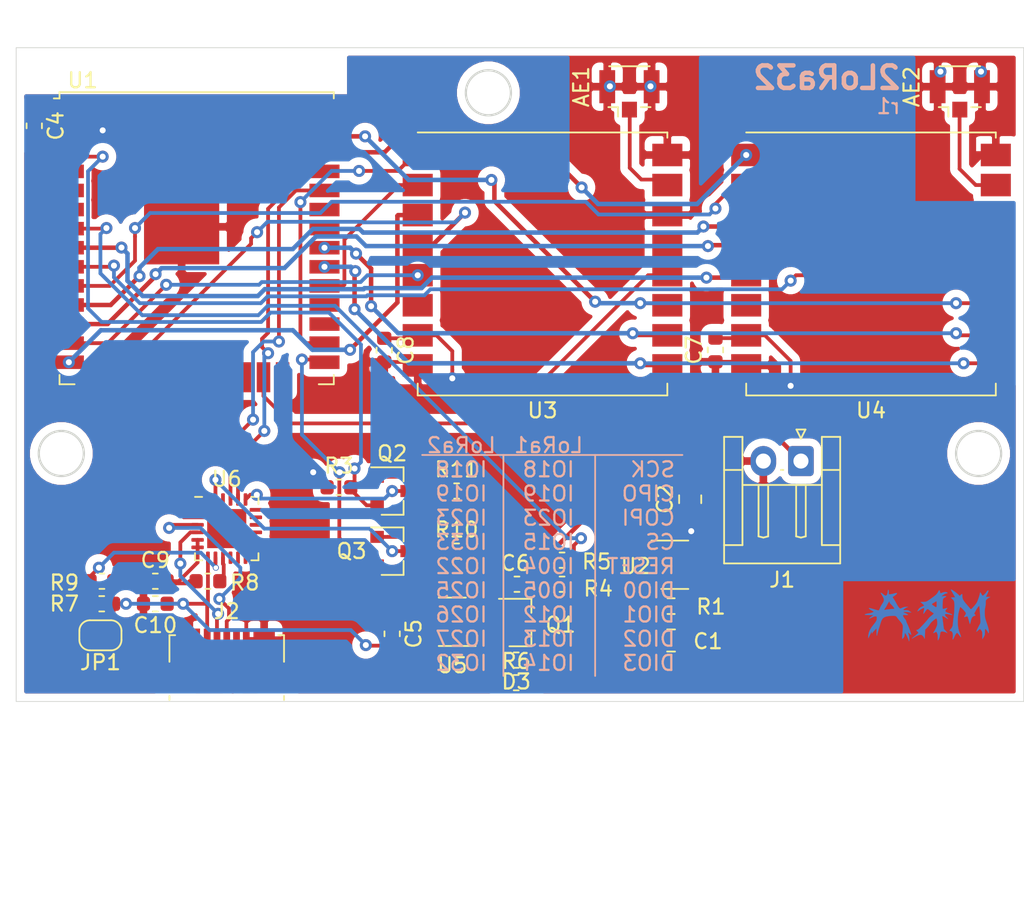
<source format=kicad_pcb>
(kicad_pcb (version 20171130) (host pcbnew 5.1.10)

  (general
    (thickness 1.6)
    (drawings 16)
    (tracks 467)
    (zones 0)
    (modules 35)
    (nets 70)
  )

  (page A4)
  (layers
    (0 F.Cu signal)
    (31 B.Cu signal)
    (32 B.Adhes user)
    (33 F.Adhes user)
    (34 B.Paste user)
    (35 F.Paste user)
    (36 B.SilkS user)
    (37 F.SilkS user)
    (38 B.Mask user)
    (39 F.Mask user)
    (40 Dwgs.User user)
    (41 Cmts.User user)
    (42 Eco1.User user)
    (43 Eco2.User user)
    (44 Edge.Cuts user)
    (45 Margin user)
    (46 B.CrtYd user)
    (47 F.CrtYd user)
    (48 B.Fab user)
    (49 F.Fab user)
  )

  (setup
    (last_trace_width 0.25)
    (user_trace_width 0.3)
    (user_trace_width 0.5)
    (trace_clearance 0.2)
    (zone_clearance 1)
    (zone_45_only no)
    (trace_min 0.2)
    (via_size 0.8)
    (via_drill 0.4)
    (via_min_size 0.4)
    (via_min_drill 0.3)
    (user_via 0.4 0.3)
    (uvia_size 0.3)
    (uvia_drill 0.1)
    (uvias_allowed no)
    (uvia_min_size 0.2)
    (uvia_min_drill 0.1)
    (edge_width 0.05)
    (segment_width 0.2)
    (pcb_text_width 0.3)
    (pcb_text_size 1.5 1.5)
    (mod_edge_width 0.12)
    (mod_text_size 1 1)
    (mod_text_width 0.15)
    (pad_size 1.524 1.524)
    (pad_drill 0.762)
    (pad_to_mask_clearance 0.051)
    (solder_mask_min_width 0.25)
    (aux_axis_origin 0 0)
    (visible_elements FFFFFF7F)
    (pcbplotparams
      (layerselection 0x010fc_ffffffff)
      (usegerberextensions false)
      (usegerberattributes false)
      (usegerberadvancedattributes false)
      (creategerberjobfile false)
      (excludeedgelayer true)
      (linewidth 0.100000)
      (plotframeref false)
      (viasonmask false)
      (mode 1)
      (useauxorigin false)
      (hpglpennumber 1)
      (hpglpenspeed 20)
      (hpglpendiameter 15.000000)
      (psnegative false)
      (psa4output false)
      (plotreference true)
      (plotvalue true)
      (plotinvisibletext false)
      (padsonsilk false)
      (subtractmaskfromsilk false)
      (outputformat 1)
      (mirror false)
      (drillshape 1)
      (scaleselection 1)
      (outputdirectory ""))
  )

  (net 0 "")
  (net 1 GND)
  (net 2 "Net-(AE1-Pad1)")
  (net 3 "Net-(AE2-Pad1)")
  (net 4 VBUS)
  (net 5 +3V3)
  (net 6 VIN)
  (net 7 VBAT)
  (net 8 "Net-(C9-Pad1)")
  (net 9 "Net-(J2-Pad3)")
  (net 10 "Net-(J2-Pad2)")
  (net 11 "Net-(JP1-Pad2)")
  (net 12 RTS)
  (net 13 EN)
  (net 14 "Net-(Q2-Pad1)")
  (net 15 IO0)
  (net 16 DTR)
  (net 17 "Net-(Q3-Pad1)")
  (net 18 "Net-(R4-Pad2)")
  (net 19 "Net-(R8-Pad1)")
  (net 20 LORSCK)
  (net 21 TX)
  (net 22 RX)
  (net 23 "Net-(U1-Pad29)")
  (net 24 "Net-(U1-Pad26)")
  (net 25 "Net-(U1-Pad23)")
  (net 26 "Net-(U1-Pad16)")
  (net 27 "Net-(U1-Pad13)")
  (net 28 "Net-(U1-Pad12)")
  (net 29 "Net-(U1-Pad10)")
  (net 30 "Net-(U1-Pad9)")
  (net 31 "Net-(U1-Pad8)")
  (net 32 "Net-(J2-Pad4)")
  (net 33 "Net-(R1-Pad1)")
  (net 34 "Net-(U1-Pad32)")
  (net 35 "Net-(U1-Pad28)")
  (net 36 "Net-(U1-Pad27)")
  (net 37 "Net-(U1-Pad24)")
  (net 38 "Net-(U1-Pad22)")
  (net 39 "Net-(U1-Pad21)")
  (net 40 "Net-(U1-Pad20)")
  (net 41 "Net-(U1-Pad19)")
  (net 42 "Net-(U1-Pad18)")
  (net 43 "Net-(U1-Pad17)")
  (net 44 "Net-(U1-Pad14)")
  (net 45 "Net-(U1-Pad11)")
  (net 46 "Net-(U1-Pad6)")
  (net 47 "Net-(U1-Pad5)")
  (net 48 "Net-(U1-Pad4)")
  (net 49 "Net-(U2-Pad4)")
  (net 50 "Net-(U3-Pad13)")
  (net 51 "Net-(U3-Pad6)")
  (net 52 "Net-(U4-Pad13)")
  (net 53 "Net-(U4-Pad6)")
  (net 54 "Net-(U6-Pad24)")
  (net 55 "Net-(U6-Pad22)")
  (net 56 "Net-(U6-Pad18)")
  (net 57 "Net-(U6-Pad17)")
  (net 58 "Net-(U6-Pad16)")
  (net 59 "Net-(U6-Pad15)")
  (net 60 "Net-(U6-Pad14)")
  (net 61 "Net-(U6-Pad13)")
  (net 62 "Net-(U6-Pad12)")
  (net 63 "Net-(U6-Pad11)")
  (net 64 "Net-(U6-Pad10)")
  (net 65 "Net-(U6-Pad1)")
  (net 66 "Net-(U1-Pad36)")
  (net 67 "Net-(U1-Pad33)")
  (net 68 LORCOPI)
  (net 69 LORCIPO)

  (net_class Default "This is the default net class."
    (clearance 0.2)
    (trace_width 0.25)
    (via_dia 0.8)
    (via_drill 0.4)
    (uvia_dia 0.3)
    (uvia_drill 0.1)
    (add_net +3V3)
    (add_net DTR)
    (add_net EN)
    (add_net GND)
    (add_net IO0)
    (add_net LORCIPO)
    (add_net LORCOPI)
    (add_net LORSCK)
    (add_net "Net-(AE1-Pad1)")
    (add_net "Net-(AE2-Pad1)")
    (add_net "Net-(C9-Pad1)")
    (add_net "Net-(J2-Pad2)")
    (add_net "Net-(J2-Pad3)")
    (add_net "Net-(J2-Pad4)")
    (add_net "Net-(JP1-Pad2)")
    (add_net "Net-(Q2-Pad1)")
    (add_net "Net-(Q3-Pad1)")
    (add_net "Net-(R1-Pad1)")
    (add_net "Net-(R4-Pad2)")
    (add_net "Net-(R8-Pad1)")
    (add_net "Net-(U1-Pad10)")
    (add_net "Net-(U1-Pad11)")
    (add_net "Net-(U1-Pad12)")
    (add_net "Net-(U1-Pad13)")
    (add_net "Net-(U1-Pad14)")
    (add_net "Net-(U1-Pad16)")
    (add_net "Net-(U1-Pad17)")
    (add_net "Net-(U1-Pad18)")
    (add_net "Net-(U1-Pad19)")
    (add_net "Net-(U1-Pad20)")
    (add_net "Net-(U1-Pad21)")
    (add_net "Net-(U1-Pad22)")
    (add_net "Net-(U1-Pad23)")
    (add_net "Net-(U1-Pad24)")
    (add_net "Net-(U1-Pad26)")
    (add_net "Net-(U1-Pad27)")
    (add_net "Net-(U1-Pad28)")
    (add_net "Net-(U1-Pad29)")
    (add_net "Net-(U1-Pad32)")
    (add_net "Net-(U1-Pad33)")
    (add_net "Net-(U1-Pad36)")
    (add_net "Net-(U1-Pad4)")
    (add_net "Net-(U1-Pad5)")
    (add_net "Net-(U1-Pad6)")
    (add_net "Net-(U1-Pad8)")
    (add_net "Net-(U1-Pad9)")
    (add_net "Net-(U2-Pad4)")
    (add_net "Net-(U3-Pad13)")
    (add_net "Net-(U3-Pad6)")
    (add_net "Net-(U4-Pad13)")
    (add_net "Net-(U4-Pad6)")
    (add_net "Net-(U6-Pad1)")
    (add_net "Net-(U6-Pad10)")
    (add_net "Net-(U6-Pad11)")
    (add_net "Net-(U6-Pad12)")
    (add_net "Net-(U6-Pad13)")
    (add_net "Net-(U6-Pad14)")
    (add_net "Net-(U6-Pad15)")
    (add_net "Net-(U6-Pad16)")
    (add_net "Net-(U6-Pad17)")
    (add_net "Net-(U6-Pad18)")
    (add_net "Net-(U6-Pad22)")
    (add_net "Net-(U6-Pad24)")
    (add_net RTS)
    (add_net RX)
    (add_net TX)
    (add_net VBAT)
    (add_net VBUS)
    (add_net VIN)
  )

  (module loranet2:MRA-2021_10x6mm (layer B.Cu) (tedit 0) (tstamp 60D4245F)
    (at 226.6 123.1 180)
    (path /60D48C38)
    (fp_text reference H1 (at 0 0) (layer B.SilkS) hide
      (effects (font (size 1.27 1.27) (thickness 0.15)) (justify mirror))
    )
    (fp_text value MountingHole (at 0 0) (layer B.SilkS) hide
      (effects (font (size 1.27 1.27) (thickness 0.15)) (justify mirror))
    )
    (fp_poly (pts (xy -1.926167 -2.264833) (xy -3.273454 -2.264833) (xy -3.323167 -2.31775) (xy -3.372879 -2.370666)
      (xy -1.926167 -2.370666) (xy -1.926167 -3.048) (xy -5.005689 -3.048) (xy -4.265083 -2.307166)
      (xy -3.524477 -1.566333) (xy -2.6035 -1.566333) (xy -2.6035 -1.4605) (xy -4.868333 -1.4605)
      (xy -4.868333 -0.783166) (xy -1.926167 -0.783166) (xy -1.926167 -2.264833)) (layer B.Mask) (width 0.01))
    (fp_poly (pts (xy 1.143 -3.016019) (xy 1.868072 -2.291176) (xy 2.593143 -1.566333) (xy 3.513667 -1.566333)
      (xy 3.513667 -1.4605) (xy 1.248833 -1.4605) (xy 1.248833 -0.783166) (xy 4.212167 -0.783166)
      (xy 4.212167 -2.264833) (xy 2.864879 -2.264833) (xy 2.815166 -2.31775) (xy 2.765454 -2.370666)
      (xy 4.212167 -2.370666) (xy 4.212167 -3.048) (xy -1.799167 -3.048) (xy -1.799167 -1.4605)
      (xy -1.121833 -1.4605) (xy -1.121833 -2.370666) (xy 0.465667 -2.370666) (xy 0.465667 -1.4605)
      (xy -1.121833 -1.4605) (xy -1.799167 -1.4605) (xy -1.799167 -0.783166) (xy 1.143 -0.783166)
      (xy 1.143 -3.016019)) (layer B.Mask) (width 0.01))
    (fp_poly (pts (xy 4.995333 -3.048) (xy 4.318 -3.048) (xy 4.318 -1.44942) (xy 4.656667 -1.11125)
      (xy 4.995333 -0.773079) (xy 4.995333 -3.048)) (layer B.Mask) (width 0.01))
    (fp_poly (pts (xy 2.617647 3.023614) (xy 2.631609 2.974592) (xy 2.635504 2.950012) (xy 2.658609 2.813046)
      (xy 2.686259 2.716405) (xy 2.72114 2.658121) (xy 2.765939 2.636228) (xy 2.823344 2.648757)
      (xy 2.89604 2.693741) (xy 2.938965 2.727791) (xy 3.022266 2.794403) (xy 3.07655 2.830305)
      (xy 3.102496 2.834958) (xy 3.100781 2.807823) (xy 3.072083 2.748363) (xy 3.021121 2.662532)
      (xy 2.950978 2.540619) (xy 2.90925 2.440602) (xy 2.895749 2.353171) (xy 2.910284 2.269014)
      (xy 2.952665 2.178822) (xy 3.009487 2.091811) (xy 3.065145 2.003871) (xy 3.117459 1.906062)
      (xy 3.152408 1.826278) (xy 3.181697 1.754696) (xy 3.210285 1.697935) (xy 3.230163 1.670302)
      (xy 3.25302 1.662369) (xy 3.294815 1.664938) (xy 3.361716 1.67912) (xy 3.459889 1.706022)
      (xy 3.508285 1.720291) (xy 3.64563 1.760748) (xy 3.747453 1.789175) (xy 3.818512 1.806574)
      (xy 3.863561 1.813952) (xy 3.887355 1.812312) (xy 3.894649 1.80266) (xy 3.894667 1.801926)
      (xy 3.877193 1.773628) (xy 3.830655 1.73304) (xy 3.763873 1.686757) (xy 3.68567 1.641374)
      (xy 3.667125 1.631821) (xy 3.614278 1.601629) (xy 3.581928 1.57611) (xy 3.577167 1.567629)
      (xy 3.596248 1.550205) (xy 3.646785 1.527644) (xy 3.718712 1.503078) (xy 3.801967 1.479639)
      (xy 3.886486 1.460456) (xy 3.958167 1.449095) (xy 4.050039 1.433957) (xy 4.120805 1.41265)
      (xy 4.162332 1.388103) (xy 4.169833 1.372854) (xy 4.149942 1.366289) (xy 4.095365 1.360018)
      (xy 4.01375 1.354643) (xy 3.912745 1.350766) (xy 3.879186 1.349973) (xy 3.588539 1.344084)
      (xy 3.696208 1.27505) (xy 3.771702 1.22261) (xy 3.830342 1.174132) (xy 3.865739 1.135553)
      (xy 3.871506 1.112809) (xy 3.87117 1.112448) (xy 3.849541 1.117227) (xy 3.799393 1.137729)
      (xy 3.729749 1.170117) (xy 3.694179 1.187685) (xy 3.591153 1.235267) (xy 3.513963 1.260472)
      (xy 3.454313 1.265964) (xy 3.451199 1.265733) (xy 3.407249 1.260128) (xy 3.384252 1.245361)
      (xy 3.374266 1.210107) (xy 3.369728 1.149533) (xy 3.370818 1.076893) (xy 3.385591 1.008653)
      (xy 3.417865 0.937009) (xy 3.471461 0.854156) (xy 3.550196 0.752291) (xy 3.584584 0.71048)
      (xy 3.728586 0.520118) (xy 3.833796 0.341363) (xy 3.901344 0.171747) (xy 3.932364 0.008802)
      (xy 3.934806 -0.052916) (xy 3.934374 -0.201083) (xy 3.893315 -0.116416) (xy 3.863492 -0.053673)
      (xy 3.824644 0.029704) (xy 3.785138 0.115751) (xy 3.784835 0.116417) (xy 3.717412 0.264584)
      (xy 3.704842 0.179917) (xy 3.696165 0.128825) (xy 3.688664 0.115505) (xy 3.678339 0.135717)
      (xy 3.674185 0.147417) (xy 3.65116 0.185638) (xy 3.605418 0.242418) (xy 3.565508 0.28575)
      (xy 3.683 0.28575) (xy 3.693583 0.275167) (xy 3.704167 0.28575) (xy 3.693583 0.296334)
      (xy 3.683 0.28575) (xy 3.565508 0.28575) (xy 3.545361 0.307623) (xy 3.521382 0.331672)
      (xy 3.386667 0.463761) (xy 3.386667 0.221297) (xy 3.384896 0.113278) (xy 3.379882 0.033824)
      (xy 3.372074 -0.011926) (xy 3.3655 -0.021166) (xy 3.349657 -0.003033) (xy 3.344333 0.032382)
      (xy 3.338156 0.071115) (xy 3.321171 0.141378) (xy 3.295695 0.234453) (xy 3.264048 0.341624)
      (xy 3.250043 0.386924) (xy 3.211853 0.509313) (xy 3.173666 0.632518) (xy 3.139434 0.743742)
      (xy 3.113106 0.830188) (xy 3.108786 0.844547) (xy 3.061153 0.978116) (xy 3.004176 1.082078)
      (xy 2.932073 1.160414) (xy 2.83906 1.217103) (xy 2.719353 1.256128) (xy 2.567168 1.281468)
      (xy 2.459175 1.29166) (xy 2.325013 1.30023) (xy 2.225255 1.301158) (xy 2.152344 1.292408)
      (xy 2.098724 1.271941) (xy 2.056838 1.237719) (xy 2.01913 1.187706) (xy 2.007906 1.169972)
      (xy 1.970447 1.117133) (xy 1.913995 1.04651) (xy 1.848877 0.970855) (xy 1.827853 0.94762)
      (xy 1.760794 0.867787) (xy 1.703182 0.786939) (xy 1.664581 0.718754) (xy 1.659745 0.707217)
      (xy 1.647029 0.671449) (xy 1.63836 0.636748) (xy 1.633728 0.596216) (xy 1.633124 0.542951)
      (xy 1.636538 0.470054) (xy 1.643962 0.370623) (xy 1.655384 0.237759) (xy 1.659044 0.196485)
      (xy 1.669774 0.068843) (xy 1.678077 -0.043958) (xy 1.683564 -0.135302) (xy 1.685845 -0.198574)
      (xy 1.684529 -0.227158) (xy 1.684086 -0.227969) (xy 1.661328 -0.224692) (xy 1.625216 -0.195944)
      (xy 1.585848 -0.1515) (xy 1.553583 -0.101642) (xy 1.531229 -0.038282) (xy 1.523711 0.014824)
      (xy 1.5186 0.079123) (xy 1.510303 0.123068) (xy 1.500947 0.148939) (xy 1.488036 0.149959)
      (xy 1.46461 0.122134) (xy 1.436483 0.080735) (xy 1.399728 0.018308) (xy 1.358698 -0.06232)
      (xy 1.318243 -0.150104) (xy 1.283215 -0.234001) (xy 1.258463 -0.302965) (xy 1.248838 -0.345954)
      (xy 1.248833 -0.346529) (xy 1.235525 -0.383834) (xy 1.226107 -0.392546) (xy 1.214819 -0.383698)
      (xy 1.209385 -0.338011) (xy 1.209609 -0.253253) (xy 1.210777 -0.219171) (xy 1.22218 -0.082286)
      (xy 1.245685 0.026286) (xy 1.264944 0.079375) (xy 1.289938 0.148106) (xy 1.292102 0.182463)
      (xy 1.270754 0.182584) (xy 1.225209 0.148606) (xy 1.171965 0.098036) (xy 1.124543 0.054793)
      (xy 1.09119 0.032359) (xy 1.0795 0.034898) (xy 1.087162 0.07741) (xy 1.108031 0.150217)
      (xy 1.138931 0.24458) (xy 1.176687 0.351762) (xy 1.218123 0.463022) (xy 1.260062 0.569623)
      (xy 1.29933 0.662823) (xy 1.33275 0.733886) (xy 1.335276 0.738734) (xy 1.373876 0.817631)
      (xy 1.402895 0.887673) (xy 1.417386 0.936568) (xy 1.418167 0.944713) (xy 1.431548 0.990971)
      (xy 1.464923 1.046805) (xy 1.477724 1.062889) (xy 1.561855 1.168881) (xy 1.612314 1.251342)
      (xy 1.629809 1.311439) (xy 1.629833 1.313334) (xy 1.627789 1.336674) (xy 1.615929 1.349934)
      (xy 1.585659 1.354931) (xy 1.528388 1.353479) (xy 1.4605 1.34911) (xy 1.382003 1.345762)
      (xy 1.32283 1.347109) (xy 1.292937 1.352791) (xy 1.291167 1.355227) (xy 1.308966 1.381805)
      (xy 1.354915 1.416792) (xy 1.417844 1.452919) (xy 1.48658 1.482914) (xy 1.488297 1.48353)
      (xy 1.546448 1.509311) (xy 1.588517 1.536807) (xy 1.593932 1.542335) (xy 1.59523 1.555057)
      (xy 1.570991 1.56197) (xy 1.517859 1.562996) (xy 1.432478 1.558056) (xy 1.311494 1.547072)
      (xy 1.17475 1.532548) (xy 1.068917 1.520829) (xy 1.179206 1.596498) (xy 1.237107 1.634298)
      (xy 1.284368 1.656836) (xy 1.335706 1.668036) (xy 1.405832 1.671822) (xy 1.462945 1.672167)
      (xy 1.547801 1.672533) (xy 1.596939 1.67504) (xy 1.616976 1.681804) (xy 1.614529 1.694941)
      (xy 1.597465 1.715184) (xy 1.531444 1.771896) (xy 1.530146 1.772709) (xy 2.201412 1.772709)
      (xy 2.22036 1.763109) (xy 2.268649 1.756518) (xy 2.301875 1.755022) (xy 2.368976 1.751278)
      (xy 2.46176 1.742837) (xy 2.564041 1.731249) (xy 2.6035 1.726146) (xy 2.715417 1.711262)
      (xy 2.79205 1.701815) (xy 2.840045 1.697409) (xy 2.866048 1.697645) (xy 2.876704 1.702127)
      (xy 2.878667 1.709678) (xy 2.866335 1.734631) (xy 2.83524 1.778452) (xy 2.818441 1.799636)
      (xy 2.777586 1.857862) (xy 2.730691 1.936794) (xy 2.692148 2.010834) (xy 2.65064 2.090607)
      (xy 2.607048 2.163979) (xy 2.573217 2.211917) (xy 2.520356 2.275417) (xy 2.519594 2.212728)
      (xy 2.510473 2.169024) (xy 2.480141 2.121142) (xy 2.42252 2.06011) (xy 2.404903 2.043395)
      (xy 2.336093 1.973295) (xy 2.275055 1.9009) (xy 2.228664 1.835353) (xy 2.203794 1.785799)
      (xy 2.201412 1.772709) (xy 1.530146 1.772709) (xy 1.440713 1.828711) (xy 1.341629 1.875463)
      (xy 1.335992 1.877644) (xy 1.300073 1.892101) (xy 1.290074 1.899927) (xy 1.310471 1.902074)
      (xy 1.365738 1.899489) (xy 1.421523 1.895788) (xy 1.542632 1.880919) (xy 1.638536 1.852705)
      (xy 1.683967 1.831351) (xy 1.745268 1.801226) (xy 1.79355 1.781881) (xy 1.81071 1.778)
      (xy 1.84631 1.795833) (xy 1.894505 1.84442) (xy 1.949482 1.916396) (xy 2.005425 2.004395)
      (xy 2.04127 2.070059) (xy 2.087962 2.157244) (xy 2.146574 2.260473) (xy 2.205992 2.360272)
      (xy 2.218114 2.379907) (xy 2.32268 2.547897) (xy 2.20129 2.626354) (xy 2.133205 2.674325)
      (xy 2.075945 2.721672) (xy 2.044741 2.754698) (xy 2.022408 2.790439) (xy 2.029276 2.805233)
      (xy 2.061754 2.811149) (xy 2.108232 2.80836) (xy 2.179009 2.79467) (xy 2.255109 2.774108)
      (xy 2.342083 2.751281) (xy 2.427206 2.735496) (xy 2.484021 2.730503) (xy 2.57175 2.730506)
      (xy 2.573296 2.868574) (xy 2.578051 2.95397) (xy 2.588564 3.010287) (xy 2.602531 3.034507)
      (xy 2.617647 3.023614)) (layer B.Mask) (width 0.01))
    (fp_poly (pts (xy -0.766927 2.988489) (xy -0.737465 2.943923) (xy -0.709493 2.894542) (xy -0.670534 2.826151)
      (xy -0.629762 2.76762) (xy -0.580673 2.712555) (xy -0.516765 2.654561) (xy -0.431533 2.587244)
      (xy -0.318474 2.50421) (xy -0.296333 2.488296) (xy -0.178287 2.403613) (xy -0.088159 2.34004)
      (xy -0.019196 2.294395) (xy 0.035354 2.263496) (xy 0.082245 2.244161) (xy 0.128229 2.23321)
      (xy 0.180058 2.22746) (xy 0.244486 2.223729) (xy 0.267793 2.2225) (xy 0.463395 2.211917)
      (xy 0.337927 2.106084) (xy 0.27864 2.054775) (xy 0.234556 2.014147) (xy 0.213537 1.991512)
      (xy 0.212789 1.989667) (xy 0.230796 1.976636) (xy 0.278398 1.951287) (xy 0.34646 1.918395)
      (xy 0.369959 1.907561) (xy 0.455243 1.865778) (xy 0.514071 1.827168) (xy 0.559943 1.780915)
      (xy 0.603604 1.720363) (xy 0.641148 1.660068) (xy 0.664885 1.614506) (xy 0.669705 1.593983)
      (xy 0.648839 1.600457) (xy 0.602018 1.626805) (xy 0.537612 1.668126) (xy 0.504126 1.690991)
      (xy 0.403789 1.755225) (xy 0.320306 1.797638) (xy 0.257845 1.816816) (xy 0.220577 1.811347)
      (xy 0.211667 1.790116) (xy 0.216188 1.752467) (xy 0.228057 1.687549) (xy 0.244727 1.609253)
      (xy 0.24514 1.607434) (xy 0.260632 1.531011) (xy 0.269657 1.469477) (xy 0.270365 1.435604)
      (xy 0.270148 1.434862) (xy 0.25595 1.439577) (xy 0.225226 1.473826) (xy 0.183538 1.531028)
      (xy 0.163981 1.560493) (xy 0.11394 1.632975) (xy 0.067001 1.692578) (xy 0.031344 1.729151)
      (xy 0.02409 1.734103) (xy -0.022048 1.746063) (xy -0.06402 1.738795) (xy -0.084473 1.715711)
      (xy -0.084667 1.712712) (xy -0.100943 1.693475) (xy -0.144755 1.656597) (xy -0.208579 1.608164)
      (xy -0.255227 1.574772) (xy -0.425787 1.455257) (xy -0.376935 1.403038) (xy -0.332194 1.361059)
      (xy -0.269378 1.30894) (xy -0.225247 1.275173) (xy -0.15711 1.216291) (xy -0.084206 1.139908)
      (xy -0.032494 1.075954) (xy 0.012109 1.019382) (xy 0.079231 0.940229) (xy 0.161969 0.846356)
      (xy 0.253421 0.745621) (xy 0.326291 0.667417) (xy 0.427529 0.56142) (xy 0.505537 0.483227)
      (xy 0.564957 0.428779) (xy 0.610433 0.394019) (xy 0.646608 0.374888) (xy 0.667996 0.368787)
      (xy 0.716293 0.356531) (xy 0.740259 0.344186) (xy 0.740833 0.342496) (xy 0.72727 0.321405)
      (xy 0.692588 0.281316) (xy 0.665381 0.252598) (xy 0.589928 0.175328) (xy 0.659344 0.105912)
      (xy 0.708954 0.060643) (xy 0.779844 0.001296) (xy 0.859027 -0.061356) (xy 0.882963 -0.079566)
      (xy 0.96073 -0.140553) (xy 1.011082 -0.184976) (xy 1.032921 -0.210743) (xy 1.025146 -0.215766)
      (xy 0.986657 -0.197952) (xy 0.926042 -0.16143) (xy 0.791386 -0.080612) (xy 0.677518 -0.024323)
      (xy 0.574524 0.012055) (xy 0.530558 0.022846) (xy 0.460289 0.034558) (xy 0.411996 0.031325)
      (xy 0.367551 0.011762) (xy 0.364849 0.01018) (xy 0.30763 -0.035965) (xy 0.256216 -0.09786)
      (xy 0.221066 -0.161061) (xy 0.211667 -0.201334) (xy 0.204651 -0.226445) (xy 0.19259 -0.221191)
      (xy 0.185063 -0.193651) (xy 0.177714 -0.132155) (xy 0.171273 -0.045079) (xy 0.166468 0.059204)
      (xy 0.165548 0.089169) (xy 0.157582 0.379422) (xy 0.041749 0.492029) (xy -0.030401 0.570266)
      (xy -0.102365 0.661302) (xy -0.151612 0.734403) (xy -0.213844 0.823298) (xy -0.294891 0.909125)
      (xy -0.404542 1.002243) (xy -0.4053 1.002839) (xy -0.478991 1.058037) (xy -0.541081 1.099312)
      (xy -0.584008 1.121954) (xy -0.599292 1.123675) (xy -0.620346 1.08239) (xy -0.63808 1.010174)
      (xy -0.650428 0.918411) (xy -0.655323 0.818485) (xy -0.655334 0.814917) (xy -0.651293 0.739231)
      (xy -0.636407 0.666401) (xy -0.606876 0.581928) (xy -0.574187 0.505249) (xy -0.530924 0.414082)
      (xy -0.485641 0.328403) (xy -0.44597 0.262356) (xy -0.43398 0.245381) (xy -0.401316 0.197353)
      (xy -0.385912 0.163971) (xy -0.386581 0.156698) (xy -0.410488 0.158551) (xy -0.457756 0.176462)
      (xy -0.483939 0.189024) (xy -0.539063 0.215397) (xy -0.578226 0.230964) (xy -0.586532 0.232754)
      (xy -0.603508 0.214905) (xy -0.628779 0.169284) (xy -0.645583 0.132213) (xy -0.670307 0.056546)
      (xy -0.683725 -0.032331) (xy -0.687912 -0.148423) (xy -0.687917 -0.153432) (xy -0.689035 -0.235999)
      (xy -0.692024 -0.299542) (xy -0.696337 -0.3345) (xy -0.6985 -0.338362) (xy -0.712179 -0.320618)
      (xy -0.737411 -0.274573) (xy -0.765656 -0.21668) (xy -0.806996 -0.101815) (xy -0.833462 0.024763)
      (xy -0.836334 0.049512) (xy -0.850571 0.150126) (xy -0.873859 0.214522) (xy -0.912361 0.248717)
      (xy -0.972237 0.258729) (xy -1.044425 0.252735) (xy -1.126264 0.235296) (xy -1.202895 0.208739)
      (xy -1.235251 0.192354) (xy -1.284436 0.164178) (xy -1.317917 0.14901) (xy -1.322303 0.148167)
      (xy -1.316349 0.162722) (xy -1.28741 0.201735) (xy -1.240851 0.258224) (xy -1.212465 0.291042)
      (xy -1.087069 0.433917) (xy -1.039732 0.814917) (xy -1.023905 0.940538) (xy -1.009159 1.054349)
      (xy -0.996533 1.148555) (xy -0.987071 1.215362) (xy -0.982203 1.245231) (xy -0.979941 1.280412)
      (xy -1.002007 1.28509) (xy -1.020465 1.280332) (xy -1.060748 1.262248) (xy -1.123808 1.227144)
      (xy -1.197472 1.181884) (xy -1.213809 1.1713) (xy -1.281994 1.129044) (xy -1.3363 1.099798)
      (xy -1.367654 1.088297) (xy -1.371333 1.089111) (xy -1.36346 1.108646) (xy -1.330968 1.148421)
      (xy -1.280622 1.200264) (xy -1.274065 1.206562) (xy -1.204546 1.280504) (xy -1.169589 1.337557)
      (xy -1.164167 1.364775) (xy -1.167755 1.397051) (xy -1.18591 1.412723) (xy -1.229722 1.41765)
      (xy -1.264708 1.417916) (xy -1.346004 1.411783) (xy -1.438814 1.39649) (xy -1.481667 1.386417)
      (xy -1.56906 1.364371) (xy -1.620909 1.35553) (xy -1.641895 1.359897) (xy -1.636695 1.377477)
      (xy -1.629711 1.386565) (xy -1.598096 1.407122) (xy -1.536994 1.434042) (xy -1.457752 1.462519)
      (xy -1.428966 1.471618) (xy -1.30902 1.514451) (xy -1.230033 1.557586) (xy -1.190633 1.601893)
      (xy -1.185333 1.626148) (xy -1.198593 1.654507) (xy -1.232745 1.701393) (xy -1.264708 1.738975)
      (xy -1.302786 1.782056) (xy -1.320316 1.807998) (xy -1.312978 1.818049) (xy -1.276452 1.813455)
      (xy -1.206417 1.795464) (xy -1.136568 1.775967) (xy -1.073832 1.760416) (xy -1.038543 1.759171)
      (xy -1.018212 1.772502) (xy -1.013691 1.778597) (xy -1.006227 1.812042) (xy -1.0026 1.877921)
      (xy -1.00238 1.966548) (xy -1.005142 2.068239) (xy -1.0081 2.126708) (xy -0.613231 2.126708)
      (xy -0.613227 2.050153) (xy -0.610812 1.977642) (xy -0.605944 1.920751) (xy -0.600519 1.894932)
      (xy -0.587649 1.875197) (xy -0.565606 1.871945) (xy -0.527971 1.88763) (xy -0.468329 1.924705)
      (xy -0.400454 1.971417) (xy -0.341212 2.01629) (xy -0.300699 2.053453) (xy -0.28681 2.075558)
      (xy -0.287252 2.076764) (xy -0.309665 2.095367) (xy -0.35777 2.127634) (xy -0.420607 2.166959)
      (xy -0.487217 2.206732) (xy -0.546641 2.240346) (xy -0.587918 2.261195) (xy -0.59919 2.264834)
      (xy -0.60617 2.245627) (xy -0.610865 2.195725) (xy -0.613231 2.126708) (xy -1.0081 2.126708)
      (xy -1.010458 2.17331) (xy -1.017899 2.272075) (xy -1.027038 2.35485) (xy -1.037449 2.411949)
      (xy -1.04229 2.426375) (xy -1.074536 2.465215) (xy -1.12969 2.505662) (xy -1.156839 2.52041)
      (xy -1.221333 2.556837) (xy -1.245569 2.583875) (xy -1.229319 2.60094) (xy -1.190625 2.606835)
      (xy -1.132033 2.609596) (xy -1.089461 2.608584) (xy -1.039721 2.602633) (xy -1.005417 2.597517)
      (xy -0.92075 2.584671) (xy -0.994833 2.648589) (xy -1.084569 2.715686) (xy -1.174788 2.765312)
      (xy -1.253719 2.79146) (xy -1.27974 2.794) (xy -1.319941 2.799721) (xy -1.3335 2.810934)
      (xy -1.314775 2.846019) (xy -1.26494 2.868524) (xy -1.193508 2.877785) (xy -1.109993 2.873136)
      (xy -1.023906 2.853912) (xy -0.976647 2.835869) (xy -0.907724 2.806487) (xy -0.86837 2.796596)
      (xy -0.850661 2.806031) (xy -0.846667 2.833175) (xy -0.840112 2.880789) (xy -0.824178 2.935686)
      (xy -0.804464 2.982344) (xy -0.786567 3.005241) (xy -0.78446 3.005667) (xy -0.766927 2.988489)) (layer B.Mask) (width 0.01))
    (fp_poly (pts (xy -1.558313 3.04029) (xy -1.564778 3.012362) (xy -1.593564 2.958042) (xy -1.628618 2.897503)
      (xy -1.676306 2.815254) (xy -1.727994 2.726186) (xy -1.743926 2.69875) (xy -1.842272 2.529417)
      (xy -1.704303 2.523158) (xy -1.63412 2.517775) (xy -1.58444 2.509763) (xy -1.566333 2.501182)
      (xy -1.581318 2.480125) (xy -1.620043 2.442047) (xy -1.659259 2.407789) (xy -1.720942 2.348345)
      (xy -1.757562 2.287767) (xy -1.778809 2.219127) (xy -1.790032 2.139902) (xy -1.795319 2.026606)
      (xy -1.794991 1.887038) (xy -1.789365 1.728996) (xy -1.77876 1.560279) (xy -1.763493 1.388684)
      (xy -1.743884 1.22201) (xy -1.735742 1.164167) (xy -1.719827 1.049489) (xy -1.706621 0.941121)
      (xy -1.697386 0.850389) (xy -1.693384 0.788622) (xy -1.693313 0.783167) (xy -1.679638 0.647461)
      (xy -1.635987 0.533109) (xy -1.557401 0.427311) (xy -1.553983 0.423635) (xy -1.497644 0.361601)
      (xy -1.469219 0.323597) (xy -1.466483 0.303927) (xy -1.487208 0.296894) (xy -1.504225 0.296334)
      (xy -1.581972 0.27694) (xy -1.641488 0.220331) (xy -1.663375 0.178893) (xy -1.682831 0.102771)
      (xy -1.69196 0.003496) (xy -1.690281 -0.100914) (xy -1.677316 -0.192441) (xy -1.673644 -0.206514)
      (xy -1.665232 -0.257309) (xy -1.676334 -0.274625) (xy -1.704224 -0.255423) (xy -1.710785 -0.247892)
      (xy -1.730087 -0.216083) (xy -1.760114 -0.157333) (xy -1.794811 -0.083567) (xy -1.799452 -0.073267)
      (xy -1.848749 0.025689) (xy -1.897289 0.103347) (xy -1.940536 0.153314) (xy -1.971698 0.169334)
      (xy -1.991985 0.153722) (xy -2.030372 0.112499) (xy -2.07978 0.054088) (xy -2.133129 -0.013092)
      (xy -2.183341 -0.080618) (xy -2.191414 -0.092038) (xy -2.219916 -0.125966) (xy -2.231189 -0.122224)
      (xy -2.225405 -0.081734) (xy -2.202736 -0.005417) (xy -2.163352 0.105803) (xy -2.146302 0.151096)
      (xy -2.092618 0.305003) (xy -2.053991 0.449979) (xy -2.028962 0.596714) (xy -2.016071 0.755899)
      (xy -2.013858 0.938224) (xy -2.018067 1.090084) (xy -2.027363 1.246172) (xy -2.043486 1.380888)
      (xy -2.069454 1.515022) (xy -2.094718 1.618215) (xy -2.120635 1.715801) (xy -2.143401 1.797561)
      (xy -2.160648 1.855263) (xy -2.17001 1.880674) (xy -2.170278 1.881) (xy -2.194075 1.877282)
      (xy -2.237493 1.846884) (xy -2.294202 1.796576) (xy -2.357875 1.733125) (xy -2.422183 1.663301)
      (xy -2.480799 1.593873) (xy -2.527395 1.531609) (xy -2.555641 1.483278) (xy -2.561167 1.462893)
      (xy -2.549776 1.42417) (xy -2.520662 1.367321) (xy -2.498052 1.331394) (xy -2.462524 1.276498)
      (xy -2.439455 1.236133) (xy -2.434552 1.223516) (xy -2.452511 1.220774) (xy -2.499163 1.229318)
      (xy -2.542632 1.240993) (xy -2.606181 1.256004) (xy -2.652881 1.259959) (xy -2.667672 1.255727)
      (xy -2.679395 1.229386) (xy -2.698868 1.170848) (xy -2.723327 1.08892) (xy -2.748596 0.997708)
      (xy -2.774584 0.90273) (xy -2.797304 0.823689) (xy -2.814254 0.769031) (xy -2.82279 0.747321)
      (xy -2.831657 0.760755) (xy -2.844799 0.805596) (xy -2.857041 0.860864) (xy -2.892058 1.011047)
      (xy -2.931665 1.124) (xy -2.97887 1.204798) (xy -3.036678 1.258515) (xy -3.108096 1.290224)
      (xy -3.112073 1.291321) (xy -3.172218 1.312414) (xy -3.192545 1.336524) (xy -3.175421 1.370209)
      (xy -3.149909 1.396114) (xy -3.103651 1.43921) (xy -3.195242 1.619847) (xy -3.245648 1.711891)
      (xy -3.300634 1.800699) (xy -3.350762 1.871352) (xy -3.365826 1.889497) (xy -3.444818 1.97851)
      (xy -3.457715 1.872964) (xy -3.464957 1.803329) (xy -3.47401 1.700469) (xy -3.484196 1.573416)
      (xy -3.494839 1.431205) (xy -3.505261 1.28287) (xy -3.514785 1.137445) (xy -3.522333 1.011101)
      (xy -3.526449 0.919505) (xy -3.524771 0.856223) (xy -3.514861 0.807369) (xy -3.494285 0.759057)
      (xy -3.470356 0.714767) (xy -3.417075 0.616539) (xy -3.365587 0.5164) (xy -3.319319 0.421658)
      (xy -3.2817 0.33962) (xy -3.256158 0.277593) (xy -3.246119 0.242885) (xy -3.246938 0.238507)
      (xy -3.267079 0.245759) (xy -3.308609 0.276244) (xy -3.362761 0.323483) (xy -3.365896 0.326406)
      (xy -3.422794 0.375238) (xy -3.470226 0.408081) (xy -3.49814 0.418001) (xy -3.498514 0.417891)
      (xy -3.524666 0.396752) (xy -3.563257 0.352039) (xy -3.58775 0.319082) (xy -3.615204 0.278151)
      (xy -3.633306 0.241843) (xy -3.64397 0.200053) (xy -3.649111 0.142679) (xy -3.650643 0.059619)
      (xy -3.650612 -0.012619) (xy -3.650696 -0.108022) (xy -3.651405 -0.185627) (xy -3.652618 -0.237042)
      (xy -3.654082 -0.254) (xy -3.665652 -0.237019) (xy -3.692636 -0.192002) (xy -3.72974 -0.127832)
      (xy -3.739246 -0.111125) (xy -3.777599 -0.041334) (xy -3.801336 0.012712) (xy -3.81384 0.065435)
      (xy -3.818491 0.131259) (xy -3.818672 0.224605) (xy -3.818647 0.227542) (xy -3.819537 0.326598)
      (xy -3.824656 0.388572) (xy -3.834654 0.418564) (xy -3.843597 0.423334) (xy -3.87619 0.406636)
      (xy -3.920183 0.364023) (xy -3.966654 0.306714) (xy -4.006678 0.24593) (xy -4.031332 0.192891)
      (xy -4.033576 0.184466) (xy -4.044932 0.143133) (xy -4.056289 0.138918) (xy -4.069236 0.158274)
      (xy -4.083845 0.220057) (xy -4.079168 0.315424) (xy -4.055891 0.440634) (xy -4.014696 0.591944)
      (xy -3.960246 0.75463) (xy -3.919647 0.872097) (xy -3.882579 0.988328) (xy -3.852618 1.091489)
      (xy -3.833338 1.169746) (xy -3.830722 1.183365) (xy -3.813282 1.322433) (xy -3.805796 1.47418)
      (xy -3.808106 1.624682) (xy -3.820056 1.760015) (xy -3.83832 1.855139) (xy -3.855999 1.943748)
      (xy -3.86863 2.051431) (xy -3.8735 2.154995) (xy -3.8735 2.155745) (xy -3.874304 2.241117)
      (xy -3.879285 2.296604) (xy -3.892301 2.334653) (xy -3.917206 2.367709) (xy -3.949077 2.399695)
      (xy -4.012713 2.453521) (xy -4.081429 2.500272) (xy -4.102535 2.511839) (xy -4.180417 2.550584)
      (xy -3.878521 2.56292) (xy -3.939233 2.675013) (xy -3.979083 2.754204) (xy -4.014264 2.834076)
      (xy -4.041037 2.904828) (xy -4.055666 2.956658) (xy -4.055238 2.979152) (xy -4.025218 2.983607)
      (xy -3.985399 2.961784) (xy -3.94931 2.92273) (xy -3.937146 2.900185) (xy -3.910751 2.856968)
      (xy -3.86607 2.80258) (xy -3.811425 2.745067) (xy -3.75514 2.692474) (xy -3.705535 2.652847)
      (xy -3.670936 2.634231) (xy -3.662596 2.634779) (xy -3.64168 2.65904) (xy -3.609153 2.708367)
      (xy -3.583254 2.752404) (xy -3.549124 2.809399) (xy -3.522214 2.84756) (xy -3.51108 2.857479)
      (xy -3.500083 2.838757) (xy -3.487927 2.791615) (xy -3.483621 2.767542) (xy -3.464942 2.682506)
      (xy -3.433917 2.574891) (xy -3.39487 2.45693) (xy -3.352122 2.340855) (xy -3.309997 2.238899)
      (xy -3.272815 2.163296) (xy -3.266184 2.152144) (xy -3.224868 2.092707) (xy -3.168854 2.021227)
      (xy -3.104656 1.944951) (xy -3.038789 1.871125) (xy -2.977765 1.806992) (xy -2.9281 1.7598)
      (xy -2.896309 1.736793) (xy -2.891739 1.735667) (xy -2.862294 1.751288) (xy -2.82575 1.789348)
      (xy -2.822315 1.793875) (xy -2.791733 1.832402) (xy -2.740403 1.894214) (xy -2.675497 1.970775)
      (xy -2.604515 2.053167) (xy -2.501453 2.175808) (xy -2.425615 2.277156) (xy -2.373197 2.364716)
      (xy -2.340393 2.445993) (xy -2.323401 2.528494) (xy -2.318421 2.617576) (xy -2.317311 2.699049)
      (xy -2.310384 2.741208) (xy -2.290895 2.747027) (xy -2.252095 2.719478) (xy -2.19755 2.670835)
      (xy -2.140849 2.619636) (xy -2.037589 2.722693) (xy -1.976359 2.778441) (xy -1.899475 2.840732)
      (xy -1.815208 2.903771) (xy -1.73183 2.961765) (xy -1.657614 3.008921) (xy -1.60083 3.039445)
      (xy -1.573125 3.048) (xy -1.558313 3.04029)) (layer B.Mask) (width 0.01))
    (fp_poly (pts (xy 2.617647 3.023614) (xy 2.631609 2.974592) (xy 2.635504 2.950012) (xy 2.658609 2.813046)
      (xy 2.686259 2.716405) (xy 2.72114 2.658121) (xy 2.765939 2.636228) (xy 2.823344 2.648757)
      (xy 2.89604 2.693741) (xy 2.938965 2.727791) (xy 3.022266 2.794403) (xy 3.07655 2.830305)
      (xy 3.102496 2.834958) (xy 3.100781 2.807823) (xy 3.072083 2.748363) (xy 3.021121 2.662532)
      (xy 2.950978 2.540619) (xy 2.90925 2.440602) (xy 2.895749 2.353171) (xy 2.910284 2.269014)
      (xy 2.952665 2.178822) (xy 3.009487 2.091811) (xy 3.065145 2.003871) (xy 3.117459 1.906062)
      (xy 3.152408 1.826278) (xy 3.181697 1.754696) (xy 3.210285 1.697935) (xy 3.230163 1.670302)
      (xy 3.25302 1.662369) (xy 3.294815 1.664938) (xy 3.361716 1.67912) (xy 3.459889 1.706022)
      (xy 3.508285 1.720291) (xy 3.64563 1.760748) (xy 3.747453 1.789175) (xy 3.818512 1.806574)
      (xy 3.863561 1.813952) (xy 3.887355 1.812312) (xy 3.894649 1.80266) (xy 3.894667 1.801926)
      (xy 3.877193 1.773628) (xy 3.830655 1.73304) (xy 3.763873 1.686757) (xy 3.68567 1.641374)
      (xy 3.667125 1.631821) (xy 3.614278 1.601629) (xy 3.581928 1.57611) (xy 3.577167 1.567629)
      (xy 3.596248 1.550205) (xy 3.646785 1.527644) (xy 3.718712 1.503078) (xy 3.801967 1.479639)
      (xy 3.886486 1.460456) (xy 3.958167 1.449095) (xy 4.050039 1.433957) (xy 4.120805 1.41265)
      (xy 4.162332 1.388103) (xy 4.169833 1.372854) (xy 4.149942 1.366289) (xy 4.095365 1.360018)
      (xy 4.01375 1.354643) (xy 3.912745 1.350766) (xy 3.879186 1.349973) (xy 3.588539 1.344084)
      (xy 3.696208 1.27505) (xy 3.771702 1.22261) (xy 3.830342 1.174132) (xy 3.865739 1.135553)
      (xy 3.871506 1.112809) (xy 3.87117 1.112448) (xy 3.849541 1.117227) (xy 3.799393 1.137729)
      (xy 3.729749 1.170117) (xy 3.694179 1.187685) (xy 3.591153 1.235267) (xy 3.513963 1.260472)
      (xy 3.454313 1.265964) (xy 3.451199 1.265733) (xy 3.407249 1.260128) (xy 3.384252 1.245361)
      (xy 3.374266 1.210107) (xy 3.369728 1.149533) (xy 3.370818 1.076893) (xy 3.385591 1.008653)
      (xy 3.417865 0.937009) (xy 3.471461 0.854156) (xy 3.550196 0.752291) (xy 3.584584 0.71048)
      (xy 3.728586 0.520118) (xy 3.833796 0.341363) (xy 3.901344 0.171747) (xy 3.932364 0.008802)
      (xy 3.934806 -0.052916) (xy 3.934374 -0.201083) (xy 3.893315 -0.116416) (xy 3.863492 -0.053673)
      (xy 3.824644 0.029704) (xy 3.785138 0.115751) (xy 3.784835 0.116417) (xy 3.717412 0.264584)
      (xy 3.704842 0.179917) (xy 3.696165 0.128825) (xy 3.688664 0.115505) (xy 3.678339 0.135717)
      (xy 3.674185 0.147417) (xy 3.65116 0.185638) (xy 3.605418 0.242418) (xy 3.565508 0.28575)
      (xy 3.683 0.28575) (xy 3.693583 0.275167) (xy 3.704167 0.28575) (xy 3.693583 0.296334)
      (xy 3.683 0.28575) (xy 3.565508 0.28575) (xy 3.545361 0.307623) (xy 3.521382 0.331672)
      (xy 3.386667 0.463761) (xy 3.386667 0.221297) (xy 3.384896 0.113278) (xy 3.379882 0.033824)
      (xy 3.372074 -0.011926) (xy 3.3655 -0.021166) (xy 3.349657 -0.003033) (xy 3.344333 0.032382)
      (xy 3.338156 0.071115) (xy 3.321171 0.141378) (xy 3.295695 0.234453) (xy 3.264048 0.341624)
      (xy 3.250043 0.386924) (xy 3.211853 0.509313) (xy 3.173666 0.632518) (xy 3.139434 0.743742)
      (xy 3.113106 0.830188) (xy 3.108786 0.844547) (xy 3.061153 0.978116) (xy 3.004176 1.082078)
      (xy 2.932073 1.160414) (xy 2.83906 1.217103) (xy 2.719353 1.256128) (xy 2.567168 1.281468)
      (xy 2.459175 1.29166) (xy 2.325013 1.30023) (xy 2.225255 1.301158) (xy 2.152344 1.292408)
      (xy 2.098724 1.271941) (xy 2.056838 1.237719) (xy 2.01913 1.187706) (xy 2.007906 1.169972)
      (xy 1.970447 1.117133) (xy 1.913995 1.04651) (xy 1.848877 0.970855) (xy 1.827853 0.94762)
      (xy 1.760794 0.867787) (xy 1.703182 0.786939) (xy 1.664581 0.718754) (xy 1.659745 0.707217)
      (xy 1.647029 0.671449) (xy 1.63836 0.636748) (xy 1.633728 0.596216) (xy 1.633124 0.542951)
      (xy 1.636538 0.470054) (xy 1.643962 0.370623) (xy 1.655384 0.237759) (xy 1.659044 0.196485)
      (xy 1.669774 0.068843) (xy 1.678077 -0.043958) (xy 1.683564 -0.135302) (xy 1.685845 -0.198574)
      (xy 1.684529 -0.227158) (xy 1.684086 -0.227969) (xy 1.661328 -0.224692) (xy 1.625216 -0.195944)
      (xy 1.585848 -0.1515) (xy 1.553583 -0.101642) (xy 1.531229 -0.038282) (xy 1.523711 0.014824)
      (xy 1.5186 0.079123) (xy 1.510303 0.123068) (xy 1.500947 0.148939) (xy 1.488036 0.149959)
      (xy 1.46461 0.122134) (xy 1.436483 0.080735) (xy 1.399728 0.018308) (xy 1.358698 -0.06232)
      (xy 1.318243 -0.150104) (xy 1.283215 -0.234001) (xy 1.258463 -0.302965) (xy 1.248838 -0.345954)
      (xy 1.248833 -0.346529) (xy 1.235525 -0.383834) (xy 1.226107 -0.392546) (xy 1.214819 -0.383698)
      (xy 1.209385 -0.338011) (xy 1.209609 -0.253253) (xy 1.210777 -0.219171) (xy 1.22218 -0.082286)
      (xy 1.245685 0.026286) (xy 1.264944 0.079375) (xy 1.289938 0.148106) (xy 1.292102 0.182463)
      (xy 1.270754 0.182584) (xy 1.225209 0.148606) (xy 1.171965 0.098036) (xy 1.124543 0.054793)
      (xy 1.09119 0.032359) (xy 1.0795 0.034898) (xy 1.087162 0.07741) (xy 1.108031 0.150217)
      (xy 1.138931 0.24458) (xy 1.176687 0.351762) (xy 1.218123 0.463022) (xy 1.260062 0.569623)
      (xy 1.29933 0.662823) (xy 1.33275 0.733886) (xy 1.335276 0.738734) (xy 1.373876 0.817631)
      (xy 1.402895 0.887673) (xy 1.417386 0.936568) (xy 1.418167 0.944713) (xy 1.431548 0.990971)
      (xy 1.464923 1.046805) (xy 1.477724 1.062889) (xy 1.561855 1.168881) (xy 1.612314 1.251342)
      (xy 1.629809 1.311439) (xy 1.629833 1.313334) (xy 1.627789 1.336674) (xy 1.615929 1.349934)
      (xy 1.585659 1.354931) (xy 1.528388 1.353479) (xy 1.4605 1.34911) (xy 1.382003 1.345762)
      (xy 1.32283 1.347109) (xy 1.292937 1.352791) (xy 1.291167 1.355227) (xy 1.308966 1.381805)
      (xy 1.354915 1.416792) (xy 1.417844 1.452919) (xy 1.48658 1.482914) (xy 1.488297 1.48353)
      (xy 1.546448 1.509311) (xy 1.588517 1.536807) (xy 1.593932 1.542335) (xy 1.59523 1.555057)
      (xy 1.570991 1.56197) (xy 1.517859 1.562996) (xy 1.432478 1.558056) (xy 1.311494 1.547072)
      (xy 1.17475 1.532548) (xy 1.068917 1.520829) (xy 1.179206 1.596498) (xy 1.237107 1.634298)
      (xy 1.284368 1.656836) (xy 1.335706 1.668036) (xy 1.405832 1.671822) (xy 1.462945 1.672167)
      (xy 1.547801 1.672533) (xy 1.596939 1.67504) (xy 1.616976 1.681804) (xy 1.614529 1.694941)
      (xy 1.597465 1.715184) (xy 1.531444 1.771896) (xy 1.530146 1.772709) (xy 2.201412 1.772709)
      (xy 2.22036 1.763109) (xy 2.268649 1.756518) (xy 2.301875 1.755022) (xy 2.368976 1.751278)
      (xy 2.46176 1.742837) (xy 2.564041 1.731249) (xy 2.6035 1.726146) (xy 2.715417 1.711262)
      (xy 2.79205 1.701815) (xy 2.840045 1.697409) (xy 2.866048 1.697645) (xy 2.876704 1.702127)
      (xy 2.878667 1.709678) (xy 2.866335 1.734631) (xy 2.83524 1.778452) (xy 2.818441 1.799636)
      (xy 2.777586 1.857862) (xy 2.730691 1.936794) (xy 2.692148 2.010834) (xy 2.65064 2.090607)
      (xy 2.607048 2.163979) (xy 2.573217 2.211917) (xy 2.520356 2.275417) (xy 2.519594 2.212728)
      (xy 2.510473 2.169024) (xy 2.480141 2.121142) (xy 2.42252 2.06011) (xy 2.404903 2.043395)
      (xy 2.336093 1.973295) (xy 2.275055 1.9009) (xy 2.228664 1.835353) (xy 2.203794 1.785799)
      (xy 2.201412 1.772709) (xy 1.530146 1.772709) (xy 1.440713 1.828711) (xy 1.341629 1.875463)
      (xy 1.335992 1.877644) (xy 1.300073 1.892101) (xy 1.290074 1.899927) (xy 1.310471 1.902074)
      (xy 1.365738 1.899489) (xy 1.421523 1.895788) (xy 1.542632 1.880919) (xy 1.638536 1.852705)
      (xy 1.683967 1.831351) (xy 1.745268 1.801226) (xy 1.79355 1.781881) (xy 1.81071 1.778)
      (xy 1.84631 1.795833) (xy 1.894505 1.84442) (xy 1.949482 1.916396) (xy 2.005425 2.004395)
      (xy 2.04127 2.070059) (xy 2.087962 2.157244) (xy 2.146574 2.260473) (xy 2.205992 2.360272)
      (xy 2.218114 2.379907) (xy 2.32268 2.547897) (xy 2.20129 2.626354) (xy 2.133205 2.674325)
      (xy 2.075945 2.721672) (xy 2.044741 2.754698) (xy 2.022408 2.790439) (xy 2.029276 2.805233)
      (xy 2.061754 2.811149) (xy 2.108232 2.80836) (xy 2.179009 2.79467) (xy 2.255109 2.774108)
      (xy 2.342083 2.751281) (xy 2.427206 2.735496) (xy 2.484021 2.730503) (xy 2.57175 2.730506)
      (xy 2.573296 2.868574) (xy 2.578051 2.95397) (xy 2.588564 3.010287) (xy 2.602531 3.034507)
      (xy 2.617647 3.023614)) (layer B.Cu) (width 0.01))
    (fp_poly (pts (xy -0.766927 2.988489) (xy -0.737465 2.943923) (xy -0.709493 2.894542) (xy -0.670534 2.826151)
      (xy -0.629762 2.76762) (xy -0.580673 2.712555) (xy -0.516765 2.654561) (xy -0.431533 2.587244)
      (xy -0.318474 2.50421) (xy -0.296333 2.488296) (xy -0.178287 2.403613) (xy -0.088159 2.34004)
      (xy -0.019196 2.294395) (xy 0.035354 2.263496) (xy 0.082245 2.244161) (xy 0.128229 2.23321)
      (xy 0.180058 2.22746) (xy 0.244486 2.223729) (xy 0.267793 2.2225) (xy 0.463395 2.211917)
      (xy 0.337927 2.106084) (xy 0.27864 2.054775) (xy 0.234556 2.014147) (xy 0.213537 1.991512)
      (xy 0.212789 1.989667) (xy 0.230796 1.976636) (xy 0.278398 1.951287) (xy 0.34646 1.918395)
      (xy 0.369959 1.907561) (xy 0.455243 1.865778) (xy 0.514071 1.827168) (xy 0.559943 1.780915)
      (xy 0.603604 1.720363) (xy 0.641148 1.660068) (xy 0.664885 1.614506) (xy 0.669705 1.593983)
      (xy 0.648839 1.600457) (xy 0.602018 1.626805) (xy 0.537612 1.668126) (xy 0.504126 1.690991)
      (xy 0.403789 1.755225) (xy 0.320306 1.797638) (xy 0.257845 1.816816) (xy 0.220577 1.811347)
      (xy 0.211667 1.790116) (xy 0.216188 1.752467) (xy 0.228057 1.687549) (xy 0.244727 1.609253)
      (xy 0.24514 1.607434) (xy 0.260632 1.531011) (xy 0.269657 1.469477) (xy 0.270365 1.435604)
      (xy 0.270148 1.434862) (xy 0.25595 1.439577) (xy 0.225226 1.473826) (xy 0.183538 1.531028)
      (xy 0.163981 1.560493) (xy 0.11394 1.632975) (xy 0.067001 1.692578) (xy 0.031344 1.729151)
      (xy 0.02409 1.734103) (xy -0.022048 1.746063) (xy -0.06402 1.738795) (xy -0.084473 1.715711)
      (xy -0.084667 1.712712) (xy -0.100943 1.693475) (xy -0.144755 1.656597) (xy -0.208579 1.608164)
      (xy -0.255227 1.574772) (xy -0.425787 1.455257) (xy -0.376935 1.403038) (xy -0.332194 1.361059)
      (xy -0.269378 1.30894) (xy -0.225247 1.275173) (xy -0.15711 1.216291) (xy -0.084206 1.139908)
      (xy -0.032494 1.075954) (xy 0.012109 1.019382) (xy 0.079231 0.940229) (xy 0.161969 0.846356)
      (xy 0.253421 0.745621) (xy 0.326291 0.667417) (xy 0.427529 0.56142) (xy 0.505537 0.483227)
      (xy 0.564957 0.428779) (xy 0.610433 0.394019) (xy 0.646608 0.374888) (xy 0.667996 0.368787)
      (xy 0.716293 0.356531) (xy 0.740259 0.344186) (xy 0.740833 0.342496) (xy 0.72727 0.321405)
      (xy 0.692588 0.281316) (xy 0.665381 0.252598) (xy 0.589928 0.175328) (xy 0.659344 0.105912)
      (xy 0.708954 0.060643) (xy 0.779844 0.001296) (xy 0.859027 -0.061356) (xy 0.882963 -0.079566)
      (xy 0.96073 -0.140553) (xy 1.011082 -0.184976) (xy 1.032921 -0.210743) (xy 1.025146 -0.215766)
      (xy 0.986657 -0.197952) (xy 0.926042 -0.16143) (xy 0.791386 -0.080612) (xy 0.677518 -0.024323)
      (xy 0.574524 0.012055) (xy 0.530558 0.022846) (xy 0.460289 0.034558) (xy 0.411996 0.031325)
      (xy 0.367551 0.011762) (xy 0.364849 0.01018) (xy 0.30763 -0.035965) (xy 0.256216 -0.09786)
      (xy 0.221066 -0.161061) (xy 0.211667 -0.201334) (xy 0.204651 -0.226445) (xy 0.19259 -0.221191)
      (xy 0.185063 -0.193651) (xy 0.177714 -0.132155) (xy 0.171273 -0.045079) (xy 0.166468 0.059204)
      (xy 0.165548 0.089169) (xy 0.157582 0.379422) (xy 0.041749 0.492029) (xy -0.030401 0.570266)
      (xy -0.102365 0.661302) (xy -0.151612 0.734403) (xy -0.213844 0.823298) (xy -0.294891 0.909125)
      (xy -0.404542 1.002243) (xy -0.4053 1.002839) (xy -0.478991 1.058037) (xy -0.541081 1.099312)
      (xy -0.584008 1.121954) (xy -0.599292 1.123675) (xy -0.620346 1.08239) (xy -0.63808 1.010174)
      (xy -0.650428 0.918411) (xy -0.655323 0.818485) (xy -0.655334 0.814917) (xy -0.651293 0.739231)
      (xy -0.636407 0.666401) (xy -0.606876 0.581928) (xy -0.574187 0.505249) (xy -0.530924 0.414082)
      (xy -0.485641 0.328403) (xy -0.44597 0.262356) (xy -0.43398 0.245381) (xy -0.401316 0.197353)
      (xy -0.385912 0.163971) (xy -0.386581 0.156698) (xy -0.410488 0.158551) (xy -0.457756 0.176462)
      (xy -0.483939 0.189024) (xy -0.539063 0.215397) (xy -0.578226 0.230964) (xy -0.586532 0.232754)
      (xy -0.603508 0.214905) (xy -0.628779 0.169284) (xy -0.645583 0.132213) (xy -0.670307 0.056546)
      (xy -0.683725 -0.032331) (xy -0.687912 -0.148423) (xy -0.687917 -0.153432) (xy -0.689035 -0.235999)
      (xy -0.692024 -0.299542) (xy -0.696337 -0.3345) (xy -0.6985 -0.338362) (xy -0.712179 -0.320618)
      (xy -0.737411 -0.274573) (xy -0.765656 -0.21668) (xy -0.806996 -0.101815) (xy -0.833462 0.024763)
      (xy -0.836334 0.049512) (xy -0.850571 0.150126) (xy -0.873859 0.214522) (xy -0.912361 0.248717)
      (xy -0.972237 0.258729) (xy -1.044425 0.252735) (xy -1.126264 0.235296) (xy -1.202895 0.208739)
      (xy -1.235251 0.192354) (xy -1.284436 0.164178) (xy -1.317917 0.14901) (xy -1.322303 0.148167)
      (xy -1.316349 0.162722) (xy -1.28741 0.201735) (xy -1.240851 0.258224) (xy -1.212465 0.291042)
      (xy -1.087069 0.433917) (xy -1.039732 0.814917) (xy -1.023905 0.940538) (xy -1.009159 1.054349)
      (xy -0.996533 1.148555) (xy -0.987071 1.215362) (xy -0.982203 1.245231) (xy -0.979941 1.280412)
      (xy -1.002007 1.28509) (xy -1.020465 1.280332) (xy -1.060748 1.262248) (xy -1.123808 1.227144)
      (xy -1.197472 1.181884) (xy -1.213809 1.1713) (xy -1.281994 1.129044) (xy -1.3363 1.099798)
      (xy -1.367654 1.088297) (xy -1.371333 1.089111) (xy -1.36346 1.108646) (xy -1.330968 1.148421)
      (xy -1.280622 1.200264) (xy -1.274065 1.206562) (xy -1.204546 1.280504) (xy -1.169589 1.337557)
      (xy -1.164167 1.364775) (xy -1.167755 1.397051) (xy -1.18591 1.412723) (xy -1.229722 1.41765)
      (xy -1.264708 1.417916) (xy -1.346004 1.411783) (xy -1.438814 1.39649) (xy -1.481667 1.386417)
      (xy -1.56906 1.364371) (xy -1.620909 1.35553) (xy -1.641895 1.359897) (xy -1.636695 1.377477)
      (xy -1.629711 1.386565) (xy -1.598096 1.407122) (xy -1.536994 1.434042) (xy -1.457752 1.462519)
      (xy -1.428966 1.471618) (xy -1.30902 1.514451) (xy -1.230033 1.557586) (xy -1.190633 1.601893)
      (xy -1.185333 1.626148) (xy -1.198593 1.654507) (xy -1.232745 1.701393) (xy -1.264708 1.738975)
      (xy -1.302786 1.782056) (xy -1.320316 1.807998) (xy -1.312978 1.818049) (xy -1.276452 1.813455)
      (xy -1.206417 1.795464) (xy -1.136568 1.775967) (xy -1.073832 1.760416) (xy -1.038543 1.759171)
      (xy -1.018212 1.772502) (xy -1.013691 1.778597) (xy -1.006227 1.812042) (xy -1.0026 1.877921)
      (xy -1.00238 1.966548) (xy -1.004645 2.049973) (xy -0.613433 2.049973) (xy -0.611161 1.977293)
      (xy -0.60607 1.920154) (xy -0.600519 1.894932) (xy -0.587719 1.875239) (xy -0.565818 1.871912)
      (xy -0.528416 1.887413) (xy -0.469115 1.924201) (xy -0.399139 1.972339) (xy -0.33405 2.020262)
      (xy -0.300267 2.052321) (xy -0.29277 2.074382) (xy -0.300762 2.087306) (xy -0.332948 2.11217)
      (xy -0.387018 2.147963) (xy -0.451667 2.187905) (xy -0.515587 2.225212) (xy -0.567473 2.253103)
      (xy -0.596018 2.264795) (xy -0.596713 2.264834) (xy -0.604526 2.245624) (xy -0.609997 2.195701)
      (xy -0.613005 2.12663) (xy -0.613433 2.049973) (xy -1.004645 2.049973) (xy -1.005142 2.068239)
      (xy -1.010458 2.17331) (xy -1.017899 2.272075) (xy -1.027038 2.35485) (xy -1.037449 2.411949)
      (xy -1.04229 2.426375) (xy -1.074536 2.465215) (xy -1.12969 2.505662) (xy -1.156839 2.52041)
      (xy -1.221333 2.556837) (xy -1.245569 2.583875) (xy -1.229319 2.60094) (xy -1.190625 2.606835)
      (xy -1.132033 2.609596) (xy -1.089461 2.608584) (xy -1.039721 2.602633) (xy -1.005417 2.597517)
      (xy -0.92075 2.584671) (xy -0.994833 2.648589) (xy -1.084569 2.715686) (xy -1.174788 2.765312)
      (xy -1.253719 2.79146) (xy -1.27974 2.794) (xy -1.319941 2.799721) (xy -1.3335 2.810934)
      (xy -1.314775 2.846019) (xy -1.26494 2.868524) (xy -1.193508 2.877785) (xy -1.109993 2.873136)
      (xy -1.023906 2.853912) (xy -0.976647 2.835869) (xy -0.907724 2.806487) (xy -0.86837 2.796596)
      (xy -0.850661 2.806031) (xy -0.846667 2.833175) (xy -0.840112 2.880789) (xy -0.824178 2.935686)
      (xy -0.804464 2.982344) (xy -0.786567 3.005241) (xy -0.78446 3.005667) (xy -0.766927 2.988489)) (layer B.Cu) (width 0.01))
    (fp_poly (pts (xy -1.558313 3.04029) (xy -1.564778 3.012362) (xy -1.593564 2.958042) (xy -1.628618 2.897503)
      (xy -1.676306 2.815254) (xy -1.727994 2.726186) (xy -1.743926 2.69875) (xy -1.842272 2.529417)
      (xy -1.704303 2.523158) (xy -1.63412 2.517775) (xy -1.58444 2.509763) (xy -1.566333 2.501182)
      (xy -1.581318 2.480125) (xy -1.620043 2.442047) (xy -1.659259 2.407789) (xy -1.720942 2.348345)
      (xy -1.757562 2.287767) (xy -1.778809 2.219127) (xy -1.790032 2.139902) (xy -1.795319 2.026606)
      (xy -1.794991 1.887038) (xy -1.789365 1.728996) (xy -1.77876 1.560279) (xy -1.763493 1.388684)
      (xy -1.743884 1.22201) (xy -1.735742 1.164167) (xy -1.719827 1.049489) (xy -1.706621 0.941121)
      (xy -1.697386 0.850389) (xy -1.693384 0.788622) (xy -1.693313 0.783167) (xy -1.679638 0.647461)
      (xy -1.635987 0.533109) (xy -1.557401 0.427311) (xy -1.553983 0.423635) (xy -1.497644 0.361601)
      (xy -1.469219 0.323597) (xy -1.466483 0.303927) (xy -1.487208 0.296894) (xy -1.504225 0.296334)
      (xy -1.581972 0.27694) (xy -1.641488 0.220331) (xy -1.663375 0.178893) (xy -1.682831 0.102771)
      (xy -1.69196 0.003496) (xy -1.690281 -0.100914) (xy -1.677316 -0.192441) (xy -1.673644 -0.206514)
      (xy -1.665232 -0.257309) (xy -1.676334 -0.274625) (xy -1.704224 -0.255423) (xy -1.710785 -0.247892)
      (xy -1.730087 -0.216083) (xy -1.760114 -0.157333) (xy -1.794811 -0.083567) (xy -1.799452 -0.073267)
      (xy -1.848749 0.025689) (xy -1.897289 0.103347) (xy -1.940536 0.153314) (xy -1.971698 0.169334)
      (xy -1.991985 0.153722) (xy -2.030372 0.112499) (xy -2.07978 0.054088) (xy -2.133129 -0.013092)
      (xy -2.183341 -0.080618) (xy -2.191414 -0.092038) (xy -2.219916 -0.125966) (xy -2.231189 -0.122224)
      (xy -2.225405 -0.081734) (xy -2.202736 -0.005417) (xy -2.163352 0.105803) (xy -2.146302 0.151096)
      (xy -2.092618 0.305003) (xy -2.053991 0.449979) (xy -2.028962 0.596714) (xy -2.016071 0.755899)
      (xy -2.013858 0.938224) (xy -2.018067 1.090084) (xy -2.027363 1.246172) (xy -2.043486 1.380888)
      (xy -2.069454 1.515022) (xy -2.094718 1.618215) (xy -2.120635 1.715801) (xy -2.143401 1.797561)
      (xy -2.160648 1.855263) (xy -2.17001 1.880674) (xy -2.170278 1.881) (xy -2.194075 1.877282)
      (xy -2.237493 1.846884) (xy -2.294202 1.796576) (xy -2.357875 1.733125) (xy -2.422183 1.663301)
      (xy -2.480799 1.593873) (xy -2.527395 1.531609) (xy -2.555641 1.483278) (xy -2.561167 1.462893)
      (xy -2.549776 1.42417) (xy -2.520662 1.367321) (xy -2.498052 1.331394) (xy -2.462524 1.276498)
      (xy -2.439455 1.236133) (xy -2.434552 1.223516) (xy -2.452511 1.220774) (xy -2.499163 1.229318)
      (xy -2.542632 1.240993) (xy -2.606181 1.256004) (xy -2.652881 1.259959) (xy -2.667672 1.255727)
      (xy -2.679395 1.229386) (xy -2.698868 1.170848) (xy -2.723327 1.08892) (xy -2.748596 0.997708)
      (xy -2.774584 0.90273) (xy -2.797304 0.823689) (xy -2.814254 0.769031) (xy -2.82279 0.747321)
      (xy -2.831657 0.760755) (xy -2.844799 0.805596) (xy -2.857041 0.860864) (xy -2.892058 1.011047)
      (xy -2.931665 1.124) (xy -2.97887 1.204798) (xy -3.036678 1.258515) (xy -3.108096 1.290224)
      (xy -3.112073 1.291321) (xy -3.172218 1.312414) (xy -3.192545 1.336524) (xy -3.175421 1.370209)
      (xy -3.149909 1.396114) (xy -3.103651 1.43921) (xy -3.195242 1.619847) (xy -3.245648 1.711891)
      (xy -3.300634 1.800699) (xy -3.350762 1.871352) (xy -3.365826 1.889497) (xy -3.444818 1.97851)
      (xy -3.457715 1.872964) (xy -3.464957 1.803329) (xy -3.47401 1.700469) (xy -3.484196 1.573416)
      (xy -3.494839 1.431205) (xy -3.505261 1.28287) (xy -3.514785 1.137445) (xy -3.522333 1.011101)
      (xy -3.526449 0.919505) (xy -3.524771 0.856223) (xy -3.514861 0.807369) (xy -3.494285 0.759057)
      (xy -3.470356 0.714767) (xy -3.417075 0.616539) (xy -3.365587 0.5164) (xy -3.319319 0.421658)
      (xy -3.2817 0.33962) (xy -3.256158 0.277593) (xy -3.246119 0.242885) (xy -3.246938 0.238507)
      (xy -3.267079 0.245759) (xy -3.308609 0.276244) (xy -3.362761 0.323483) (xy -3.365896 0.326406)
      (xy -3.422794 0.375238) (xy -3.470226 0.408081) (xy -3.49814 0.418001) (xy -3.498514 0.417891)
      (xy -3.524666 0.396752) (xy -3.563257 0.352039) (xy -3.58775 0.319082) (xy -3.615204 0.278151)
      (xy -3.633306 0.241843) (xy -3.64397 0.200053) (xy -3.649111 0.142679) (xy -3.650643 0.059619)
      (xy -3.650612 -0.012619) (xy -3.650696 -0.108022) (xy -3.651405 -0.185627) (xy -3.652618 -0.237042)
      (xy -3.654082 -0.254) (xy -3.665652 -0.237019) (xy -3.692636 -0.192002) (xy -3.72974 -0.127832)
      (xy -3.739246 -0.111125) (xy -3.777599 -0.041334) (xy -3.801336 0.012712) (xy -3.81384 0.065435)
      (xy -3.818491 0.131259) (xy -3.818672 0.224605) (xy -3.818647 0.227542) (xy -3.819537 0.326598)
      (xy -3.824656 0.388572) (xy -3.834654 0.418564) (xy -3.843597 0.423334) (xy -3.87619 0.406636)
      (xy -3.920183 0.364023) (xy -3.966654 0.306714) (xy -4.006678 0.24593) (xy -4.031332 0.192891)
      (xy -4.033576 0.184466) (xy -4.044932 0.143133) (xy -4.056289 0.138918) (xy -4.069236 0.158274)
      (xy -4.083845 0.220057) (xy -4.079168 0.315424) (xy -4.055891 0.440634) (xy -4.014696 0.591944)
      (xy -3.960246 0.75463) (xy -3.919647 0.872097) (xy -3.882579 0.988328) (xy -3.852618 1.091489)
      (xy -3.833338 1.169746) (xy -3.830722 1.183365) (xy -3.813282 1.322433) (xy -3.805796 1.47418)
      (xy -3.808106 1.624682) (xy -3.820056 1.760015) (xy -3.83832 1.855139) (xy -3.855999 1.943748)
      (xy -3.86863 2.051431) (xy -3.8735 2.154995) (xy -3.8735 2.155745) (xy -3.874304 2.241117)
      (xy -3.879285 2.296604) (xy -3.892301 2.334653) (xy -3.917206 2.367709) (xy -3.949077 2.399695)
      (xy -4.012713 2.453521) (xy -4.081429 2.500272) (xy -4.102535 2.511839) (xy -4.180417 2.550584)
      (xy -3.878521 2.56292) (xy -3.939233 2.675013) (xy -3.979083 2.754204) (xy -4.014264 2.834076)
      (xy -4.041037 2.904828) (xy -4.055666 2.956658) (xy -4.055238 2.979152) (xy -4.025218 2.983607)
      (xy -3.985399 2.961784) (xy -3.94931 2.92273) (xy -3.937146 2.900185) (xy -3.910751 2.856968)
      (xy -3.86607 2.80258) (xy -3.811425 2.745067) (xy -3.75514 2.692474) (xy -3.705535 2.652847)
      (xy -3.670936 2.634231) (xy -3.662596 2.634779) (xy -3.64168 2.65904) (xy -3.609153 2.708367)
      (xy -3.583254 2.752404) (xy -3.549124 2.809399) (xy -3.522214 2.84756) (xy -3.51108 2.857479)
      (xy -3.500083 2.838757) (xy -3.487927 2.791615) (xy -3.483621 2.767542) (xy -3.464942 2.682506)
      (xy -3.433917 2.574891) (xy -3.39487 2.45693) (xy -3.352122 2.340855) (xy -3.309997 2.238899)
      (xy -3.272815 2.163296) (xy -3.266184 2.152144) (xy -3.224868 2.092707) (xy -3.168854 2.021227)
      (xy -3.104656 1.944951) (xy -3.038789 1.871125) (xy -2.977765 1.806992) (xy -2.9281 1.7598)
      (xy -2.896309 1.736793) (xy -2.891739 1.735667) (xy -2.862294 1.751288) (xy -2.82575 1.789348)
      (xy -2.822315 1.793875) (xy -2.791733 1.832402) (xy -2.740403 1.894214) (xy -2.675497 1.970775)
      (xy -2.604515 2.053167) (xy -2.501453 2.175808) (xy -2.425615 2.277156) (xy -2.373197 2.364716)
      (xy -2.340393 2.445993) (xy -2.323401 2.528494) (xy -2.318421 2.617576) (xy -2.317311 2.699049)
      (xy -2.310384 2.741208) (xy -2.290895 2.747027) (xy -2.252095 2.719478) (xy -2.19755 2.670835)
      (xy -2.140849 2.619636) (xy -2.037589 2.722693) (xy -1.976359 2.778441) (xy -1.899475 2.840732)
      (xy -1.815208 2.903771) (xy -1.73183 2.961765) (xy -1.657614 3.008921) (xy -1.60083 3.039445)
      (xy -1.573125 3.048) (xy -1.558313 3.04029)) (layer B.Cu) (width 0.01))
  )

  (module loranet2:DRF1276G (layer F.Cu) (tedit 60C9576D) (tstamp 5EA625F0)
    (at 222.844999 98.140001)
    (path /5EA549AC)
    (fp_text reference U4 (at 0 10) (layer F.SilkS)
      (effects (font (size 1 1) (thickness 0.15)))
    )
    (fp_text value DRF1276G (at 0 -9.5) (layer F.Fab)
      (effects (font (size 1 1) (thickness 0.15)))
    )
    (fp_line (start -8.3 -8.5) (end 8.3 -8.5) (layer F.SilkS) (width 0.12))
    (fp_line (start 8.3 -8.5) (end 8.3 -8.15) (layer F.SilkS) (width 0.12))
    (fp_line (start 8.3 9) (end -8.3 9) (layer F.SilkS) (width 0.12))
    (fp_line (start -8.3 9) (end -8.3 8.21) (layer F.SilkS) (width 0.12))
    (fp_line (start 8.3 9) (end 8.3 8.21) (layer F.SilkS) (width 0.12))
    (pad 16 smd rect (at 8.3 -7) (size 2 1.5) (layers F.Cu F.Paste F.Mask)
      (net 1 GND))
    (pad 15 smd rect (at 8.3 -5) (size 2 1.5) (layers F.Cu F.Paste F.Mask)
      (net 3 "Net-(AE2-Pad1)"))
    (pad 14 smd rect (at 8.3 -3) (size 2 1.5) (layers F.Cu F.Paste F.Mask)
      (net 1 GND))
    (pad 13 smd rect (at 8.3 -1) (size 2 1.5) (layers F.Cu F.Paste F.Mask)
      (net 52 "Net-(U4-Pad13)"))
    (pad 12 smd rect (at 8.3 1) (size 2 1.5) (layers F.Cu F.Paste F.Mask)
      (net 30 "Net-(U1-Pad9)"))
    (pad 11 smd rect (at 8.3 3) (size 2 1.5) (layers F.Cu F.Paste F.Mask)
      (net 68 LORCOPI))
    (pad 10 smd rect (at 8.3 5) (size 2 1.5) (layers F.Cu F.Paste F.Mask)
      (net 69 LORCIPO))
    (pad 9 smd rect (at 8.3 7) (size 2 1.5) (layers F.Cu F.Paste F.Mask)
      (net 20 LORSCK))
    (pad 8 smd rect (at -8.3 7) (size 2 1.5) (layers F.Cu F.Paste F.Mask)
      (net 1 GND))
    (pad 7 smd rect (at -8.3 5) (size 2 1.5) (layers F.Cu F.Paste F.Mask)
      (net 5 +3V3))
    (pad 6 smd rect (at -8.3 3) (size 2 1.5) (layers F.Cu F.Paste F.Mask)
      (net 53 "Net-(U4-Pad6)"))
    (pad 5 smd rect (at -8.3 1) (size 2 1.5) (layers F.Cu F.Paste F.Mask)
      (net 31 "Net-(U1-Pad8)"))
    (pad 4 smd rect (at -8.3 -1) (size 2 1.5) (layers F.Cu F.Paste F.Mask)
      (net 28 "Net-(U1-Pad12)"))
    (pad 3 smd rect (at -8.3 -3) (size 2 1.5) (layers F.Cu F.Paste F.Mask)
      (net 45 "Net-(U1-Pad11)"))
    (pad 2 smd rect (at -8.3 -5) (size 2 1.5) (layers F.Cu F.Paste F.Mask)
      (net 29 "Net-(U1-Pad10)"))
    (pad 1 smd rect (at -8.3 -7) (size 2 1.5) (layers F.Cu F.Paste F.Mask)
      (net 66 "Net-(U1-Pad36)"))
    (model ${KIPRJMOD}/loranet2.pretty/DRF1276G.step
      (at (xyz 0 0 0))
      (scale (xyz 1 0.95 1))
      (rotate (xyz 0 0 0))
    )
  )

  (module loranet2:DRF1276G (layer F.Cu) (tedit 60C9576D) (tstamp 5EA625D7)
    (at 201 98.140001)
    (path /5EA541F4)
    (fp_text reference U3 (at 0 10) (layer F.SilkS)
      (effects (font (size 1 1) (thickness 0.15)))
    )
    (fp_text value DRF1276G (at 0 -9.5) (layer F.Fab)
      (effects (font (size 1 1) (thickness 0.15)))
    )
    (fp_line (start -8.3 -8.5) (end 8.3 -8.5) (layer F.SilkS) (width 0.12))
    (fp_line (start 8.3 -8.5) (end 8.3 -8.15) (layer F.SilkS) (width 0.12))
    (fp_line (start 8.3 9) (end -8.3 9) (layer F.SilkS) (width 0.12))
    (fp_line (start -8.3 9) (end -8.3 8.21) (layer F.SilkS) (width 0.12))
    (fp_line (start 8.3 9) (end 8.3 8.21) (layer F.SilkS) (width 0.12))
    (pad 16 smd rect (at 8.3 -7) (size 2 1.5) (layers F.Cu F.Paste F.Mask)
      (net 1 GND))
    (pad 15 smd rect (at 8.3 -5) (size 2 1.5) (layers F.Cu F.Paste F.Mask)
      (net 2 "Net-(AE1-Pad1)"))
    (pad 14 smd rect (at 8.3 -3) (size 2 1.5) (layers F.Cu F.Paste F.Mask)
      (net 1 GND))
    (pad 13 smd rect (at 8.3 -1) (size 2 1.5) (layers F.Cu F.Paste F.Mask)
      (net 50 "Net-(U3-Pad13)"))
    (pad 12 smd rect (at 8.3 1) (size 2 1.5) (layers F.Cu F.Paste F.Mask)
      (net 25 "Net-(U1-Pad23)"))
    (pad 11 smd rect (at 8.3 3) (size 2 1.5) (layers F.Cu F.Paste F.Mask)
      (net 68 LORCOPI))
    (pad 10 smd rect (at 8.3 5) (size 2 1.5) (layers F.Cu F.Paste F.Mask)
      (net 69 LORCIPO))
    (pad 9 smd rect (at 8.3 7) (size 2 1.5) (layers F.Cu F.Paste F.Mask)
      (net 20 LORSCK))
    (pad 8 smd rect (at -8.3 7) (size 2 1.5) (layers F.Cu F.Paste F.Mask)
      (net 1 GND))
    (pad 7 smd rect (at -8.3 5) (size 2 1.5) (layers F.Cu F.Paste F.Mask)
      (net 5 +3V3))
    (pad 6 smd rect (at -8.3 3) (size 2 1.5) (layers F.Cu F.Paste F.Mask)
      (net 51 "Net-(U3-Pad6)"))
    (pad 5 smd rect (at -8.3 1) (size 2 1.5) (layers F.Cu F.Paste F.Mask)
      (net 27 "Net-(U1-Pad13)"))
    (pad 4 smd rect (at -8.3 -1) (size 2 1.5) (layers F.Cu F.Paste F.Mask)
      (net 26 "Net-(U1-Pad16)"))
    (pad 3 smd rect (at -8.3 -3) (size 2 1.5) (layers F.Cu F.Paste F.Mask)
      (net 44 "Net-(U1-Pad14)"))
    (pad 2 smd rect (at -8.3 -5) (size 2 1.5) (layers F.Cu F.Paste F.Mask)
      (net 23 "Net-(U1-Pad29)"))
    (pad 1 smd rect (at -8.3 -7) (size 2 1.5) (layers F.Cu F.Paste F.Mask)
      (net 24 "Net-(U1-Pad26)"))
    (model ${KIPRJMOD}/loranet2.pretty/DRF1276G.step
      (at (xyz 0 0 0))
      (scale (xyz 1 0.95 1))
      (rotate (xyz 0 0 0))
    )
  )

  (module Connector_JST:JST_EH_S2B-EH_1x02_P2.50mm_Horizontal (layer F.Cu) (tedit 5C281425) (tstamp 5EA6235D)
    (at 218.186 111.506 180)
    (descr "JST EH series connector, S2B-EH (http://www.jst-mfg.com/product/pdf/eng/eEH.pdf), generated with kicad-footprint-generator")
    (tags "connector JST EH horizontal")
    (path /5EB13CED)
    (fp_text reference J1 (at 1.25 -7.9) (layer F.SilkS)
      (effects (font (size 1 1) (thickness 0.15)))
    )
    (fp_text value Conn_01x02 (at 1.25 2.7) (layer F.Fab)
      (effects (font (size 1 1) (thickness 0.15)))
    )
    (fp_line (start -1.5 -0.7) (end -1.5 1.5) (layer F.Fab) (width 0.1))
    (fp_line (start -1.5 1.5) (end -2.5 1.5) (layer F.Fab) (width 0.1))
    (fp_line (start -2.5 1.5) (end -2.5 -6.7) (layer F.Fab) (width 0.1))
    (fp_line (start -2.5 -6.7) (end 5 -6.7) (layer F.Fab) (width 0.1))
    (fp_line (start 5 -6.7) (end 5 1.5) (layer F.Fab) (width 0.1))
    (fp_line (start 5 1.5) (end 4 1.5) (layer F.Fab) (width 0.1))
    (fp_line (start 4 1.5) (end 4 -0.7) (layer F.Fab) (width 0.1))
    (fp_line (start 4 -0.7) (end -1.5 -0.7) (layer F.Fab) (width 0.1))
    (fp_line (start -3 -7.2) (end -3 2) (layer F.CrtYd) (width 0.05))
    (fp_line (start -3 2) (end 5.5 2) (layer F.CrtYd) (width 0.05))
    (fp_line (start 5.5 2) (end 5.5 -7.2) (layer F.CrtYd) (width 0.05))
    (fp_line (start 5.5 -7.2) (end -3 -7.2) (layer F.CrtYd) (width 0.05))
    (fp_line (start -1.39 -0.59) (end -1.39 1.61) (layer F.SilkS) (width 0.12))
    (fp_line (start -1.39 1.61) (end -2.61 1.61) (layer F.SilkS) (width 0.12))
    (fp_line (start -2.61 1.61) (end -2.61 -6.81) (layer F.SilkS) (width 0.12))
    (fp_line (start -2.61 -6.81) (end 5.11 -6.81) (layer F.SilkS) (width 0.12))
    (fp_line (start 5.11 -6.81) (end 5.11 1.61) (layer F.SilkS) (width 0.12))
    (fp_line (start 5.11 1.61) (end 3.89 1.61) (layer F.SilkS) (width 0.12))
    (fp_line (start 3.89 1.61) (end 3.89 -0.59) (layer F.SilkS) (width 0.12))
    (fp_line (start -2.61 -5.59) (end -1.39 -5.59) (layer F.SilkS) (width 0.12))
    (fp_line (start -1.39 -5.59) (end -1.39 -0.59) (layer F.SilkS) (width 0.12))
    (fp_line (start -1.39 -0.59) (end -2.61 -0.59) (layer F.SilkS) (width 0.12))
    (fp_line (start 5.11 -5.59) (end 3.89 -5.59) (layer F.SilkS) (width 0.12))
    (fp_line (start 3.89 -5.59) (end 3.89 -0.59) (layer F.SilkS) (width 0.12))
    (fp_line (start 3.89 -0.59) (end 5.11 -0.59) (layer F.SilkS) (width 0.12))
    (fp_line (start -1.39 -1.59) (end 3.89 -1.59) (layer F.SilkS) (width 0.12))
    (fp_line (start 0 -1.59) (end -0.32 -1.59) (layer F.SilkS) (width 0.12))
    (fp_line (start -0.32 -1.59) (end -0.32 -5.01) (layer F.SilkS) (width 0.12))
    (fp_line (start -0.32 -5.01) (end 0 -5.09) (layer F.SilkS) (width 0.12))
    (fp_line (start 0 -5.09) (end 0.32 -5.01) (layer F.SilkS) (width 0.12))
    (fp_line (start 0.32 -5.01) (end 0.32 -1.59) (layer F.SilkS) (width 0.12))
    (fp_line (start 0.32 -1.59) (end 0 -1.59) (layer F.SilkS) (width 0.12))
    (fp_line (start 1.17 -0.59) (end 1.33 -0.59) (layer F.SilkS) (width 0.12))
    (fp_line (start 2.5 -1.59) (end 2.18 -1.59) (layer F.SilkS) (width 0.12))
    (fp_line (start 2.18 -1.59) (end 2.18 -5.01) (layer F.SilkS) (width 0.12))
    (fp_line (start 2.18 -5.01) (end 2.5 -5.09) (layer F.SilkS) (width 0.12))
    (fp_line (start 2.5 -5.09) (end 2.82 -5.01) (layer F.SilkS) (width 0.12))
    (fp_line (start 2.82 -5.01) (end 2.82 -1.59) (layer F.SilkS) (width 0.12))
    (fp_line (start 2.82 -1.59) (end 2.5 -1.59) (layer F.SilkS) (width 0.12))
    (fp_line (start 0 1.5) (end -0.3 2.1) (layer F.SilkS) (width 0.12))
    (fp_line (start -0.3 2.1) (end 0.3 2.1) (layer F.SilkS) (width 0.12))
    (fp_line (start 0.3 2.1) (end 0 1.5) (layer F.SilkS) (width 0.12))
    (fp_line (start -0.5 -0.7) (end 0 -1.407107) (layer F.Fab) (width 0.1))
    (fp_line (start 0 -1.407107) (end 0.5 -0.7) (layer F.Fab) (width 0.1))
    (fp_text user %R (at 1.25 -2.6) (layer F.Fab)
      (effects (font (size 1 1) (thickness 0.15)))
    )
    (pad 2 thru_hole oval (at 2.5 0 180) (size 1.7 2) (drill 1) (layers *.Cu *.Mask)
      (net 1 GND))
    (pad 1 thru_hole roundrect (at 0 0 180) (size 1.7 2) (drill 1) (layers *.Cu *.Mask) (roundrect_rratio 0.147059)
      (net 7 VBAT))
    (model ${KISYS3DMOD}/Connector_JST.3dshapes/JST_EH_S2B-EH_1x02_P2.50mm_Horizontal.wrl
      (at (xyz 0 0 0))
      (scale (xyz 1 1 1))
      (rotate (xyz 0 0 0))
    )
  )

  (module Package_TO_SOT_SMD:SOT-23-5 (layer F.Cu) (tedit 5A02FF57) (tstamp 60C9B863)
    (at 209.795001 118.405001)
    (descr "5-pin SOT23 package")
    (tags SOT-23-5)
    (path /60D148E8)
    (attr smd)
    (fp_text reference U2 (at -2.595001 0.094999) (layer F.SilkS)
      (effects (font (size 1 1) (thickness 0.15)))
    )
    (fp_text value AP2112K-3.3 (at 0 2.9) (layer F.Fab)
      (effects (font (size 1 1) (thickness 0.15)))
    )
    (fp_line (start -0.9 1.61) (end 0.9 1.61) (layer F.SilkS) (width 0.12))
    (fp_line (start 0.9 -1.61) (end -1.55 -1.61) (layer F.SilkS) (width 0.12))
    (fp_line (start -1.9 -1.8) (end 1.9 -1.8) (layer F.CrtYd) (width 0.05))
    (fp_line (start 1.9 -1.8) (end 1.9 1.8) (layer F.CrtYd) (width 0.05))
    (fp_line (start 1.9 1.8) (end -1.9 1.8) (layer F.CrtYd) (width 0.05))
    (fp_line (start -1.9 1.8) (end -1.9 -1.8) (layer F.CrtYd) (width 0.05))
    (fp_line (start -0.9 -0.9) (end -0.25 -1.55) (layer F.Fab) (width 0.1))
    (fp_line (start 0.9 -1.55) (end -0.25 -1.55) (layer F.Fab) (width 0.1))
    (fp_line (start -0.9 -0.9) (end -0.9 1.55) (layer F.Fab) (width 0.1))
    (fp_line (start 0.9 1.55) (end -0.9 1.55) (layer F.Fab) (width 0.1))
    (fp_line (start 0.9 -1.55) (end 0.9 1.55) (layer F.Fab) (width 0.1))
    (fp_text user %R (at 0 0 90) (layer F.Fab)
      (effects (font (size 0.5 0.5) (thickness 0.075)))
    )
    (pad 5 smd rect (at 1.1 -0.95) (size 1.06 0.65) (layers F.Cu F.Paste F.Mask)
      (net 5 +3V3))
    (pad 4 smd rect (at 1.1 0.95) (size 1.06 0.65) (layers F.Cu F.Paste F.Mask)
      (net 49 "Net-(U2-Pad4)"))
    (pad 3 smd rect (at -1.1 0.95) (size 1.06 0.65) (layers F.Cu F.Paste F.Mask)
      (net 33 "Net-(R1-Pad1)"))
    (pad 2 smd rect (at -1.1 0) (size 1.06 0.65) (layers F.Cu F.Paste F.Mask)
      (net 1 GND))
    (pad 1 smd rect (at -1.1 -0.95) (size 1.06 0.65) (layers F.Cu F.Paste F.Mask)
      (net 6 VIN))
    (model ${KISYS3DMOD}/Package_TO_SOT_SMD.3dshapes/SOT-23-5.wrl
      (at (xyz 0 0 0))
      (scale (xyz 1 1 1))
      (rotate (xyz 0 0 0))
    )
  )

  (module Resistor_SMD:R_0603_1608Metric (layer F.Cu) (tedit 5F68FEEE) (tstamp 60C99BCC)
    (at 209.55 121.158 180)
    (descr "Resistor SMD 0603 (1608 Metric), square (rectangular) end terminal, IPC_7351 nominal, (Body size source: IPC-SM-782 page 72, https://www.pcb-3d.com/wordpress/wp-content/uploads/ipc-sm-782a_amendment_1_and_2.pdf), generated with kicad-footprint-generator")
    (tags resistor)
    (path /60DC0EF8)
    (attr smd)
    (fp_text reference R1 (at -2.65 -0.042) (layer F.SilkS)
      (effects (font (size 1 1) (thickness 0.15)))
    )
    (fp_text value 100k (at 0 1.43) (layer F.Fab)
      (effects (font (size 1 1) (thickness 0.15)))
    )
    (fp_line (start -0.8 0.4125) (end -0.8 -0.4125) (layer F.Fab) (width 0.1))
    (fp_line (start -0.8 -0.4125) (end 0.8 -0.4125) (layer F.Fab) (width 0.1))
    (fp_line (start 0.8 -0.4125) (end 0.8 0.4125) (layer F.Fab) (width 0.1))
    (fp_line (start 0.8 0.4125) (end -0.8 0.4125) (layer F.Fab) (width 0.1))
    (fp_line (start -0.237258 -0.5225) (end 0.237258 -0.5225) (layer F.SilkS) (width 0.12))
    (fp_line (start -0.237258 0.5225) (end 0.237258 0.5225) (layer F.SilkS) (width 0.12))
    (fp_line (start -1.48 0.73) (end -1.48 -0.73) (layer F.CrtYd) (width 0.05))
    (fp_line (start -1.48 -0.73) (end 1.48 -0.73) (layer F.CrtYd) (width 0.05))
    (fp_line (start 1.48 -0.73) (end 1.48 0.73) (layer F.CrtYd) (width 0.05))
    (fp_line (start 1.48 0.73) (end -1.48 0.73) (layer F.CrtYd) (width 0.05))
    (fp_text user %R (at 0 0) (layer F.Fab)
      (effects (font (size 0.4 0.4) (thickness 0.06)))
    )
    (pad 2 smd roundrect (at 0.825 0 180) (size 0.8 0.95) (layers F.Cu F.Paste F.Mask) (roundrect_rratio 0.25)
      (net 6 VIN))
    (pad 1 smd roundrect (at -0.825 0 180) (size 0.8 0.95) (layers F.Cu F.Paste F.Mask) (roundrect_rratio 0.25)
      (net 33 "Net-(R1-Pad1)"))
    (model ${KISYS3DMOD}/Resistor_SMD.3dshapes/R_0603_1608Metric.wrl
      (at (xyz 0 0 0))
      (scale (xyz 1 1 1))
      (rotate (xyz 0 0 0))
    )
  )

  (module Capacitor_SMD:C_0805_2012Metric (layer F.Cu) (tedit 5F68FEEE) (tstamp 60C999B3)
    (at 210.82 114.046 90)
    (descr "Capacitor SMD 0805 (2012 Metric), square (rectangular) end terminal, IPC_7351 nominal, (Body size source: IPC-SM-782 page 76, https://www.pcb-3d.com/wordpress/wp-content/uploads/ipc-sm-782a_amendment_1_and_2.pdf, https://docs.google.com/spreadsheets/d/1BsfQQcO9C6DZCsRaXUlFlo91Tg2WpOkGARC1WS5S8t0/edit?usp=sharing), generated with kicad-footprint-generator")
    (tags capacitor)
    (path /60D45A49)
    (attr smd)
    (fp_text reference C2 (at 0 -1.68 90) (layer F.SilkS)
      (effects (font (size 1 1) (thickness 0.15)))
    )
    (fp_text value 1u (at 0 1.68 90) (layer F.Fab)
      (effects (font (size 1 1) (thickness 0.15)))
    )
    (fp_line (start -1 0.625) (end -1 -0.625) (layer F.Fab) (width 0.1))
    (fp_line (start -1 -0.625) (end 1 -0.625) (layer F.Fab) (width 0.1))
    (fp_line (start 1 -0.625) (end 1 0.625) (layer F.Fab) (width 0.1))
    (fp_line (start 1 0.625) (end -1 0.625) (layer F.Fab) (width 0.1))
    (fp_line (start -0.261252 -0.735) (end 0.261252 -0.735) (layer F.SilkS) (width 0.12))
    (fp_line (start -0.261252 0.735) (end 0.261252 0.735) (layer F.SilkS) (width 0.12))
    (fp_line (start -1.7 0.98) (end -1.7 -0.98) (layer F.CrtYd) (width 0.05))
    (fp_line (start -1.7 -0.98) (end 1.7 -0.98) (layer F.CrtYd) (width 0.05))
    (fp_line (start 1.7 -0.98) (end 1.7 0.98) (layer F.CrtYd) (width 0.05))
    (fp_line (start 1.7 0.98) (end -1.7 0.98) (layer F.CrtYd) (width 0.05))
    (fp_text user %R (at 0 0 90) (layer F.Fab)
      (effects (font (size 0.5 0.5) (thickness 0.08)))
    )
    (pad 2 smd roundrect (at 0.95 0 90) (size 1 1.45) (layers F.Cu F.Paste F.Mask) (roundrect_rratio 0.25)
      (net 1 GND))
    (pad 1 smd roundrect (at -0.95 0 90) (size 1 1.45) (layers F.Cu F.Paste F.Mask) (roundrect_rratio 0.25)
      (net 5 +3V3))
    (model ${KISYS3DMOD}/Capacitor_SMD.3dshapes/C_0805_2012Metric.wrl
      (at (xyz 0 0 0))
      (scale (xyz 1 1 1))
      (rotate (xyz 0 0 0))
    )
  )

  (module Capacitor_SMD:C_0805_2012Metric (layer F.Cu) (tedit 5F68FEEE) (tstamp 60C999A2)
    (at 209.55 123.444)
    (descr "Capacitor SMD 0805 (2012 Metric), square (rectangular) end terminal, IPC_7351 nominal, (Body size source: IPC-SM-782 page 76, https://www.pcb-3d.com/wordpress/wp-content/uploads/ipc-sm-782a_amendment_1_and_2.pdf, https://docs.google.com/spreadsheets/d/1BsfQQcO9C6DZCsRaXUlFlo91Tg2WpOkGARC1WS5S8t0/edit?usp=sharing), generated with kicad-footprint-generator")
    (tags capacitor)
    (path /60D46CD5)
    (attr smd)
    (fp_text reference C1 (at 2.45 0.056) (layer F.SilkS)
      (effects (font (size 1 1) (thickness 0.15)))
    )
    (fp_text value 1u (at 0 1.68) (layer F.Fab)
      (effects (font (size 1 1) (thickness 0.15)))
    )
    (fp_line (start -1 0.625) (end -1 -0.625) (layer F.Fab) (width 0.1))
    (fp_line (start -1 -0.625) (end 1 -0.625) (layer F.Fab) (width 0.1))
    (fp_line (start 1 -0.625) (end 1 0.625) (layer F.Fab) (width 0.1))
    (fp_line (start 1 0.625) (end -1 0.625) (layer F.Fab) (width 0.1))
    (fp_line (start -0.261252 -0.735) (end 0.261252 -0.735) (layer F.SilkS) (width 0.12))
    (fp_line (start -0.261252 0.735) (end 0.261252 0.735) (layer F.SilkS) (width 0.12))
    (fp_line (start -1.7 0.98) (end -1.7 -0.98) (layer F.CrtYd) (width 0.05))
    (fp_line (start -1.7 -0.98) (end 1.7 -0.98) (layer F.CrtYd) (width 0.05))
    (fp_line (start 1.7 -0.98) (end 1.7 0.98) (layer F.CrtYd) (width 0.05))
    (fp_line (start 1.7 0.98) (end -1.7 0.98) (layer F.CrtYd) (width 0.05))
    (fp_text user %R (at 0 0) (layer F.Fab)
      (effects (font (size 0.5 0.5) (thickness 0.08)))
    )
    (pad 2 smd roundrect (at 0.95 0) (size 1 1.45) (layers F.Cu F.Paste F.Mask) (roundrect_rratio 0.25)
      (net 1 GND))
    (pad 1 smd roundrect (at -0.95 0) (size 1 1.45) (layers F.Cu F.Paste F.Mask) (roundrect_rratio 0.25)
      (net 6 VIN))
    (model ${KISYS3DMOD}/Capacitor_SMD.3dshapes/C_0805_2012Metric.wrl
      (at (xyz 0 0 0))
      (scale (xyz 1 1 1))
      (rotate (xyz 0 0 0))
    )
  )

  (module Package_DFN_QFN:QFN-24-1EP_4x4mm_P0.5mm_EP2.6x2.6mm (layer F.Cu) (tedit 5DC5F6A3) (tstamp 5EA62637)
    (at 180 116)
    (descr "QFN, 24 Pin (http://ww1.microchip.com/downloads/en/PackagingSpec/00000049BQ.pdf#page=278), generated with kicad-footprint-generator ipc_noLead_generator.py")
    (tags "QFN NoLead")
    (path /5EA7E2F6)
    (attr smd)
    (fp_text reference U6 (at 0 -3.3) (layer F.SilkS)
      (effects (font (size 1 1) (thickness 0.15)))
    )
    (fp_text value CP2102N-A01-GQFN24 (at 0 3.3) (layer F.Fab)
      (effects (font (size 1 1) (thickness 0.15)))
    )
    (fp_line (start 1.635 -2.11) (end 2.11 -2.11) (layer F.SilkS) (width 0.12))
    (fp_line (start 2.11 -2.11) (end 2.11 -1.635) (layer F.SilkS) (width 0.12))
    (fp_line (start -1.635 2.11) (end -2.11 2.11) (layer F.SilkS) (width 0.12))
    (fp_line (start -2.11 2.11) (end -2.11 1.635) (layer F.SilkS) (width 0.12))
    (fp_line (start 1.635 2.11) (end 2.11 2.11) (layer F.SilkS) (width 0.12))
    (fp_line (start 2.11 2.11) (end 2.11 1.635) (layer F.SilkS) (width 0.12))
    (fp_line (start -1.635 -2.11) (end -2.11 -2.11) (layer F.SilkS) (width 0.12))
    (fp_line (start -1 -2) (end 2 -2) (layer F.Fab) (width 0.1))
    (fp_line (start 2 -2) (end 2 2) (layer F.Fab) (width 0.1))
    (fp_line (start 2 2) (end -2 2) (layer F.Fab) (width 0.1))
    (fp_line (start -2 2) (end -2 -1) (layer F.Fab) (width 0.1))
    (fp_line (start -2 -1) (end -1 -2) (layer F.Fab) (width 0.1))
    (fp_line (start -2.6 -2.6) (end -2.6 2.6) (layer F.CrtYd) (width 0.05))
    (fp_line (start -2.6 2.6) (end 2.6 2.6) (layer F.CrtYd) (width 0.05))
    (fp_line (start 2.6 2.6) (end 2.6 -2.6) (layer F.CrtYd) (width 0.05))
    (fp_line (start 2.6 -2.6) (end -2.6 -2.6) (layer F.CrtYd) (width 0.05))
    (fp_text user %R (at 0 0) (layer F.Fab)
      (effects (font (size 1 1) (thickness 0.15)))
    )
    (pad "" smd roundrect (at 0.65 0.65) (size 1.05 1.05) (layers F.Paste) (roundrect_rratio 0.238095))
    (pad "" smd roundrect (at 0.65 -0.65) (size 1.05 1.05) (layers F.Paste) (roundrect_rratio 0.238095))
    (pad "" smd roundrect (at -0.65 0.65) (size 1.05 1.05) (layers F.Paste) (roundrect_rratio 0.238095))
    (pad "" smd roundrect (at -0.65 -0.65) (size 1.05 1.05) (layers F.Paste) (roundrect_rratio 0.238095))
    (pad 25 smd rect (at 0 0) (size 2.6 2.6) (layers F.Cu F.Mask)
      (net 1 GND))
    (pad 24 smd roundrect (at -1.25 -1.9375) (size 0.25 0.825) (layers F.Cu F.Paste F.Mask) (roundrect_rratio 0.25)
      (net 54 "Net-(U6-Pad24)"))
    (pad 23 smd roundrect (at -0.75 -1.9375) (size 0.25 0.825) (layers F.Cu F.Paste F.Mask) (roundrect_rratio 0.25)
      (net 16 DTR))
    (pad 22 smd roundrect (at -0.25 -1.9375) (size 0.25 0.825) (layers F.Cu F.Paste F.Mask) (roundrect_rratio 0.25)
      (net 55 "Net-(U6-Pad22)"))
    (pad 21 smd roundrect (at 0.25 -1.9375) (size 0.25 0.825) (layers F.Cu F.Paste F.Mask) (roundrect_rratio 0.25)
      (net 22 RX))
    (pad 20 smd roundrect (at 0.75 -1.9375) (size 0.25 0.825) (layers F.Cu F.Paste F.Mask) (roundrect_rratio 0.25)
      (net 21 TX))
    (pad 19 smd roundrect (at 1.25 -1.9375) (size 0.25 0.825) (layers F.Cu F.Paste F.Mask) (roundrect_rratio 0.25)
      (net 12 RTS))
    (pad 18 smd roundrect (at 1.9375 -1.25) (size 0.825 0.25) (layers F.Cu F.Paste F.Mask) (roundrect_rratio 0.25)
      (net 56 "Net-(U6-Pad18)"))
    (pad 17 smd roundrect (at 1.9375 -0.75) (size 0.825 0.25) (layers F.Cu F.Paste F.Mask) (roundrect_rratio 0.25)
      (net 57 "Net-(U6-Pad17)"))
    (pad 16 smd roundrect (at 1.9375 -0.25) (size 0.825 0.25) (layers F.Cu F.Paste F.Mask) (roundrect_rratio 0.25)
      (net 58 "Net-(U6-Pad16)"))
    (pad 15 smd roundrect (at 1.9375 0.25) (size 0.825 0.25) (layers F.Cu F.Paste F.Mask) (roundrect_rratio 0.25)
      (net 59 "Net-(U6-Pad15)"))
    (pad 14 smd roundrect (at 1.9375 0.75) (size 0.825 0.25) (layers F.Cu F.Paste F.Mask) (roundrect_rratio 0.25)
      (net 60 "Net-(U6-Pad14)"))
    (pad 13 smd roundrect (at 1.9375 1.25) (size 0.825 0.25) (layers F.Cu F.Paste F.Mask) (roundrect_rratio 0.25)
      (net 61 "Net-(U6-Pad13)"))
    (pad 12 smd roundrect (at 1.25 1.9375) (size 0.25 0.825) (layers F.Cu F.Paste F.Mask) (roundrect_rratio 0.25)
      (net 62 "Net-(U6-Pad12)"))
    (pad 11 smd roundrect (at 0.75 1.9375) (size 0.25 0.825) (layers F.Cu F.Paste F.Mask) (roundrect_rratio 0.25)
      (net 63 "Net-(U6-Pad11)"))
    (pad 10 smd roundrect (at 0.25 1.9375) (size 0.25 0.825) (layers F.Cu F.Paste F.Mask) (roundrect_rratio 0.25)
      (net 64 "Net-(U6-Pad10)"))
    (pad 9 smd roundrect (at -0.25 1.9375) (size 0.25 0.825) (layers F.Cu F.Paste F.Mask) (roundrect_rratio 0.25)
      (net 19 "Net-(R8-Pad1)"))
    (pad 8 smd roundrect (at -0.75 1.9375) (size 0.25 0.825) (layers F.Cu F.Paste F.Mask) (roundrect_rratio 0.25)
      (net 11 "Net-(JP1-Pad2)"))
    (pad 7 smd roundrect (at -1.25 1.9375) (size 0.25 0.825) (layers F.Cu F.Paste F.Mask) (roundrect_rratio 0.25)
      (net 4 VBUS))
    (pad 6 smd roundrect (at -1.9375 1.25) (size 0.825 0.25) (layers F.Cu F.Paste F.Mask) (roundrect_rratio 0.25)
      (net 8 "Net-(C9-Pad1)"))
    (pad 5 smd roundrect (at -1.9375 0.75) (size 0.825 0.25) (layers F.Cu F.Paste F.Mask) (roundrect_rratio 0.25)
      (net 8 "Net-(C9-Pad1)"))
    (pad 4 smd roundrect (at -1.9375 0.25) (size 0.825 0.25) (layers F.Cu F.Paste F.Mask) (roundrect_rratio 0.25)
      (net 10 "Net-(J2-Pad2)"))
    (pad 3 smd roundrect (at -1.9375 -0.25) (size 0.825 0.25) (layers F.Cu F.Paste F.Mask) (roundrect_rratio 0.25)
      (net 9 "Net-(J2-Pad3)"))
    (pad 2 smd roundrect (at -1.9375 -0.75) (size 0.825 0.25) (layers F.Cu F.Paste F.Mask) (roundrect_rratio 0.25)
      (net 1 GND))
    (pad 1 smd roundrect (at -1.9375 -1.25) (size 0.825 0.25) (layers F.Cu F.Paste F.Mask) (roundrect_rratio 0.25)
      (net 65 "Net-(U6-Pad1)"))
    (model ${KISYS3DMOD}/Package_DFN_QFN.3dshapes/QFN-24-1EP_4x4mm_P0.5mm_EP2.6x2.6mm.wrl
      (at (xyz 0 0 0))
      (scale (xyz 1 1 1))
      (rotate (xyz 0 0 0))
    )
  )

  (module Package_TO_SOT_SMD:SOT-23-5 (layer F.Cu) (tedit 5A02FF57) (tstamp 5EA884CC)
    (at 195 122.2 180)
    (descr "5-pin SOT23 package")
    (tags SOT-23-5)
    (path /5EAF4299)
    (attr smd)
    (fp_text reference U5 (at 0 -2.9) (layer F.SilkS)
      (effects (font (size 1 1) (thickness 0.15)))
    )
    (fp_text value MCP73811T-420I-OT (at 0 2.9) (layer F.Fab)
      (effects (font (size 1 1) (thickness 0.15)))
    )
    (fp_line (start -0.9 1.61) (end 0.9 1.61) (layer F.SilkS) (width 0.12))
    (fp_line (start 0.9 -1.61) (end -1.55 -1.61) (layer F.SilkS) (width 0.12))
    (fp_line (start -1.9 -1.8) (end 1.9 -1.8) (layer F.CrtYd) (width 0.05))
    (fp_line (start 1.9 -1.8) (end 1.9 1.8) (layer F.CrtYd) (width 0.05))
    (fp_line (start 1.9 1.8) (end -1.9 1.8) (layer F.CrtYd) (width 0.05))
    (fp_line (start -1.9 1.8) (end -1.9 -1.8) (layer F.CrtYd) (width 0.05))
    (fp_line (start -0.9 -0.9) (end -0.25 -1.55) (layer F.Fab) (width 0.1))
    (fp_line (start 0.9 -1.55) (end -0.25 -1.55) (layer F.Fab) (width 0.1))
    (fp_line (start -0.9 -0.9) (end -0.9 1.55) (layer F.Fab) (width 0.1))
    (fp_line (start 0.9 1.55) (end -0.9 1.55) (layer F.Fab) (width 0.1))
    (fp_line (start 0.9 -1.55) (end 0.9 1.55) (layer F.Fab) (width 0.1))
    (fp_text user %R (at 0.25 -0.05 90) (layer F.Fab)
      (effects (font (size 0.5 0.5) (thickness 0.075)))
    )
    (pad 5 smd rect (at 1.1 -0.95 180) (size 1.06 0.65) (layers F.Cu F.Paste F.Mask)
      (net 4 VBUS))
    (pad 4 smd rect (at 1.1 0.95 180) (size 1.06 0.65) (layers F.Cu F.Paste F.Mask)
      (net 4 VBUS))
    (pad 3 smd rect (at -1.1 0.95 180) (size 1.06 0.65) (layers F.Cu F.Paste F.Mask)
      (net 7 VBAT))
    (pad 2 smd rect (at -1.1 0 180) (size 1.06 0.65) (layers F.Cu F.Paste F.Mask)
      (net 1 GND))
    (pad 1 smd rect (at -1.1 -0.95 180) (size 1.06 0.65) (layers F.Cu F.Paste F.Mask)
      (net 4 VBUS))
    (model ${KISYS3DMOD}/Package_TO_SOT_SMD.3dshapes/SOT-23-5.wrl
      (at (xyz 0 0 0))
      (scale (xyz 1 1 1))
      (rotate (xyz 0 0 0))
    )
  )

  (module Resistor_SMD:R_0603_1608Metric (layer F.Cu) (tedit 5B301BBD) (tstamp 5EA62518)
    (at 195.2875 113.5)
    (descr "Resistor SMD 0603 (1608 Metric), square (rectangular) end terminal, IPC_7351 nominal, (Body size source: http://www.tortai-tech.com/upload/download/2011102023233369053.pdf), generated with kicad-footprint-generator")
    (tags resistor)
    (path /5F0B06E7)
    (attr smd)
    (fp_text reference R11 (at 0 -1.43) (layer F.SilkS)
      (effects (font (size 1 1) (thickness 0.15)))
    )
    (fp_text value R (at 0 1.43) (layer F.Fab)
      (effects (font (size 1 1) (thickness 0.15)))
    )
    (fp_line (start -0.8 0.4) (end -0.8 -0.4) (layer F.Fab) (width 0.1))
    (fp_line (start -0.8 -0.4) (end 0.8 -0.4) (layer F.Fab) (width 0.1))
    (fp_line (start 0.8 -0.4) (end 0.8 0.4) (layer F.Fab) (width 0.1))
    (fp_line (start 0.8 0.4) (end -0.8 0.4) (layer F.Fab) (width 0.1))
    (fp_line (start -0.162779 -0.51) (end 0.162779 -0.51) (layer F.SilkS) (width 0.12))
    (fp_line (start -0.162779 0.51) (end 0.162779 0.51) (layer F.SilkS) (width 0.12))
    (fp_line (start -1.48 0.73) (end -1.48 -0.73) (layer F.CrtYd) (width 0.05))
    (fp_line (start -1.48 -0.73) (end 1.48 -0.73) (layer F.CrtYd) (width 0.05))
    (fp_line (start 1.48 -0.73) (end 1.48 0.73) (layer F.CrtYd) (width 0.05))
    (fp_line (start 1.48 0.73) (end -1.48 0.73) (layer F.CrtYd) (width 0.05))
    (fp_text user %R (at 0 0) (layer F.Fab)
      (effects (font (size 0.4 0.4) (thickness 0.06)))
    )
    (pad 2 smd roundrect (at 0.7875 0) (size 0.875 0.95) (layers F.Cu F.Paste F.Mask) (roundrect_rratio 0.25)
      (net 17 "Net-(Q3-Pad1)"))
    (pad 1 smd roundrect (at -0.7875 0) (size 0.875 0.95) (layers F.Cu F.Paste F.Mask) (roundrect_rratio 0.25)
      (net 12 RTS))
    (model ${KISYS3DMOD}/Resistor_SMD.3dshapes/R_0603_1608Metric.wrl
      (at (xyz 0 0 0))
      (scale (xyz 1 1 1))
      (rotate (xyz 0 0 0))
    )
  )

  (module Resistor_SMD:R_0603_1608Metric (layer F.Cu) (tedit 5B301BBD) (tstamp 5EA62507)
    (at 195.2875 117.5)
    (descr "Resistor SMD 0603 (1608 Metric), square (rectangular) end terminal, IPC_7351 nominal, (Body size source: http://www.tortai-tech.com/upload/download/2011102023233369053.pdf), generated with kicad-footprint-generator")
    (tags resistor)
    (path /5F0A30FF)
    (attr smd)
    (fp_text reference R10 (at 0 -1.43) (layer F.SilkS)
      (effects (font (size 1 1) (thickness 0.15)))
    )
    (fp_text value R (at 0 1.43) (layer F.Fab)
      (effects (font (size 1 1) (thickness 0.15)))
    )
    (fp_line (start -0.8 0.4) (end -0.8 -0.4) (layer F.Fab) (width 0.1))
    (fp_line (start -0.8 -0.4) (end 0.8 -0.4) (layer F.Fab) (width 0.1))
    (fp_line (start 0.8 -0.4) (end 0.8 0.4) (layer F.Fab) (width 0.1))
    (fp_line (start 0.8 0.4) (end -0.8 0.4) (layer F.Fab) (width 0.1))
    (fp_line (start -0.162779 -0.51) (end 0.162779 -0.51) (layer F.SilkS) (width 0.12))
    (fp_line (start -0.162779 0.51) (end 0.162779 0.51) (layer F.SilkS) (width 0.12))
    (fp_line (start -1.48 0.73) (end -1.48 -0.73) (layer F.CrtYd) (width 0.05))
    (fp_line (start -1.48 -0.73) (end 1.48 -0.73) (layer F.CrtYd) (width 0.05))
    (fp_line (start 1.48 -0.73) (end 1.48 0.73) (layer F.CrtYd) (width 0.05))
    (fp_line (start 1.48 0.73) (end -1.48 0.73) (layer F.CrtYd) (width 0.05))
    (fp_text user %R (at 0 0) (layer F.Fab)
      (effects (font (size 0.4 0.4) (thickness 0.06)))
    )
    (pad 2 smd roundrect (at 0.7875 0) (size 0.875 0.95) (layers F.Cu F.Paste F.Mask) (roundrect_rratio 0.25)
      (net 14 "Net-(Q2-Pad1)"))
    (pad 1 smd roundrect (at -0.7875 0) (size 0.875 0.95) (layers F.Cu F.Paste F.Mask) (roundrect_rratio 0.25)
      (net 16 DTR))
    (model ${KISYS3DMOD}/Resistor_SMD.3dshapes/R_0603_1608Metric.wrl
      (at (xyz 0 0 0))
      (scale (xyz 1 1 1))
      (rotate (xyz 0 0 0))
    )
  )

  (module Resistor_SMD:R_0603_1608Metric (layer F.Cu) (tedit 5B301BBD) (tstamp 5EA624F6)
    (at 171.7 119.5 180)
    (descr "Resistor SMD 0603 (1608 Metric), square (rectangular) end terminal, IPC_7351 nominal, (Body size source: http://www.tortai-tech.com/upload/download/2011102023233369053.pdf), generated with kicad-footprint-generator")
    (tags resistor)
    (path /5EA972CF)
    (attr smd)
    (fp_text reference R9 (at 2.5 -0.1) (layer F.SilkS)
      (effects (font (size 1 1) (thickness 0.15)))
    )
    (fp_text value 0 (at 0 1.43) (layer F.Fab)
      (effects (font (size 1 1) (thickness 0.15)))
    )
    (fp_line (start -0.8 0.4) (end -0.8 -0.4) (layer F.Fab) (width 0.1))
    (fp_line (start -0.8 -0.4) (end 0.8 -0.4) (layer F.Fab) (width 0.1))
    (fp_line (start 0.8 -0.4) (end 0.8 0.4) (layer F.Fab) (width 0.1))
    (fp_line (start 0.8 0.4) (end -0.8 0.4) (layer F.Fab) (width 0.1))
    (fp_line (start -0.162779 -0.51) (end 0.162779 -0.51) (layer F.SilkS) (width 0.12))
    (fp_line (start -0.162779 0.51) (end 0.162779 0.51) (layer F.SilkS) (width 0.12))
    (fp_line (start -1.48 0.73) (end -1.48 -0.73) (layer F.CrtYd) (width 0.05))
    (fp_line (start -1.48 -0.73) (end 1.48 -0.73) (layer F.CrtYd) (width 0.05))
    (fp_line (start 1.48 -0.73) (end 1.48 0.73) (layer F.CrtYd) (width 0.05))
    (fp_line (start 1.48 0.73) (end -1.48 0.73) (layer F.CrtYd) (width 0.05))
    (fp_text user %R (at 0 0) (layer F.Fab)
      (effects (font (size 0.4 0.4) (thickness 0.06)))
    )
    (pad 2 smd roundrect (at 0.7875 0 180) (size 0.875 0.95) (layers F.Cu F.Paste F.Mask) (roundrect_rratio 0.25)
      (net 11 "Net-(JP1-Pad2)"))
    (pad 1 smd roundrect (at -0.7875 0 180) (size 0.875 0.95) (layers F.Cu F.Paste F.Mask) (roundrect_rratio 0.25)
      (net 1 GND))
    (model ${KISYS3DMOD}/Resistor_SMD.3dshapes/R_0603_1608Metric.wrl
      (at (xyz 0 0 0))
      (scale (xyz 1 1 1))
      (rotate (xyz 0 0 0))
    )
  )

  (module Resistor_SMD:R_0603_1608Metric (layer F.Cu) (tedit 5B301BBD) (tstamp 5EA624E5)
    (at 178.75 119.5 180)
    (descr "Resistor SMD 0603 (1608 Metric), square (rectangular) end terminal, IPC_7351 nominal, (Body size source: http://www.tortai-tech.com/upload/download/2011102023233369053.pdf), generated with kicad-footprint-generator")
    (tags resistor)
    (path /5EABAE75)
    (attr smd)
    (fp_text reference R8 (at -2.45 -0.1) (layer F.SilkS)
      (effects (font (size 1 1) (thickness 0.15)))
    )
    (fp_text value 1k (at 0 1.43) (layer F.Fab)
      (effects (font (size 1 1) (thickness 0.15)))
    )
    (fp_line (start -0.8 0.4) (end -0.8 -0.4) (layer F.Fab) (width 0.1))
    (fp_line (start -0.8 -0.4) (end 0.8 -0.4) (layer F.Fab) (width 0.1))
    (fp_line (start 0.8 -0.4) (end 0.8 0.4) (layer F.Fab) (width 0.1))
    (fp_line (start 0.8 0.4) (end -0.8 0.4) (layer F.Fab) (width 0.1))
    (fp_line (start -0.162779 -0.51) (end 0.162779 -0.51) (layer F.SilkS) (width 0.12))
    (fp_line (start -0.162779 0.51) (end 0.162779 0.51) (layer F.SilkS) (width 0.12))
    (fp_line (start -1.48 0.73) (end -1.48 -0.73) (layer F.CrtYd) (width 0.05))
    (fp_line (start -1.48 -0.73) (end 1.48 -0.73) (layer F.CrtYd) (width 0.05))
    (fp_line (start 1.48 -0.73) (end 1.48 0.73) (layer F.CrtYd) (width 0.05))
    (fp_line (start 1.48 0.73) (end -1.48 0.73) (layer F.CrtYd) (width 0.05))
    (fp_text user %R (at 0 0) (layer F.Fab)
      (effects (font (size 0.4 0.4) (thickness 0.06)))
    )
    (pad 2 smd roundrect (at 0.7875 0 180) (size 0.875 0.95) (layers F.Cu F.Paste F.Mask) (roundrect_rratio 0.25)
      (net 8 "Net-(C9-Pad1)"))
    (pad 1 smd roundrect (at -0.7875 0 180) (size 0.875 0.95) (layers F.Cu F.Paste F.Mask) (roundrect_rratio 0.25)
      (net 19 "Net-(R8-Pad1)"))
    (model ${KISYS3DMOD}/Resistor_SMD.3dshapes/R_0603_1608Metric.wrl
      (at (xyz 0 0 0))
      (scale (xyz 1 1 1))
      (rotate (xyz 0 0 0))
    )
  )

  (module Resistor_SMD:R_0603_1608Metric (layer F.Cu) (tedit 5B301BBD) (tstamp 5EA624D4)
    (at 171.6875 121)
    (descr "Resistor SMD 0603 (1608 Metric), square (rectangular) end terminal, IPC_7351 nominal, (Body size source: http://www.tortai-tech.com/upload/download/2011102023233369053.pdf), generated with kicad-footprint-generator")
    (tags resistor)
    (path /5EA96541)
    (attr smd)
    (fp_text reference R7 (at -2.4875 0) (layer F.SilkS)
      (effects (font (size 1 1) (thickness 0.15)))
    )
    (fp_text value 0 (at 0 1.43) (layer F.Fab)
      (effects (font (size 1 1) (thickness 0.15)))
    )
    (fp_line (start -0.8 0.4) (end -0.8 -0.4) (layer F.Fab) (width 0.1))
    (fp_line (start -0.8 -0.4) (end 0.8 -0.4) (layer F.Fab) (width 0.1))
    (fp_line (start 0.8 -0.4) (end 0.8 0.4) (layer F.Fab) (width 0.1))
    (fp_line (start 0.8 0.4) (end -0.8 0.4) (layer F.Fab) (width 0.1))
    (fp_line (start -0.162779 -0.51) (end 0.162779 -0.51) (layer F.SilkS) (width 0.12))
    (fp_line (start -0.162779 0.51) (end 0.162779 0.51) (layer F.SilkS) (width 0.12))
    (fp_line (start -1.48 0.73) (end -1.48 -0.73) (layer F.CrtYd) (width 0.05))
    (fp_line (start -1.48 -0.73) (end 1.48 -0.73) (layer F.CrtYd) (width 0.05))
    (fp_line (start 1.48 -0.73) (end 1.48 0.73) (layer F.CrtYd) (width 0.05))
    (fp_line (start 1.48 0.73) (end -1.48 0.73) (layer F.CrtYd) (width 0.05))
    (fp_text user %R (at 0 0) (layer F.Fab)
      (effects (font (size 0.4 0.4) (thickness 0.06)))
    )
    (pad 2 smd roundrect (at 0.7875 0) (size 0.875 0.95) (layers F.Cu F.Paste F.Mask) (roundrect_rratio 0.25)
      (net 4 VBUS))
    (pad 1 smd roundrect (at -0.7875 0) (size 0.875 0.95) (layers F.Cu F.Paste F.Mask) (roundrect_rratio 0.25)
      (net 11 "Net-(JP1-Pad2)"))
    (model ${KISYS3DMOD}/Resistor_SMD.3dshapes/R_0603_1608Metric.wrl
      (at (xyz 0 0 0))
      (scale (xyz 1 1 1))
      (rotate (xyz 0 0 0))
    )
  )

  (module Resistor_SMD:R_0603_1608Metric (layer F.Cu) (tedit 5B301BBD) (tstamp 5EA624C3)
    (at 199.25 126.25)
    (descr "Resistor SMD 0603 (1608 Metric), square (rectangular) end terminal, IPC_7351 nominal, (Body size source: http://www.tortai-tech.com/upload/download/2011102023233369053.pdf), generated with kicad-footprint-generator")
    (tags resistor)
    (path /5EC14F7F)
    (attr smd)
    (fp_text reference R6 (at 0 -1.43) (layer F.SilkS)
      (effects (font (size 1 1) (thickness 0.15)))
    )
    (fp_text value 100k (at 0 1.43) (layer F.Fab)
      (effects (font (size 1 1) (thickness 0.15)))
    )
    (fp_line (start -0.8 0.4) (end -0.8 -0.4) (layer F.Fab) (width 0.1))
    (fp_line (start -0.8 -0.4) (end 0.8 -0.4) (layer F.Fab) (width 0.1))
    (fp_line (start 0.8 -0.4) (end 0.8 0.4) (layer F.Fab) (width 0.1))
    (fp_line (start 0.8 0.4) (end -0.8 0.4) (layer F.Fab) (width 0.1))
    (fp_line (start -0.162779 -0.51) (end 0.162779 -0.51) (layer F.SilkS) (width 0.12))
    (fp_line (start -0.162779 0.51) (end 0.162779 0.51) (layer F.SilkS) (width 0.12))
    (fp_line (start -1.48 0.73) (end -1.48 -0.73) (layer F.CrtYd) (width 0.05))
    (fp_line (start -1.48 -0.73) (end 1.48 -0.73) (layer F.CrtYd) (width 0.05))
    (fp_line (start 1.48 -0.73) (end 1.48 0.73) (layer F.CrtYd) (width 0.05))
    (fp_line (start 1.48 0.73) (end -1.48 0.73) (layer F.CrtYd) (width 0.05))
    (fp_text user %R (at 0 0) (layer F.Fab)
      (effects (font (size 0.4 0.4) (thickness 0.06)))
    )
    (pad 2 smd roundrect (at 0.7875 0) (size 0.875 0.95) (layers F.Cu F.Paste F.Mask) (roundrect_rratio 0.25)
      (net 1 GND))
    (pad 1 smd roundrect (at -0.7875 0) (size 0.875 0.95) (layers F.Cu F.Paste F.Mask) (roundrect_rratio 0.25)
      (net 4 VBUS))
    (model ${KISYS3DMOD}/Resistor_SMD.3dshapes/R_0603_1608Metric.wrl
      (at (xyz 0 0 0))
      (scale (xyz 1 1 1))
      (rotate (xyz 0 0 0))
    )
  )

  (module Resistor_SMD:R_0603_1608Metric (layer F.Cu) (tedit 5B301BBD) (tstamp 5EA624B2)
    (at 202.3 118.1 180)
    (descr "Resistor SMD 0603 (1608 Metric), square (rectangular) end terminal, IPC_7351 nominal, (Body size source: http://www.tortai-tech.com/upload/download/2011102023233369053.pdf), generated with kicad-footprint-generator")
    (tags resistor)
    (path /5EEA47FA)
    (attr smd)
    (fp_text reference R5 (at -2.3 -0.1) (layer F.SilkS)
      (effects (font (size 1 1) (thickness 0.15)))
    )
    (fp_text value R (at 0 1.43) (layer F.Fab)
      (effects (font (size 1 1) (thickness 0.15)))
    )
    (fp_line (start -0.8 0.4) (end -0.8 -0.4) (layer F.Fab) (width 0.1))
    (fp_line (start -0.8 -0.4) (end 0.8 -0.4) (layer F.Fab) (width 0.1))
    (fp_line (start 0.8 -0.4) (end 0.8 0.4) (layer F.Fab) (width 0.1))
    (fp_line (start 0.8 0.4) (end -0.8 0.4) (layer F.Fab) (width 0.1))
    (fp_line (start -0.162779 -0.51) (end 0.162779 -0.51) (layer F.SilkS) (width 0.12))
    (fp_line (start -0.162779 0.51) (end 0.162779 0.51) (layer F.SilkS) (width 0.12))
    (fp_line (start -1.48 0.73) (end -1.48 -0.73) (layer F.CrtYd) (width 0.05))
    (fp_line (start -1.48 -0.73) (end 1.48 -0.73) (layer F.CrtYd) (width 0.05))
    (fp_line (start 1.48 -0.73) (end 1.48 0.73) (layer F.CrtYd) (width 0.05))
    (fp_line (start 1.48 0.73) (end -1.48 0.73) (layer F.CrtYd) (width 0.05))
    (fp_text user %R (at 0 0) (layer F.Fab)
      (effects (font (size 0.4 0.4) (thickness 0.06)))
    )
    (pad 2 smd roundrect (at 0.7875 0 180) (size 0.875 0.95) (layers F.Cu F.Paste F.Mask) (roundrect_rratio 0.25)
      (net 7 VBAT))
    (pad 1 smd roundrect (at -0.7875 0 180) (size 0.875 0.95) (layers F.Cu F.Paste F.Mask) (roundrect_rratio 0.25)
      (net 18 "Net-(R4-Pad2)"))
    (model ${KISYS3DMOD}/Resistor_SMD.3dshapes/R_0603_1608Metric.wrl
      (at (xyz 0 0 0))
      (scale (xyz 1 1 1))
      (rotate (xyz 0 0 0))
    )
  )

  (module Resistor_SMD:R_0603_1608Metric (layer F.Cu) (tedit 5B301BBD) (tstamp 5EA624A1)
    (at 202.3 119.7)
    (descr "Resistor SMD 0603 (1608 Metric), square (rectangular) end terminal, IPC_7351 nominal, (Body size source: http://www.tortai-tech.com/upload/download/2011102023233369053.pdf), generated with kicad-footprint-generator")
    (tags resistor)
    (path /5EEA4F10)
    (attr smd)
    (fp_text reference R4 (at 2.4 0.3) (layer F.SilkS)
      (effects (font (size 1 1) (thickness 0.15)))
    )
    (fp_text value R (at 0 1.43) (layer F.Fab)
      (effects (font (size 1 1) (thickness 0.15)))
    )
    (fp_line (start -0.8 0.4) (end -0.8 -0.4) (layer F.Fab) (width 0.1))
    (fp_line (start -0.8 -0.4) (end 0.8 -0.4) (layer F.Fab) (width 0.1))
    (fp_line (start 0.8 -0.4) (end 0.8 0.4) (layer F.Fab) (width 0.1))
    (fp_line (start 0.8 0.4) (end -0.8 0.4) (layer F.Fab) (width 0.1))
    (fp_line (start -0.162779 -0.51) (end 0.162779 -0.51) (layer F.SilkS) (width 0.12))
    (fp_line (start -0.162779 0.51) (end 0.162779 0.51) (layer F.SilkS) (width 0.12))
    (fp_line (start -1.48 0.73) (end -1.48 -0.73) (layer F.CrtYd) (width 0.05))
    (fp_line (start -1.48 -0.73) (end 1.48 -0.73) (layer F.CrtYd) (width 0.05))
    (fp_line (start 1.48 -0.73) (end 1.48 0.73) (layer F.CrtYd) (width 0.05))
    (fp_line (start 1.48 0.73) (end -1.48 0.73) (layer F.CrtYd) (width 0.05))
    (fp_text user %R (at 0 0) (layer F.Fab)
      (effects (font (size 0.4 0.4) (thickness 0.06)))
    )
    (pad 2 smd roundrect (at 0.7875 0) (size 0.875 0.95) (layers F.Cu F.Paste F.Mask) (roundrect_rratio 0.25)
      (net 18 "Net-(R4-Pad2)"))
    (pad 1 smd roundrect (at -0.7875 0) (size 0.875 0.95) (layers F.Cu F.Paste F.Mask) (roundrect_rratio 0.25)
      (net 1 GND))
    (model ${KISYS3DMOD}/Resistor_SMD.3dshapes/R_0603_1608Metric.wrl
      (at (xyz 0 0 0))
      (scale (xyz 1 1 1))
      (rotate (xyz 0 0 0))
    )
  )

  (module Resistor_SMD:R_0603_1608Metric (layer F.Cu) (tedit 5B301BBD) (tstamp 5EA62490)
    (at 187.4625 113.25)
    (descr "Resistor SMD 0603 (1608 Metric), square (rectangular) end terminal, IPC_7351 nominal, (Body size source: http://www.tortai-tech.com/upload/download/2011102023233369053.pdf), generated with kicad-footprint-generator")
    (tags resistor)
    (path /5EB8DB4B)
    (attr smd)
    (fp_text reference R3 (at 0 -1.43) (layer F.SilkS)
      (effects (font (size 1 1) (thickness 0.15)))
    )
    (fp_text value R (at 0 1.43) (layer F.Fab)
      (effects (font (size 1 1) (thickness 0.15)))
    )
    (fp_line (start -0.8 0.4) (end -0.8 -0.4) (layer F.Fab) (width 0.1))
    (fp_line (start -0.8 -0.4) (end 0.8 -0.4) (layer F.Fab) (width 0.1))
    (fp_line (start 0.8 -0.4) (end 0.8 0.4) (layer F.Fab) (width 0.1))
    (fp_line (start 0.8 0.4) (end -0.8 0.4) (layer F.Fab) (width 0.1))
    (fp_line (start -0.162779 -0.51) (end 0.162779 -0.51) (layer F.SilkS) (width 0.12))
    (fp_line (start -0.162779 0.51) (end 0.162779 0.51) (layer F.SilkS) (width 0.12))
    (fp_line (start -1.48 0.73) (end -1.48 -0.73) (layer F.CrtYd) (width 0.05))
    (fp_line (start -1.48 -0.73) (end 1.48 -0.73) (layer F.CrtYd) (width 0.05))
    (fp_line (start 1.48 -0.73) (end 1.48 0.73) (layer F.CrtYd) (width 0.05))
    (fp_line (start 1.48 0.73) (end -1.48 0.73) (layer F.CrtYd) (width 0.05))
    (fp_text user %R (at 0 0) (layer F.Fab)
      (effects (font (size 0.4 0.4) (thickness 0.06)))
    )
    (pad 2 smd roundrect (at 0.7875 0) (size 0.875 0.95) (layers F.Cu F.Paste F.Mask) (roundrect_rratio 0.25)
      (net 13 EN))
    (pad 1 smd roundrect (at -0.7875 0) (size 0.875 0.95) (layers F.Cu F.Paste F.Mask) (roundrect_rratio 0.25)
      (net 5 +3V3))
    (model ${KISYS3DMOD}/Resistor_SMD.3dshapes/R_0603_1608Metric.wrl
      (at (xyz 0 0 0))
      (scale (xyz 1 1 1))
      (rotate (xyz 0 0 0))
    )
  )

  (module Package_TO_SOT_SMD:SOT-23 (layer F.Cu) (tedit 5A02FF57) (tstamp 5EA6243F)
    (at 191 117.5)
    (descr "SOT-23, Standard")
    (tags SOT-23)
    (path /5F09F4E8)
    (attr smd)
    (fp_text reference Q3 (at -2.7 0) (layer F.SilkS)
      (effects (font (size 1 1) (thickness 0.15)))
    )
    (fp_text value Q_NPN_BCE (at 0 2.5) (layer F.Fab)
      (effects (font (size 1 1) (thickness 0.15)))
    )
    (fp_line (start -0.7 -0.95) (end -0.7 1.5) (layer F.Fab) (width 0.1))
    (fp_line (start -0.15 -1.52) (end 0.7 -1.52) (layer F.Fab) (width 0.1))
    (fp_line (start -0.7 -0.95) (end -0.15 -1.52) (layer F.Fab) (width 0.1))
    (fp_line (start 0.7 -1.52) (end 0.7 1.52) (layer F.Fab) (width 0.1))
    (fp_line (start -0.7 1.52) (end 0.7 1.52) (layer F.Fab) (width 0.1))
    (fp_line (start 0.76 1.58) (end 0.76 0.65) (layer F.SilkS) (width 0.12))
    (fp_line (start 0.76 -1.58) (end 0.76 -0.65) (layer F.SilkS) (width 0.12))
    (fp_line (start -1.7 -1.75) (end 1.7 -1.75) (layer F.CrtYd) (width 0.05))
    (fp_line (start 1.7 -1.75) (end 1.7 1.75) (layer F.CrtYd) (width 0.05))
    (fp_line (start 1.7 1.75) (end -1.7 1.75) (layer F.CrtYd) (width 0.05))
    (fp_line (start -1.7 1.75) (end -1.7 -1.75) (layer F.CrtYd) (width 0.05))
    (fp_line (start 0.76 -1.58) (end -1.4 -1.58) (layer F.SilkS) (width 0.12))
    (fp_line (start 0.76 1.58) (end -0.7 1.58) (layer F.SilkS) (width 0.12))
    (fp_text user %R (at 0 0 90) (layer F.Fab)
      (effects (font (size 0.5 0.5) (thickness 0.075)))
    )
    (pad 3 smd rect (at 1 0) (size 0.9 0.8) (layers F.Cu F.Paste F.Mask)
      (net 16 DTR))
    (pad 2 smd rect (at -1 0.95) (size 0.9 0.8) (layers F.Cu F.Paste F.Mask)
      (net 15 IO0))
    (pad 1 smd rect (at -1 -0.95) (size 0.9 0.8) (layers F.Cu F.Paste F.Mask)
      (net 17 "Net-(Q3-Pad1)"))
    (model ${KISYS3DMOD}/Package_TO_SOT_SMD.3dshapes/SOT-23.wrl
      (at (xyz 0 0 0))
      (scale (xyz 1 1 1))
      (rotate (xyz 0 0 0))
    )
  )

  (module Package_TO_SOT_SMD:SOT-23 (layer F.Cu) (tedit 5A02FF57) (tstamp 5EA6242A)
    (at 191 113.5)
    (descr "SOT-23, Standard")
    (tags SOT-23)
    (path /5F09EA77)
    (attr smd)
    (fp_text reference Q2 (at 0 -2.5) (layer F.SilkS)
      (effects (font (size 1 1) (thickness 0.15)))
    )
    (fp_text value Q_NPN_BCE (at 0 2.5) (layer F.Fab)
      (effects (font (size 1 1) (thickness 0.15)))
    )
    (fp_line (start -0.7 -0.95) (end -0.7 1.5) (layer F.Fab) (width 0.1))
    (fp_line (start -0.15 -1.52) (end 0.7 -1.52) (layer F.Fab) (width 0.1))
    (fp_line (start -0.7 -0.95) (end -0.15 -1.52) (layer F.Fab) (width 0.1))
    (fp_line (start 0.7 -1.52) (end 0.7 1.52) (layer F.Fab) (width 0.1))
    (fp_line (start -0.7 1.52) (end 0.7 1.52) (layer F.Fab) (width 0.1))
    (fp_line (start 0.76 1.58) (end 0.76 0.65) (layer F.SilkS) (width 0.12))
    (fp_line (start 0.76 -1.58) (end 0.76 -0.65) (layer F.SilkS) (width 0.12))
    (fp_line (start -1.7 -1.75) (end 1.7 -1.75) (layer F.CrtYd) (width 0.05))
    (fp_line (start 1.7 -1.75) (end 1.7 1.75) (layer F.CrtYd) (width 0.05))
    (fp_line (start 1.7 1.75) (end -1.7 1.75) (layer F.CrtYd) (width 0.05))
    (fp_line (start -1.7 1.75) (end -1.7 -1.75) (layer F.CrtYd) (width 0.05))
    (fp_line (start 0.76 -1.58) (end -1.4 -1.58) (layer F.SilkS) (width 0.12))
    (fp_line (start 0.76 1.58) (end -0.7 1.58) (layer F.SilkS) (width 0.12))
    (fp_text user %R (at 0 0 90) (layer F.Fab)
      (effects (font (size 0.5 0.5) (thickness 0.075)))
    )
    (pad 3 smd rect (at 1 0) (size 0.9 0.8) (layers F.Cu F.Paste F.Mask)
      (net 12 RTS))
    (pad 2 smd rect (at -1 0.95) (size 0.9 0.8) (layers F.Cu F.Paste F.Mask)
      (net 13 EN))
    (pad 1 smd rect (at -1 -0.95) (size 0.9 0.8) (layers F.Cu F.Paste F.Mask)
      (net 14 "Net-(Q2-Pad1)"))
    (model ${KISYS3DMOD}/Package_TO_SOT_SMD.3dshapes/SOT-23.wrl
      (at (xyz 0 0 0))
      (scale (xyz 1 1 1))
      (rotate (xyz 0 0 0))
    )
  )

  (module Package_TO_SOT_SMD:SOT-23 (layer F.Cu) (tedit 5A02FF57) (tstamp 5EA8808D)
    (at 199.5 122.25)
    (descr "SOT-23, Standard")
    (tags SOT-23)
    (path /5EBD5A2F)
    (attr smd)
    (fp_text reference Q1 (at 2.7 0.15) (layer F.SilkS)
      (effects (font (size 1 1) (thickness 0.15)))
    )
    (fp_text value Q_PMOS_DGS (at 0 2.5) (layer F.Fab)
      (effects (font (size 1 1) (thickness 0.15)))
    )
    (fp_line (start -0.7 -0.95) (end -0.7 1.5) (layer F.Fab) (width 0.1))
    (fp_line (start -0.15 -1.52) (end 0.7 -1.52) (layer F.Fab) (width 0.1))
    (fp_line (start -0.7 -0.95) (end -0.15 -1.52) (layer F.Fab) (width 0.1))
    (fp_line (start 0.7 -1.52) (end 0.7 1.52) (layer F.Fab) (width 0.1))
    (fp_line (start -0.7 1.52) (end 0.7 1.52) (layer F.Fab) (width 0.1))
    (fp_line (start 0.76 1.58) (end 0.76 0.65) (layer F.SilkS) (width 0.12))
    (fp_line (start 0.76 -1.58) (end 0.76 -0.65) (layer F.SilkS) (width 0.12))
    (fp_line (start -1.7 -1.75) (end 1.7 -1.75) (layer F.CrtYd) (width 0.05))
    (fp_line (start 1.7 -1.75) (end 1.7 1.75) (layer F.CrtYd) (width 0.05))
    (fp_line (start 1.7 1.75) (end -1.7 1.75) (layer F.CrtYd) (width 0.05))
    (fp_line (start -1.7 1.75) (end -1.7 -1.75) (layer F.CrtYd) (width 0.05))
    (fp_line (start 0.76 -1.58) (end -1.4 -1.58) (layer F.SilkS) (width 0.12))
    (fp_line (start 0.76 1.58) (end -0.7 1.58) (layer F.SilkS) (width 0.12))
    (fp_text user %R (at 0 0 90) (layer F.Fab)
      (effects (font (size 0.5 0.5) (thickness 0.075)))
    )
    (pad 3 smd rect (at 1 0) (size 0.9 0.8) (layers F.Cu F.Paste F.Mask)
      (net 6 VIN))
    (pad 2 smd rect (at -1 0.95) (size 0.9 0.8) (layers F.Cu F.Paste F.Mask)
      (net 4 VBUS))
    (pad 1 smd rect (at -1 -0.95) (size 0.9 0.8) (layers F.Cu F.Paste F.Mask)
      (net 7 VBAT))
    (model ${KISYS3DMOD}/Package_TO_SOT_SMD.3dshapes/SOT-23.wrl
      (at (xyz 0 0 0))
      (scale (xyz 1 1 1))
      (rotate (xyz 0 0 0))
    )
  )

  (module Jumper:SolderJumper-2_P1.3mm_Bridged_RoundedPad1.0x1.5mm (layer F.Cu) (tedit 5C745284) (tstamp 60D459AB)
    (at 171.6 123.1 180)
    (descr "SMD Solder Jumper, 1x1.5mm, rounded Pads, 0.3mm gap, bridged with 1 copper strip")
    (tags "solder jumper open")
    (path /5EB7070A)
    (attr virtual)
    (fp_text reference JP1 (at 0 -1.8) (layer F.SilkS)
      (effects (font (size 1 1) (thickness 0.15)))
    )
    (fp_text value vbus (at 0 1.9) (layer F.Fab)
      (effects (font (size 1 1) (thickness 0.15)))
    )
    (fp_line (start -1.4 0.3) (end -1.4 -0.3) (layer F.SilkS) (width 0.12))
    (fp_line (start 0.7 1) (end -0.7 1) (layer F.SilkS) (width 0.12))
    (fp_line (start 1.4 -0.3) (end 1.4 0.3) (layer F.SilkS) (width 0.12))
    (fp_line (start -0.7 -1) (end 0.7 -1) (layer F.SilkS) (width 0.12))
    (fp_line (start -1.65 -1.25) (end 1.65 -1.25) (layer F.CrtYd) (width 0.05))
    (fp_line (start -1.65 -1.25) (end -1.65 1.25) (layer F.CrtYd) (width 0.05))
    (fp_line (start 1.65 1.25) (end 1.65 -1.25) (layer F.CrtYd) (width 0.05))
    (fp_line (start 1.65 1.25) (end -1.65 1.25) (layer F.CrtYd) (width 0.05))
    (fp_poly (pts (xy 0.25 -0.3) (xy -0.25 -0.3) (xy -0.25 0.3) (xy 0.25 0.3)) (layer F.Cu) (width 0))
    (fp_arc (start -0.7 -0.3) (end -0.7 -1) (angle -90) (layer F.SilkS) (width 0.12))
    (fp_arc (start -0.7 0.3) (end -1.4 0.3) (angle -90) (layer F.SilkS) (width 0.12))
    (fp_arc (start 0.7 0.3) (end 0.7 1) (angle -90) (layer F.SilkS) (width 0.12))
    (fp_arc (start 0.7 -0.3) (end 1.4 -0.3) (angle -90) (layer F.SilkS) (width 0.12))
    (pad 1 smd custom (at -0.65 0 180) (size 1 0.5) (layers F.Cu F.Mask)
      (net 4 VBUS) (zone_connect 2)
      (options (clearance outline) (anchor rect))
      (primitives
        (gr_circle (center 0 0.25) (end 0.5 0.25) (width 0))
        (gr_circle (center 0 -0.25) (end 0.5 -0.25) (width 0))
        (gr_poly (pts
           (xy 0 -0.75) (xy 0.5 -0.75) (xy 0.5 0.75) (xy 0 0.75)) (width 0))
      ))
    (pad 2 smd custom (at 0.65 0 180) (size 1 0.5) (layers F.Cu F.Mask)
      (net 11 "Net-(JP1-Pad2)") (zone_connect 2)
      (options (clearance outline) (anchor rect))
      (primitives
        (gr_circle (center 0 0.25) (end 0.5 0.25) (width 0))
        (gr_circle (center 0 -0.25) (end 0.5 -0.25) (width 0))
        (gr_poly (pts
           (xy 0 -0.75) (xy -0.5 -0.75) (xy -0.5 0.75) (xy 0 0.75)) (width 0))
      ))
  )

  (module Connector_USB:USB_Micro-B_Molex_47346-0001 (layer F.Cu) (tedit 5D8620A7) (tstamp 5EA83FBB)
    (at 180 124.8)
    (descr "Micro USB B receptable with flange, bottom-mount, SMD, right-angle (http://www.molex.com/pdm_docs/sd/473460001_sd.pdf)")
    (tags "Micro B USB SMD")
    (path /5EA9250C)
    (attr smd)
    (fp_text reference J2 (at 0 -3.3 180) (layer F.SilkS)
      (effects (font (size 1 1) (thickness 0.15)))
    )
    (fp_text value USB_B_Micro (at 0 4.6 180) (layer F.Fab)
      (effects (font (size 1 1) (thickness 0.15)))
    )
    (fp_line (start 3.81 -1.71) (end 3.43 -1.71) (layer F.SilkS) (width 0.12))
    (fp_line (start 4.7 3.85) (end -4.7 3.85) (layer F.CrtYd) (width 0.05))
    (fp_line (start 4.7 -2.65) (end 4.7 3.85) (layer F.CrtYd) (width 0.05))
    (fp_line (start -4.7 -2.65) (end 4.7 -2.65) (layer F.CrtYd) (width 0.05))
    (fp_line (start -4.7 3.85) (end -4.7 -2.65) (layer F.CrtYd) (width 0.05))
    (fp_line (start 3.75 3.35) (end -3.75 3.35) (layer F.Fab) (width 0.1))
    (fp_line (start 3.75 -1.65) (end 3.75 3.35) (layer F.Fab) (width 0.1))
    (fp_line (start -3.75 -1.65) (end 3.75 -1.65) (layer F.Fab) (width 0.1))
    (fp_line (start -3.75 3.35) (end -3.75 -1.65) (layer F.Fab) (width 0.1))
    (fp_line (start 3.81 2.34) (end 3.81 2.6) (layer F.SilkS) (width 0.12))
    (fp_line (start 3.81 -1.71) (end 3.81 0.06) (layer F.SilkS) (width 0.12))
    (fp_line (start -3.81 -1.71) (end -3.43 -1.71) (layer F.SilkS) (width 0.12))
    (fp_line (start -3.81 0.06) (end -3.81 -1.71) (layer F.SilkS) (width 0.12))
    (fp_line (start -3.81 2.6) (end -3.81 2.34) (layer F.SilkS) (width 0.12))
    (fp_line (start -3.25 2.65) (end 3.25 2.65) (layer F.Fab) (width 0.1))
    (fp_text user %R (at 0 1.2) (layer F.Fab)
      (effects (font (size 1 1) (thickness 0.15)))
    )
    (fp_text user "PCB Edge" (at 0 2.67 180) (layer Dwgs.User)
      (effects (font (size 0.4 0.4) (thickness 0.04)))
    )
    (pad 6 smd rect (at 1.55 1.2) (size 1 1.9) (layers F.Cu F.Paste F.Mask)
      (net 1 GND))
    (pad 6 smd rect (at -1.15 1.2) (size 1.8 1.9) (layers F.Cu F.Paste F.Mask)
      (net 1 GND))
    (pad 6 smd rect (at 3.375 1.2) (size 1.65 1.3) (layers F.Cu F.Paste F.Mask)
      (net 1 GND))
    (pad 6 smd rect (at -3.375 1.2) (size 1.65 1.3) (layers F.Cu F.Paste F.Mask)
      (net 1 GND))
    (pad 6 smd rect (at 2.4875 -1.375) (size 1.425 1.55) (layers F.Cu F.Paste F.Mask)
      (net 1 GND))
    (pad 6 smd rect (at -2.4875 -1.375) (size 1.425 1.55) (layers F.Cu F.Paste F.Mask)
      (net 1 GND))
    (pad 5 smd rect (at 1.3 -1.46) (size 0.45 1.38) (layers F.Cu F.Paste F.Mask)
      (net 1 GND))
    (pad 4 smd rect (at 0.65 -1.46) (size 0.45 1.38) (layers F.Cu F.Paste F.Mask)
      (net 32 "Net-(J2-Pad4)"))
    (pad 3 smd rect (at 0 -1.46) (size 0.45 1.38) (layers F.Cu F.Paste F.Mask)
      (net 9 "Net-(J2-Pad3)"))
    (pad 2 smd rect (at -0.65 -1.46) (size 0.45 1.38) (layers F.Cu F.Paste F.Mask)
      (net 10 "Net-(J2-Pad2)"))
    (pad 1 smd rect (at -1.3 -1.46) (size 0.45 1.38) (layers F.Cu F.Paste F.Mask)
      (net 4 VBUS))
    (model ${KISYS3DMOD}/Connector_USB.3dshapes/USB_Micro-B_Molex_47346-0001.wrl
      (at (xyz 0 0 0))
      (scale (xyz 1 1 1))
      (rotate (xyz 0 0 0))
    )
  )

  (module Capacitor_SMD:C_0603_1608Metric (layer F.Cu) (tedit 5B301BBE) (tstamp 5EA6233D)
    (at 199.25 124.75 180)
    (descr "Capacitor SMD 0603 (1608 Metric), square (rectangular) end terminal, IPC_7351 nominal, (Body size source: http://www.tortai-tech.com/upload/download/2011102023233369053.pdf), generated with kicad-footprint-generator")
    (tags capacitor)
    (path /5EC1F13A)
    (attr smd)
    (fp_text reference D3 (at 0 -1.43) (layer F.SilkS)
      (effects (font (size 1 1) (thickness 0.15)))
    )
    (fp_text value D (at 0 1.43) (layer F.Fab)
      (effects (font (size 1 1) (thickness 0.15)))
    )
    (fp_line (start -0.8 0.4) (end -0.8 -0.4) (layer F.Fab) (width 0.1))
    (fp_line (start -0.8 -0.4) (end 0.8 -0.4) (layer F.Fab) (width 0.1))
    (fp_line (start 0.8 -0.4) (end 0.8 0.4) (layer F.Fab) (width 0.1))
    (fp_line (start 0.8 0.4) (end -0.8 0.4) (layer F.Fab) (width 0.1))
    (fp_line (start -0.162779 -0.51) (end 0.162779 -0.51) (layer F.SilkS) (width 0.12))
    (fp_line (start -0.162779 0.51) (end 0.162779 0.51) (layer F.SilkS) (width 0.12))
    (fp_line (start -1.48 0.73) (end -1.48 -0.73) (layer F.CrtYd) (width 0.05))
    (fp_line (start -1.48 -0.73) (end 1.48 -0.73) (layer F.CrtYd) (width 0.05))
    (fp_line (start 1.48 -0.73) (end 1.48 0.73) (layer F.CrtYd) (width 0.05))
    (fp_line (start 1.48 0.73) (end -1.48 0.73) (layer F.CrtYd) (width 0.05))
    (fp_text user %R (at 0 0) (layer F.Fab)
      (effects (font (size 0.4 0.4) (thickness 0.06)))
    )
    (pad 2 smd roundrect (at 0.7875 0 180) (size 0.875 0.95) (layers F.Cu F.Paste F.Mask) (roundrect_rratio 0.25)
      (net 4 VBUS))
    (pad 1 smd roundrect (at -0.7875 0 180) (size 0.875 0.95) (layers F.Cu F.Paste F.Mask) (roundrect_rratio 0.25)
      (net 6 VIN))
    (model ${KISYS3DMOD}/Capacitor_SMD.3dshapes/C_0603_1608Metric.wrl
      (at (xyz 0 0 0))
      (scale (xyz 1 1 1))
      (rotate (xyz 0 0 0))
    )
  )

  (module Capacitor_SMD:C_0603_1608Metric (layer F.Cu) (tedit 5B301BBE) (tstamp 60D4573D)
    (at 175.25 121 180)
    (descr "Capacitor SMD 0603 (1608 Metric), square (rectangular) end terminal, IPC_7351 nominal, (Body size source: http://www.tortai-tech.com/upload/download/2011102023233369053.pdf), generated with kicad-footprint-generator")
    (tags capacitor)
    (path /5EAA4228)
    (attr smd)
    (fp_text reference C10 (at 0 -1.43) (layer F.SilkS)
      (effects (font (size 1 1) (thickness 0.15)))
    )
    (fp_text value 1u (at 0 1.43) (layer F.Fab)
      (effects (font (size 1 1) (thickness 0.15)))
    )
    (fp_line (start -0.8 0.4) (end -0.8 -0.4) (layer F.Fab) (width 0.1))
    (fp_line (start -0.8 -0.4) (end 0.8 -0.4) (layer F.Fab) (width 0.1))
    (fp_line (start 0.8 -0.4) (end 0.8 0.4) (layer F.Fab) (width 0.1))
    (fp_line (start 0.8 0.4) (end -0.8 0.4) (layer F.Fab) (width 0.1))
    (fp_line (start -0.162779 -0.51) (end 0.162779 -0.51) (layer F.SilkS) (width 0.12))
    (fp_line (start -0.162779 0.51) (end 0.162779 0.51) (layer F.SilkS) (width 0.12))
    (fp_line (start -1.48 0.73) (end -1.48 -0.73) (layer F.CrtYd) (width 0.05))
    (fp_line (start -1.48 -0.73) (end 1.48 -0.73) (layer F.CrtYd) (width 0.05))
    (fp_line (start 1.48 -0.73) (end 1.48 0.73) (layer F.CrtYd) (width 0.05))
    (fp_line (start 1.48 0.73) (end -1.48 0.73) (layer F.CrtYd) (width 0.05))
    (fp_text user %R (at 0 0) (layer F.Fab)
      (effects (font (size 0.4 0.4) (thickness 0.06)))
    )
    (pad 2 smd roundrect (at 0.7875 0 180) (size 0.875 0.95) (layers F.Cu F.Paste F.Mask) (roundrect_rratio 0.25)
      (net 1 GND))
    (pad 1 smd roundrect (at -0.7875 0 180) (size 0.875 0.95) (layers F.Cu F.Paste F.Mask) (roundrect_rratio 0.25)
      (net 4 VBUS))
    (model ${KISYS3DMOD}/Capacitor_SMD.3dshapes/C_0603_1608Metric.wrl
      (at (xyz 0 0 0))
      (scale (xyz 1 1 1))
      (rotate (xyz 0 0 0))
    )
  )

  (module Capacitor_SMD:C_0603_1608Metric (layer F.Cu) (tedit 5B301BBE) (tstamp 5EA622DB)
    (at 175.25 119.5 180)
    (descr "Capacitor SMD 0603 (1608 Metric), square (rectangular) end terminal, IPC_7351 nominal, (Body size source: http://www.tortai-tech.com/upload/download/2011102023233369053.pdf), generated with kicad-footprint-generator")
    (tags capacitor)
    (path /5EAB5918)
    (attr smd)
    (fp_text reference C9 (at 0 1.4) (layer F.SilkS)
      (effects (font (size 1 1) (thickness 0.15)))
    )
    (fp_text value 1u (at 0 1.43) (layer F.Fab)
      (effects (font (size 1 1) (thickness 0.15)))
    )
    (fp_line (start -0.8 0.4) (end -0.8 -0.4) (layer F.Fab) (width 0.1))
    (fp_line (start -0.8 -0.4) (end 0.8 -0.4) (layer F.Fab) (width 0.1))
    (fp_line (start 0.8 -0.4) (end 0.8 0.4) (layer F.Fab) (width 0.1))
    (fp_line (start 0.8 0.4) (end -0.8 0.4) (layer F.Fab) (width 0.1))
    (fp_line (start -0.162779 -0.51) (end 0.162779 -0.51) (layer F.SilkS) (width 0.12))
    (fp_line (start -0.162779 0.51) (end 0.162779 0.51) (layer F.SilkS) (width 0.12))
    (fp_line (start -1.48 0.73) (end -1.48 -0.73) (layer F.CrtYd) (width 0.05))
    (fp_line (start -1.48 -0.73) (end 1.48 -0.73) (layer F.CrtYd) (width 0.05))
    (fp_line (start 1.48 -0.73) (end 1.48 0.73) (layer F.CrtYd) (width 0.05))
    (fp_line (start 1.48 0.73) (end -1.48 0.73) (layer F.CrtYd) (width 0.05))
    (fp_text user %R (at 0 0) (layer F.Fab)
      (effects (font (size 0.4 0.4) (thickness 0.06)))
    )
    (pad 2 smd roundrect (at 0.7875 0 180) (size 0.875 0.95) (layers F.Cu F.Paste F.Mask) (roundrect_rratio 0.25)
      (net 1 GND))
    (pad 1 smd roundrect (at -0.7875 0 180) (size 0.875 0.95) (layers F.Cu F.Paste F.Mask) (roundrect_rratio 0.25)
      (net 8 "Net-(C9-Pad1)"))
    (model ${KISYS3DMOD}/Capacitor_SMD.3dshapes/C_0603_1608Metric.wrl
      (at (xyz 0 0 0))
      (scale (xyz 1 1 1))
      (rotate (xyz 0 0 0))
    )
  )

  (module Capacitor_SMD:C_0603_1608Metric (layer F.Cu) (tedit 5B301BBE) (tstamp 5EA622CA)
    (at 190.475 104.125 270)
    (descr "Capacitor SMD 0603 (1608 Metric), square (rectangular) end terminal, IPC_7351 nominal, (Body size source: http://www.tortai-tech.com/upload/download/2011102023233369053.pdf), generated with kicad-footprint-generator")
    (tags capacitor)
    (path /5EF55F1D)
    (attr smd)
    (fp_text reference C8 (at 0 -1.43 90) (layer F.SilkS)
      (effects (font (size 1 1) (thickness 0.15)))
    )
    (fp_text value .1u (at 0 1.43 90) (layer F.Fab)
      (effects (font (size 1 1) (thickness 0.15)))
    )
    (fp_line (start -0.8 0.4) (end -0.8 -0.4) (layer F.Fab) (width 0.1))
    (fp_line (start -0.8 -0.4) (end 0.8 -0.4) (layer F.Fab) (width 0.1))
    (fp_line (start 0.8 -0.4) (end 0.8 0.4) (layer F.Fab) (width 0.1))
    (fp_line (start 0.8 0.4) (end -0.8 0.4) (layer F.Fab) (width 0.1))
    (fp_line (start -0.162779 -0.51) (end 0.162779 -0.51) (layer F.SilkS) (width 0.12))
    (fp_line (start -0.162779 0.51) (end 0.162779 0.51) (layer F.SilkS) (width 0.12))
    (fp_line (start -1.48 0.73) (end -1.48 -0.73) (layer F.CrtYd) (width 0.05))
    (fp_line (start -1.48 -0.73) (end 1.48 -0.73) (layer F.CrtYd) (width 0.05))
    (fp_line (start 1.48 -0.73) (end 1.48 0.73) (layer F.CrtYd) (width 0.05))
    (fp_line (start 1.48 0.73) (end -1.48 0.73) (layer F.CrtYd) (width 0.05))
    (fp_text user %R (at 0 0 90) (layer F.Fab)
      (effects (font (size 0.4 0.4) (thickness 0.06)))
    )
    (pad 2 smd roundrect (at 0.7875 0 270) (size 0.875 0.95) (layers F.Cu F.Paste F.Mask) (roundrect_rratio 0.25)
      (net 1 GND))
    (pad 1 smd roundrect (at -0.7875 0 270) (size 0.875 0.95) (layers F.Cu F.Paste F.Mask) (roundrect_rratio 0.25)
      (net 5 +3V3))
    (model ${KISYS3DMOD}/Capacitor_SMD.3dshapes/C_0603_1608Metric.wrl
      (at (xyz 0 0 0))
      (scale (xyz 1 1 1))
      (rotate (xyz 0 0 0))
    )
  )

  (module Capacitor_SMD:C_0603_1608Metric (layer F.Cu) (tedit 5B301BBE) (tstamp 5EA85E06)
    (at 212.5 104.1125 90)
    (descr "Capacitor SMD 0603 (1608 Metric), square (rectangular) end terminal, IPC_7351 nominal, (Body size source: http://www.tortai-tech.com/upload/download/2011102023233369053.pdf), generated with kicad-footprint-generator")
    (tags capacitor)
    (path /5EF25C3A)
    (attr smd)
    (fp_text reference C7 (at 0 -1.43 90) (layer F.SilkS)
      (effects (font (size 1 1) (thickness 0.15)))
    )
    (fp_text value .1u (at 0 1.43 90) (layer F.Fab)
      (effects (font (size 1 1) (thickness 0.15)))
    )
    (fp_line (start -0.8 0.4) (end -0.8 -0.4) (layer F.Fab) (width 0.1))
    (fp_line (start -0.8 -0.4) (end 0.8 -0.4) (layer F.Fab) (width 0.1))
    (fp_line (start 0.8 -0.4) (end 0.8 0.4) (layer F.Fab) (width 0.1))
    (fp_line (start 0.8 0.4) (end -0.8 0.4) (layer F.Fab) (width 0.1))
    (fp_line (start -0.162779 -0.51) (end 0.162779 -0.51) (layer F.SilkS) (width 0.12))
    (fp_line (start -0.162779 0.51) (end 0.162779 0.51) (layer F.SilkS) (width 0.12))
    (fp_line (start -1.48 0.73) (end -1.48 -0.73) (layer F.CrtYd) (width 0.05))
    (fp_line (start -1.48 -0.73) (end 1.48 -0.73) (layer F.CrtYd) (width 0.05))
    (fp_line (start 1.48 -0.73) (end 1.48 0.73) (layer F.CrtYd) (width 0.05))
    (fp_line (start 1.48 0.73) (end -1.48 0.73) (layer F.CrtYd) (width 0.05))
    (fp_text user %R (at 0 0 90) (layer F.Fab)
      (effects (font (size 0.4 0.4) (thickness 0.06)))
    )
    (pad 2 smd roundrect (at 0.7875 0 90) (size 0.875 0.95) (layers F.Cu F.Paste F.Mask) (roundrect_rratio 0.25)
      (net 5 +3V3))
    (pad 1 smd roundrect (at -0.7875 0 90) (size 0.875 0.95) (layers F.Cu F.Paste F.Mask) (roundrect_rratio 0.25)
      (net 1 GND))
    (model ${KISYS3DMOD}/Capacitor_SMD.3dshapes/C_0603_1608Metric.wrl
      (at (xyz 0 0 0))
      (scale (xyz 1 1 1))
      (rotate (xyz 0 0 0))
    )
  )

  (module Capacitor_SMD:C_0603_1608Metric (layer F.Cu) (tedit 5B301BBE) (tstamp 5EA622A8)
    (at 199.3 119.7 180)
    (descr "Capacitor SMD 0603 (1608 Metric), square (rectangular) end terminal, IPC_7351 nominal, (Body size source: http://www.tortai-tech.com/upload/download/2011102023233369053.pdf), generated with kicad-footprint-generator")
    (tags capacitor)
    (path /5EB00FF9)
    (attr smd)
    (fp_text reference C6 (at 0.1 1.4) (layer F.SilkS)
      (effects (font (size 1 1) (thickness 0.15)))
    )
    (fp_text value 20u (at 0 1.43) (layer F.Fab)
      (effects (font (size 1 1) (thickness 0.15)))
    )
    (fp_line (start -0.8 0.4) (end -0.8 -0.4) (layer F.Fab) (width 0.1))
    (fp_line (start -0.8 -0.4) (end 0.8 -0.4) (layer F.Fab) (width 0.1))
    (fp_line (start 0.8 -0.4) (end 0.8 0.4) (layer F.Fab) (width 0.1))
    (fp_line (start 0.8 0.4) (end -0.8 0.4) (layer F.Fab) (width 0.1))
    (fp_line (start -0.162779 -0.51) (end 0.162779 -0.51) (layer F.SilkS) (width 0.12))
    (fp_line (start -0.162779 0.51) (end 0.162779 0.51) (layer F.SilkS) (width 0.12))
    (fp_line (start -1.48 0.73) (end -1.48 -0.73) (layer F.CrtYd) (width 0.05))
    (fp_line (start -1.48 -0.73) (end 1.48 -0.73) (layer F.CrtYd) (width 0.05))
    (fp_line (start 1.48 -0.73) (end 1.48 0.73) (layer F.CrtYd) (width 0.05))
    (fp_line (start 1.48 0.73) (end -1.48 0.73) (layer F.CrtYd) (width 0.05))
    (fp_text user %R (at 0 0) (layer F.Fab)
      (effects (font (size 0.4 0.4) (thickness 0.06)))
    )
    (pad 2 smd roundrect (at 0.7875 0 180) (size 0.875 0.95) (layers F.Cu F.Paste F.Mask) (roundrect_rratio 0.25)
      (net 7 VBAT))
    (pad 1 smd roundrect (at -0.7875 0 180) (size 0.875 0.95) (layers F.Cu F.Paste F.Mask) (roundrect_rratio 0.25)
      (net 1 GND))
    (model ${KISYS3DMOD}/Capacitor_SMD.3dshapes/C_0603_1608Metric.wrl
      (at (xyz 0 0 0))
      (scale (xyz 1 1 1))
      (rotate (xyz 0 0 0))
    )
  )

  (module Capacitor_SMD:C_0603_1608Metric (layer F.Cu) (tedit 5B301BBE) (tstamp 5EA62297)
    (at 191 123 270)
    (descr "Capacitor SMD 0603 (1608 Metric), square (rectangular) end terminal, IPC_7351 nominal, (Body size source: http://www.tortai-tech.com/upload/download/2011102023233369053.pdf), generated with kicad-footprint-generator")
    (tags capacitor)
    (path /5EB00576)
    (attr smd)
    (fp_text reference C5 (at 0 -1.43 90) (layer F.SilkS)
      (effects (font (size 1 1) (thickness 0.15)))
    )
    (fp_text value 20u (at 0 1.43 90) (layer F.Fab)
      (effects (font (size 1 1) (thickness 0.15)))
    )
    (fp_line (start -0.8 0.4) (end -0.8 -0.4) (layer F.Fab) (width 0.1))
    (fp_line (start -0.8 -0.4) (end 0.8 -0.4) (layer F.Fab) (width 0.1))
    (fp_line (start 0.8 -0.4) (end 0.8 0.4) (layer F.Fab) (width 0.1))
    (fp_line (start 0.8 0.4) (end -0.8 0.4) (layer F.Fab) (width 0.1))
    (fp_line (start -0.162779 -0.51) (end 0.162779 -0.51) (layer F.SilkS) (width 0.12))
    (fp_line (start -0.162779 0.51) (end 0.162779 0.51) (layer F.SilkS) (width 0.12))
    (fp_line (start -1.48 0.73) (end -1.48 -0.73) (layer F.CrtYd) (width 0.05))
    (fp_line (start -1.48 -0.73) (end 1.48 -0.73) (layer F.CrtYd) (width 0.05))
    (fp_line (start 1.48 -0.73) (end 1.48 0.73) (layer F.CrtYd) (width 0.05))
    (fp_line (start 1.48 0.73) (end -1.48 0.73) (layer F.CrtYd) (width 0.05))
    (fp_text user %R (at 0 0 90) (layer F.Fab)
      (effects (font (size 0.4 0.4) (thickness 0.06)))
    )
    (pad 2 smd roundrect (at 0.7875 0 270) (size 0.875 0.95) (layers F.Cu F.Paste F.Mask) (roundrect_rratio 0.25)
      (net 4 VBUS))
    (pad 1 smd roundrect (at -0.7875 0 270) (size 0.875 0.95) (layers F.Cu F.Paste F.Mask) (roundrect_rratio 0.25)
      (net 1 GND))
    (model ${KISYS3DMOD}/Capacitor_SMD.3dshapes/C_0603_1608Metric.wrl
      (at (xyz 0 0 0))
      (scale (xyz 1 1 1))
      (rotate (xyz 0 0 0))
    )
  )

  (module Capacitor_SMD:C_0603_1608Metric (layer F.Cu) (tedit 5B301BBE) (tstamp 5EA62286)
    (at 167.2 89.2 270)
    (descr "Capacitor SMD 0603 (1608 Metric), square (rectangular) end terminal, IPC_7351 nominal, (Body size source: http://www.tortai-tech.com/upload/download/2011102023233369053.pdf), generated with kicad-footprint-generator")
    (tags capacitor)
    (path /5EE222E3)
    (attr smd)
    (fp_text reference C4 (at 0 -1.43 90) (layer F.SilkS)
      (effects (font (size 1 1) (thickness 0.15)))
    )
    (fp_text value 10u (at 0 1.43 90) (layer F.Fab)
      (effects (font (size 1 1) (thickness 0.15)))
    )
    (fp_line (start -0.8 0.4) (end -0.8 -0.4) (layer F.Fab) (width 0.1))
    (fp_line (start -0.8 -0.4) (end 0.8 -0.4) (layer F.Fab) (width 0.1))
    (fp_line (start 0.8 -0.4) (end 0.8 0.4) (layer F.Fab) (width 0.1))
    (fp_line (start 0.8 0.4) (end -0.8 0.4) (layer F.Fab) (width 0.1))
    (fp_line (start -0.162779 -0.51) (end 0.162779 -0.51) (layer F.SilkS) (width 0.12))
    (fp_line (start -0.162779 0.51) (end 0.162779 0.51) (layer F.SilkS) (width 0.12))
    (fp_line (start -1.48 0.73) (end -1.48 -0.73) (layer F.CrtYd) (width 0.05))
    (fp_line (start -1.48 -0.73) (end 1.48 -0.73) (layer F.CrtYd) (width 0.05))
    (fp_line (start 1.48 -0.73) (end 1.48 0.73) (layer F.CrtYd) (width 0.05))
    (fp_line (start 1.48 0.73) (end -1.48 0.73) (layer F.CrtYd) (width 0.05))
    (fp_text user %R (at 0 0 90) (layer F.Fab)
      (effects (font (size 0.4 0.4) (thickness 0.06)))
    )
    (pad 2 smd roundrect (at 0.7875 0 270) (size 0.875 0.95) (layers F.Cu F.Paste F.Mask) (roundrect_rratio 0.25)
      (net 5 +3V3))
    (pad 1 smd roundrect (at -0.7875 0 270) (size 0.875 0.95) (layers F.Cu F.Paste F.Mask) (roundrect_rratio 0.25)
      (net 1 GND))
    (model ${KISYS3DMOD}/Capacitor_SMD.3dshapes/C_0603_1608Metric.wrl
      (at (xyz 0 0 0))
      (scale (xyz 1 1 1))
      (rotate (xyz 0 0 0))
    )
  )

  (module Connector_Coaxial:U.FL_Hirose_U.FL-R-SMT-1_Vertical (layer F.Cu) (tedit 5A1DBFC3) (tstamp 5EA511A7)
    (at 228.75 87.07 90)
    (descr "Hirose U.FL Coaxial https://www.hirose.com/product/en/products/U.FL/U.FL-R-SMT-1%2810%29/")
    (tags "Hirose U.FL Coaxial")
    (path /5EA7379E)
    (attr smd)
    (fp_text reference AE2 (at 0.475 -3.2 90) (layer F.SilkS)
      (effects (font (size 1 1) (thickness 0.15)))
    )
    (fp_text value Antenna_Shield (at 0.475 3.2 90) (layer F.Fab)
      (effects (font (size 1 1) (thickness 0.15)))
    )
    (fp_line (start -2.02 1) (end -2.02 -1) (layer F.CrtYd) (width 0.05))
    (fp_line (start -1.32 1) (end -2.02 1) (layer F.CrtYd) (width 0.05))
    (fp_line (start 2.08 1.8) (end 2.28 1.8) (layer F.CrtYd) (width 0.05))
    (fp_line (start 2.08 2.5) (end 2.08 1.8) (layer F.CrtYd) (width 0.05))
    (fp_line (start 2.28 1.8) (end 2.28 -1.8) (layer F.CrtYd) (width 0.05))
    (fp_line (start -1.32 1.8) (end -1.12 1.8) (layer F.CrtYd) (width 0.05))
    (fp_line (start -1.12 2.5) (end -1.12 1.8) (layer F.CrtYd) (width 0.05))
    (fp_line (start 2.08 2.5) (end -1.12 2.5) (layer F.CrtYd) (width 0.05))
    (fp_line (start 1.835 -1.35) (end 1.835 1.35) (layer F.SilkS) (width 0.12))
    (fp_line (start -0.885 -0.76) (end -1.515 -0.76) (layer F.SilkS) (width 0.12))
    (fp_line (start -0.885 1.4) (end -0.885 0.76) (layer F.SilkS) (width 0.12))
    (fp_line (start -0.925 -0.3) (end -1.075 -0.15) (layer F.Fab) (width 0.1))
    (fp_line (start 1.775 -1.3) (end 1.375 -1.3) (layer F.Fab) (width 0.1))
    (fp_line (start 1.375 -1.5) (end 1.375 -1.3) (layer F.Fab) (width 0.1))
    (fp_line (start -0.425 -1.5) (end 1.375 -1.5) (layer F.Fab) (width 0.1))
    (fp_line (start 1.775 -1.3) (end 1.775 1.3) (layer F.Fab) (width 0.1))
    (fp_line (start 1.775 1.3) (end 1.375 1.3) (layer F.Fab) (width 0.1))
    (fp_line (start 1.375 1.5) (end 1.375 1.3) (layer F.Fab) (width 0.1))
    (fp_line (start -0.425 1.5) (end 1.375 1.5) (layer F.Fab) (width 0.1))
    (fp_line (start -0.425 -1.3) (end -0.825 -1.3) (layer F.Fab) (width 0.1))
    (fp_line (start -0.425 -1.5) (end -0.425 -1.3) (layer F.Fab) (width 0.1))
    (fp_line (start -0.825 -0.3) (end -0.825 -1.3) (layer F.Fab) (width 0.1))
    (fp_line (start -0.925 -0.3) (end -0.825 -0.3) (layer F.Fab) (width 0.1))
    (fp_line (start -1.075 0.3) (end -1.075 -0.15) (layer F.Fab) (width 0.1))
    (fp_line (start -1.075 0.3) (end -0.825 0.3) (layer F.Fab) (width 0.1))
    (fp_line (start -0.825 0.3) (end -0.825 1.3) (layer F.Fab) (width 0.1))
    (fp_line (start -0.425 1.3) (end -0.825 1.3) (layer F.Fab) (width 0.1))
    (fp_line (start -0.425 1.5) (end -0.425 1.3) (layer F.Fab) (width 0.1))
    (fp_line (start -0.885 -1.4) (end -0.885 -0.76) (layer F.SilkS) (width 0.12))
    (fp_line (start 2.08 -1.8) (end 2.28 -1.8) (layer F.CrtYd) (width 0.05))
    (fp_line (start 2.08 -1.8) (end 2.08 -2.5) (layer F.CrtYd) (width 0.05))
    (fp_line (start -1.32 -1) (end -1.32 -1.8) (layer F.CrtYd) (width 0.05))
    (fp_line (start 2.08 -2.5) (end -1.12 -2.5) (layer F.CrtYd) (width 0.05))
    (fp_line (start -1.12 -1.8) (end -1.12 -2.5) (layer F.CrtYd) (width 0.05))
    (fp_line (start -1.32 -1.8) (end -1.12 -1.8) (layer F.CrtYd) (width 0.05))
    (fp_line (start -1.32 1.8) (end -1.32 1) (layer F.CrtYd) (width 0.05))
    (fp_line (start -1.32 -1) (end -2.02 -1) (layer F.CrtYd) (width 0.05))
    (fp_text user %R (at 0.475 0) (layer F.Fab)
      (effects (font (size 0.6 0.6) (thickness 0.09)))
    )
    (pad 2 smd rect (at 0.475 -1.475 90) (size 2.2 1.05) (layers F.Cu F.Paste F.Mask)
      (net 1 GND))
    (pad 1 smd rect (at -1.05 0 90) (size 1.05 1) (layers F.Cu F.Paste F.Mask)
      (net 3 "Net-(AE2-Pad1)"))
    (pad 2 smd rect (at 0.475 1.475 90) (size 2.2 1.05) (layers F.Cu F.Paste F.Mask)
      (net 1 GND))
    (model ${KISYS3DMOD}/Connector_Coaxial.3dshapes/U.FL_Hirose_U.FL-R-SMT-1_Vertical.wrl
      (offset (xyz 0.4749999928262157 0 0))
      (scale (xyz 1 1 1))
      (rotate (xyz 0 0 0))
    )
  )

  (module Connector_Coaxial:U.FL_Hirose_U.FL-R-SMT-1_Vertical (layer F.Cu) (tedit 5A1DBFC3) (tstamp 5EE4BB66)
    (at 206.78 87.07 90)
    (descr "Hirose U.FL Coaxial https://www.hirose.com/product/en/products/U.FL/U.FL-R-SMT-1%2810%29/")
    (tags "Hirose U.FL Coaxial")
    (path /5EA715B8)
    (attr smd)
    (fp_text reference AE1 (at 0.475 -3.2 90) (layer F.SilkS)
      (effects (font (size 1 1) (thickness 0.15)))
    )
    (fp_text value Antenna_Shield (at 0.475 3.2 90) (layer F.Fab)
      (effects (font (size 1 1) (thickness 0.15)))
    )
    (fp_line (start -2.02 1) (end -2.02 -1) (layer F.CrtYd) (width 0.05))
    (fp_line (start -1.32 1) (end -2.02 1) (layer F.CrtYd) (width 0.05))
    (fp_line (start 2.08 1.8) (end 2.28 1.8) (layer F.CrtYd) (width 0.05))
    (fp_line (start 2.08 2.5) (end 2.08 1.8) (layer F.CrtYd) (width 0.05))
    (fp_line (start 2.28 1.8) (end 2.28 -1.8) (layer F.CrtYd) (width 0.05))
    (fp_line (start -1.32 1.8) (end -1.12 1.8) (layer F.CrtYd) (width 0.05))
    (fp_line (start -1.12 2.5) (end -1.12 1.8) (layer F.CrtYd) (width 0.05))
    (fp_line (start 2.08 2.5) (end -1.12 2.5) (layer F.CrtYd) (width 0.05))
    (fp_line (start 1.835 -1.35) (end 1.835 1.35) (layer F.SilkS) (width 0.12))
    (fp_line (start -0.885 -0.76) (end -1.515 -0.76) (layer F.SilkS) (width 0.12))
    (fp_line (start -0.885 1.4) (end -0.885 0.76) (layer F.SilkS) (width 0.12))
    (fp_line (start -0.925 -0.3) (end -1.075 -0.15) (layer F.Fab) (width 0.1))
    (fp_line (start 1.775 -1.3) (end 1.375 -1.3) (layer F.Fab) (width 0.1))
    (fp_line (start 1.375 -1.5) (end 1.375 -1.3) (layer F.Fab) (width 0.1))
    (fp_line (start -0.425 -1.5) (end 1.375 -1.5) (layer F.Fab) (width 0.1))
    (fp_line (start 1.775 -1.3) (end 1.775 1.3) (layer F.Fab) (width 0.1))
    (fp_line (start 1.775 1.3) (end 1.375 1.3) (layer F.Fab) (width 0.1))
    (fp_line (start 1.375 1.5) (end 1.375 1.3) (layer F.Fab) (width 0.1))
    (fp_line (start -0.425 1.5) (end 1.375 1.5) (layer F.Fab) (width 0.1))
    (fp_line (start -0.425 -1.3) (end -0.825 -1.3) (layer F.Fab) (width 0.1))
    (fp_line (start -0.425 -1.5) (end -0.425 -1.3) (layer F.Fab) (width 0.1))
    (fp_line (start -0.825 -0.3) (end -0.825 -1.3) (layer F.Fab) (width 0.1))
    (fp_line (start -0.925 -0.3) (end -0.825 -0.3) (layer F.Fab) (width 0.1))
    (fp_line (start -1.075 0.3) (end -1.075 -0.15) (layer F.Fab) (width 0.1))
    (fp_line (start -1.075 0.3) (end -0.825 0.3) (layer F.Fab) (width 0.1))
    (fp_line (start -0.825 0.3) (end -0.825 1.3) (layer F.Fab) (width 0.1))
    (fp_line (start -0.425 1.3) (end -0.825 1.3) (layer F.Fab) (width 0.1))
    (fp_line (start -0.425 1.5) (end -0.425 1.3) (layer F.Fab) (width 0.1))
    (fp_line (start -0.885 -1.4) (end -0.885 -0.76) (layer F.SilkS) (width 0.12))
    (fp_line (start 2.08 -1.8) (end 2.28 -1.8) (layer F.CrtYd) (width 0.05))
    (fp_line (start 2.08 -1.8) (end 2.08 -2.5) (layer F.CrtYd) (width 0.05))
    (fp_line (start -1.32 -1) (end -1.32 -1.8) (layer F.CrtYd) (width 0.05))
    (fp_line (start 2.08 -2.5) (end -1.12 -2.5) (layer F.CrtYd) (width 0.05))
    (fp_line (start -1.12 -1.8) (end -1.12 -2.5) (layer F.CrtYd) (width 0.05))
    (fp_line (start -1.32 -1.8) (end -1.12 -1.8) (layer F.CrtYd) (width 0.05))
    (fp_line (start -1.32 1.8) (end -1.32 1) (layer F.CrtYd) (width 0.05))
    (fp_line (start -1.32 -1) (end -2.02 -1) (layer F.CrtYd) (width 0.05))
    (fp_text user %R (at 0.475 0 270) (layer F.Fab)
      (effects (font (size 0.6 0.6) (thickness 0.09)))
    )
    (pad 2 smd rect (at 0.475 -1.475 90) (size 2.2 1.05) (layers F.Cu F.Paste F.Mask)
      (net 1 GND))
    (pad 1 smd rect (at -1.05 0 90) (size 1.05 1) (layers F.Cu F.Paste F.Mask)
      (net 2 "Net-(AE1-Pad1)"))
    (pad 2 smd rect (at 0.475 1.475 90) (size 2.2 1.05) (layers F.Cu F.Paste F.Mask)
      (net 1 GND))
    (model ${KISYS3DMOD}/Connector_Coaxial.3dshapes/U.FL_Hirose_U.FL-R-SMT-1_Vertical.wrl
      (offset (xyz 0.4749999928262157 0 0))
      (scale (xyz 1 1 1))
      (rotate (xyz 0 0 0))
    )
  )

  (module RF_Module:ESP32-WROOM-32U (layer F.Cu) (tedit 5B5B4734) (tstamp 5EA50B8B)
    (at 178 96.675001)
    (descr "Single 2.4 GHz Wi-Fi and Bluetooth combo chip with U.FL connector, https://www.espressif.com/sites/default/files/documentation/esp32-wroom-32d_esp32-wroom-32u_datasheet_en.pdf")
    (tags "Single 2.4 GHz Wi-Fi and Bluetooth combo  chip")
    (path /5EA5AA0E)
    (attr smd)
    (fp_text reference U1 (at -7.58 -10.5 180) (layer F.SilkS)
      (effects (font (size 1 1) (thickness 0.15)))
    )
    (fp_text value ESP32-WROOM-32U (at 0 11.5) (layer F.Fab)
      (effects (font (size 1 1) (thickness 0.15)))
    )
    (fp_line (start 9 9.6) (end 9 -9.6) (layer F.Fab) (width 0.1))
    (fp_line (start -9 9.6) (end 9 9.6) (layer F.Fab) (width 0.1))
    (fp_line (start -9 -9.6) (end -9 -9) (layer F.Fab) (width 0.1))
    (fp_line (start -9 -9.6) (end 9 -9.6) (layer F.Fab) (width 0.1))
    (fp_line (start -9.75 10.5) (end -9.75 -9.85) (layer F.CrtYd) (width 0.05))
    (fp_line (start -9.75 10.5) (end 9.75 10.5) (layer F.CrtYd) (width 0.05))
    (fp_line (start 9.75 -9.85) (end 9.75 10.5) (layer F.CrtYd) (width 0.05))
    (fp_line (start -9 -8) (end -9 9.6) (layer F.Fab) (width 0.1))
    (fp_line (start -8.5 -8.5) (end -9 -9) (layer F.Fab) (width 0.1))
    (fp_line (start -9 -8) (end -8.5 -8.5) (layer F.Fab) (width 0.1))
    (fp_line (start 9.75 -9.85) (end -9.75 -9.85) (layer F.CrtYd) (width 0.05))
    (fp_line (start -9.12 9.1) (end -9.12 9.72) (layer F.SilkS) (width 0.12))
    (fp_line (start -9.12 9.72) (end -8.12 9.72) (layer F.SilkS) (width 0.12))
    (fp_line (start 9.12 9.1) (end 9.12 9.72) (layer F.SilkS) (width 0.12))
    (fp_line (start 9.12 9.72) (end 8.12 9.72) (layer F.SilkS) (width 0.12))
    (fp_line (start -9.12 -9.72) (end 9.12 -9.72) (layer F.SilkS) (width 0.12))
    (fp_line (start 9.12 -9.72) (end 9.12 -9.3) (layer F.SilkS) (width 0.12))
    (fp_line (start -9.12 -9.72) (end -9.12 -9.3) (layer F.SilkS) (width 0.12))
    (fp_line (start -9.12 -9.3) (end -9.5 -9.3) (layer F.SilkS) (width 0.12))
    (fp_text user %R (at 0 0) (layer F.Fab)
      (effects (font (size 1 1) (thickness 0.15)))
    )
    (pad 38 smd rect (at 8.5 -8.255) (size 2 0.9) (layers F.Cu F.Paste F.Mask)
      (net 1 GND))
    (pad 37 smd rect (at 8.5 -6.985) (size 2 0.9) (layers F.Cu F.Paste F.Mask)
      (net 68 LORCOPI))
    (pad 36 smd rect (at 8.5 -5.715) (size 2 0.9) (layers F.Cu F.Paste F.Mask)
      (net 66 "Net-(U1-Pad36)"))
    (pad 35 smd rect (at 8.5 -4.445) (size 2 0.9) (layers F.Cu F.Paste F.Mask)
      (net 21 TX))
    (pad 34 smd rect (at 8.5 -3.175) (size 2 0.9) (layers F.Cu F.Paste F.Mask)
      (net 22 RX))
    (pad 33 smd rect (at 8.5 -1.905) (size 2 0.9) (layers F.Cu F.Paste F.Mask)
      (net 67 "Net-(U1-Pad33)"))
    (pad 32 smd rect (at 8.5 -0.635) (size 2 0.9) (layers F.Cu F.Paste F.Mask)
      (net 34 "Net-(U1-Pad32)"))
    (pad 31 smd rect (at 8.5 0.635) (size 2 0.9) (layers F.Cu F.Paste F.Mask)
      (net 69 LORCIPO))
    (pad 30 smd rect (at 8.5 1.905) (size 2 0.9) (layers F.Cu F.Paste F.Mask)
      (net 20 LORSCK))
    (pad 29 smd rect (at 8.5 3.175) (size 2 0.9) (layers F.Cu F.Paste F.Mask)
      (net 23 "Net-(U1-Pad29)"))
    (pad 28 smd rect (at 8.5 4.445) (size 2 0.9) (layers F.Cu F.Paste F.Mask)
      (net 35 "Net-(U1-Pad28)"))
    (pad 27 smd rect (at 8.5 5.715) (size 2 0.9) (layers F.Cu F.Paste F.Mask)
      (net 36 "Net-(U1-Pad27)"))
    (pad 26 smd rect (at 8.5 6.985) (size 2 0.9) (layers F.Cu F.Paste F.Mask)
      (net 24 "Net-(U1-Pad26)"))
    (pad 25 smd rect (at 8.5 8.255) (size 2 0.9) (layers F.Cu F.Paste F.Mask)
      (net 15 IO0))
    (pad 24 smd rect (at 5.715 9.255 90) (size 2 0.9) (layers F.Cu F.Paste F.Mask)
      (net 37 "Net-(U1-Pad24)"))
    (pad 23 smd rect (at 4.445 9.255 90) (size 2 0.9) (layers F.Cu F.Paste F.Mask)
      (net 25 "Net-(U1-Pad23)"))
    (pad 22 smd rect (at 3.175 9.255 90) (size 2 0.9) (layers F.Cu F.Paste F.Mask)
      (net 38 "Net-(U1-Pad22)"))
    (pad 21 smd rect (at 1.905 9.255 90) (size 2 0.9) (layers F.Cu F.Paste F.Mask)
      (net 39 "Net-(U1-Pad21)"))
    (pad 20 smd rect (at 0.635 9.255 90) (size 2 0.9) (layers F.Cu F.Paste F.Mask)
      (net 40 "Net-(U1-Pad20)"))
    (pad 19 smd rect (at -0.635 9.255 90) (size 2 0.9) (layers F.Cu F.Paste F.Mask)
      (net 41 "Net-(U1-Pad19)"))
    (pad 18 smd rect (at -1.905 9.255 90) (size 2 0.9) (layers F.Cu F.Paste F.Mask)
      (net 42 "Net-(U1-Pad18)"))
    (pad 17 smd rect (at -3.175 9.255 90) (size 2 0.9) (layers F.Cu F.Paste F.Mask)
      (net 43 "Net-(U1-Pad17)"))
    (pad 16 smd rect (at -4.445 9.255 90) (size 2 0.9) (layers F.Cu F.Paste F.Mask)
      (net 26 "Net-(U1-Pad16)"))
    (pad 15 smd rect (at -5.715 9.255 270) (size 2 0.9) (layers F.Cu F.Paste F.Mask)
      (net 1 GND))
    (pad 14 smd rect (at -8.5 8.255) (size 2 0.9) (layers F.Cu F.Paste F.Mask)
      (net 44 "Net-(U1-Pad14)"))
    (pad 13 smd rect (at -8.5 6.985) (size 2 0.9) (layers F.Cu F.Paste F.Mask)
      (net 27 "Net-(U1-Pad13)"))
    (pad 12 smd rect (at -8.5 5.715) (size 2 0.9) (layers F.Cu F.Paste F.Mask)
      (net 28 "Net-(U1-Pad12)"))
    (pad 11 smd rect (at -8.5 4.445) (size 2 0.9) (layers F.Cu F.Paste F.Mask)
      (net 45 "Net-(U1-Pad11)"))
    (pad 10 smd rect (at -8.5 3.175) (size 2 0.9) (layers F.Cu F.Paste F.Mask)
      (net 29 "Net-(U1-Pad10)"))
    (pad 9 smd rect (at -8.5 1.905) (size 2 0.9) (layers F.Cu F.Paste F.Mask)
      (net 30 "Net-(U1-Pad9)"))
    (pad 8 smd rect (at -8.5 0.635) (size 2 0.9) (layers F.Cu F.Paste F.Mask)
      (net 31 "Net-(U1-Pad8)"))
    (pad 7 smd rect (at -8.5 -0.635) (size 2 0.9) (layers F.Cu F.Paste F.Mask)
      (net 18 "Net-(R4-Pad2)"))
    (pad 6 smd rect (at -8.5 -1.905) (size 2 0.9) (layers F.Cu F.Paste F.Mask)
      (net 46 "Net-(U1-Pad6)"))
    (pad 5 smd rect (at -8.5 -3.175) (size 2 0.9) (layers F.Cu F.Paste F.Mask)
      (net 47 "Net-(U1-Pad5)"))
    (pad 4 smd rect (at -8.5 -4.445) (size 2 0.9) (layers F.Cu F.Paste F.Mask)
      (net 48 "Net-(U1-Pad4)"))
    (pad 3 smd rect (at -8.5 -5.715) (size 2 0.9) (layers F.Cu F.Paste F.Mask)
      (net 13 EN))
    (pad 2 smd rect (at -8.5 -6.985) (size 2 0.9) (layers F.Cu F.Paste F.Mask)
      (net 5 +3V3))
    (pad 1 smd rect (at -8.5 -8.255) (size 2 0.9) (layers F.Cu F.Paste F.Mask)
      (net 1 GND))
    (pad 39 smd rect (at -1 -0.755) (size 5 5) (layers F.Cu F.Paste F.Mask)
      (net 1 GND))
    (model ${KISYS3DMOD}/RF_Module.3dshapes/ESP32-WROOM-32U.wrl
      (at (xyz 0 0 0))
      (scale (xyz 1 1 1))
      (rotate (xyz 0 0 0))
    )
  )

  (gr_text r1 (at 224 87.9) (layer B.SilkS)
    (effects (font (size 1 1) (thickness 0.15)) (justify mirror))
  )
  (gr_line (start 193 111.1) (end 210.3 111.1) (layer B.SilkS) (width 0.12))
  (gr_line (start 204.5 125.8) (end 204.5 111.1) (layer B.SilkS) (width 0.12))
  (gr_line (start 198.4 111.1) (end 198.4 125.8) (layer B.SilkS) (width 0.12))
  (gr_text "LoRa2\nIO18\nIO19\nIO23\nIO33\nIO22\nIO25\nIO26\nIO27\nIO32" (at 195.6 117.7) (layer B.SilkS) (tstamp 60CCFB0F)
    (effects (font (size 1 1) (thickness 0.15)) (justify mirror))
  )
  (gr_text "LoRa1\nIO18\nIO19\nIO23\nIO15\nIO04\nIO05\nIO12\nIO13\nIO14" (at 201.4 117.7) (layer B.SilkS) (tstamp 60CCFB03)
    (effects (font (size 1 1) (thickness 0.15)) (justify mirror))
  )
  (gr_text "\nSCK\nCIPO\nCOPI\nCS\nRESET\nDIO0\nDIO1\nDIO2\nDIO3" (at 209.9 117.7) (layer B.SilkS) (tstamp 60CCFCBE)
    (effects (font (size 1 1) (thickness 0.15)) (justify left mirror))
  )
  (gr_text 2LoRa32 (at 219.9 86) (layer B.SilkS)
    (effects (font (size 1.5 1.5) (thickness 0.3)) (justify mirror))
  )
  (gr_circle (center 197.4 87) (end 198.9 87) (layer Edge.Cuts) (width 0.15) (tstamp 60C9FF27))
  (gr_circle (center 169 111) (end 170.5 111) (layer Edge.Cuts) (width 0.15) (tstamp 60C9DD0A))
  (gr_circle (center 230 111) (end 231.5 111) (layer Edge.Cuts) (width 0.15))
  (gr_line (start 166 127.5) (end 166 84) (layer Edge.Cuts) (width 0.05) (tstamp 5EA8B9C0))
  (gr_line (start 233 127.5) (end 166 127.5) (layer Edge.Cuts) (width 0.05))
  (gr_line (start 233 127) (end 233 127.5) (layer Edge.Cuts) (width 0.05))
  (gr_line (start 233 84) (end 233 127) (layer Edge.Cuts) (width 0.05))
  (gr_line (start 166 84) (end 233 84) (layer Edge.Cuts) (width 0.05))

  (via (at 227.46 85.59) (size 0.8) (drill 0.4) (layers F.Cu B.Cu) (net 1) (tstamp 60C917A7) (status 30))
  (via (at 230.16 85.59) (size 0.8) (drill 0.4) (layers F.Cu B.Cu) (net 1) (tstamp 60C917A8) (status 30))
  (via (at 205.48 86.57) (size 0.8) (drill 0.4) (layers F.Cu B.Cu) (net 1) (status 30))
  (via (at 208.18 86.57) (size 0.8) (drill 0.4) (layers F.Cu B.Cu) (net 1) (status 30))
  (segment (start 179.25 115.25) (end 180 116) (width 0.25) (layer F.Cu) (net 1) (status 30))
  (segment (start 178.0625 115.25) (end 179.25 115.25) (width 0.25) (layer F.Cu) (net 1) (status 30))
  (segment (start 182.4025 123.34) (end 182.4875 123.425) (width 0.25) (layer F.Cu) (net 1) (status 30))
  (segment (start 181.3 123.34) (end 182.4025 123.34) (width 0.25) (layer F.Cu) (net 1) (status 30))
  (segment (start 181.3 123.34) (end 181.3 121.8) (width 0.25) (layer F.Cu) (net 1) (status 10))
  (segment (start 177.5125 125.1125) (end 176.625 126) (width 0.25) (layer F.Cu) (net 1) (status 20))
  (segment (start 177.5125 123.425) (end 177.5125 125.1125) (width 0.25) (layer F.Cu) (net 1) (status 10))
  (segment (start 182.4875 125.1125) (end 183.375 126) (width 0.25) (layer F.Cu) (net 1) (status 20))
  (segment (start 182.4875 123.425) (end 182.4875 125.1125) (width 0.25) (layer F.Cu) (net 1) (status 10))
  (segment (start 176.8 114.9) (end 176.7 114.9) (width 0.25) (layer F.Cu) (net 1))
  (segment (start 178.0625 115.25) (end 177.15 115.25) (width 0.25) (layer F.Cu) (net 1) (status 10))
  (segment (start 177.15 115.25) (end 176.8 114.9) (width 0.25) (layer F.Cu) (net 1))
  (segment (start 214.304998 104.9) (end 214.544999 105.140001) (width 0.25) (layer F.Cu) (net 1) (status 30))
  (segment (start 212.25 104.9) (end 214.304998 104.9) (width 0.25) (layer F.Cu) (net 1) (status 30))
  (segment (start 192.472499 104.9125) (end 192.7 105.140001) (width 0.25) (layer F.Cu) (net 1) (status 30))
  (segment (start 190.475 104.9125) (end 192.472499 104.9125) (width 0.25) (layer F.Cu) (net 1) (status 30))
  (segment (start 200.0875 120.175) (end 200.0875 119.7) (width 0.25) (layer F.Cu) (net 1) (status 20))
  (segment (start 200.0875 121.147502) (end 200.0875 120.175) (width 0.25) (layer F.Cu) (net 1))
  (segment (start 199.035002 122.2) (end 200.0875 121.147502) (width 0.25) (layer F.Cu) (net 1))
  (segment (start 196.1 122.2) (end 199.035002 122.2) (width 0.25) (layer F.Cu) (net 1) (status 10))
  (segment (start 210.825 126.065) (end 209.5 126.065) (width 0.25) (layer F.Cu) (net 1))
  (segment (start 222 126.065) (end 220.675 126.065) (width 0.25) (layer F.Cu) (net 1))
  (segment (start 209.3 91.140001) (end 208.209999 91.140001) (width 0.25) (layer F.Cu) (net 1) (status 10))
  (segment (start 207.990001 91.140001) (end 207.6 90.75) (width 0.25) (layer F.Cu) (net 1))
  (segment (start 209.3 91.140001) (end 207.990001 91.140001) (width 0.25) (layer F.Cu) (net 1) (status 10))
  (segment (start 230.844998 90.84) (end 231.144999 91.140001) (width 0.25) (layer F.Cu) (net 1) (status 30))
  (segment (start 230.259981 91.140001) (end 229.56 91.839982) (width 0.25) (layer F.Cu) (net 1) (status 10))
  (segment (start 231.144999 91.140001) (end 230.259981 91.140001) (width 0.25) (layer F.Cu) (net 1) (status 30))
  (segment (start 229.71 89.84) (end 229.71 91.689982) (width 0.25) (layer F.Cu) (net 1))
  (segment (start 229.71 91.689982) (end 229.56 91.839982) (width 0.25) (layer F.Cu) (net 1))
  (segment (start 209.380588 118.405001) (end 209.804 117.981589) (width 0.25) (layer F.Cu) (net 1))
  (segment (start 208.695001 118.405001) (end 209.380588 118.405001) (width 0.25) (layer F.Cu) (net 1) (status 10))
  (segment (start 209.804 117.981589) (end 209.804 116.332) (width 0.25) (layer F.Cu) (net 1))
  (segment (start 208.695001 118.405001) (end 211.623001 118.405001) (width 0.25) (layer F.Cu) (net 1) (status 10))
  (segment (start 206.78 88.12) (end 206.98 88.12) (width 0.25) (layer F.Cu) (net 2) (status 30))
  (segment (start 206.8 88.14) (end 206.78 88.12) (width 0.25) (layer F.Cu) (net 2) (status 30))
  (segment (start 206.8 92) (end 206.8 88.14) (width 0.25) (layer F.Cu) (net 2) (status 20))
  (segment (start 207.574996 92.774996) (end 206.8 92) (width 0.25) (layer F.Cu) (net 2))
  (segment (start 208.934995 92.774996) (end 207.574996 92.774996) (width 0.25) (layer F.Cu) (net 2) (status 10))
  (segment (start 209.3 93.140001) (end 208.934995 92.774996) (width 0.25) (layer F.Cu) (net 2) (status 30))
  (segment (start 228.735001 88.134999) (end 228.75 88.12) (width 0.25) (layer F.Cu) (net 3) (status 30))
  (segment (start 228.735001 92.065002) (end 228.735001 88.134999) (width 0.25) (layer F.Cu) (net 3) (status 20))
  (segment (start 229.81 93.140001) (end 228.735001 92.065002) (width 0.25) (layer F.Cu) (net 3))
  (segment (start 231.144999 93.140001) (end 229.81 93.140001) (width 0.25) (layer F.Cu) (net 3) (status 10))
  (segment (start 178.7 123.34) (end 178.7 121.05) (width 0.25) (layer F.Cu) (net 4) (status 10))
  (segment (start 178.65 121) (end 178.7 121.05) (width 0.25) (layer F.Cu) (net 4))
  (segment (start 176.0375 121) (end 178.65 121) (width 0.25) (layer F.Cu) (net 4) (status 10))
  (via (at 173.3 121) (size 0.8) (drill 0.4) (layers F.Cu B.Cu) (net 4))
  (segment (start 172.475 121) (end 173.3 121) (width 0.25) (layer F.Cu) (net 4) (status 10))
  (via (at 177.1 121) (size 0.8) (drill 0.4) (layers F.Cu B.Cu) (net 4))
  (segment (start 173.3 121) (end 177.1 121) (width 0.25) (layer B.Cu) (net 4))
  (segment (start 172.475 122.875) (end 172.25 123.1) (width 0.25) (layer F.Cu) (net 4) (status 30))
  (segment (start 172.475 121) (end 172.475 122.875) (width 0.25) (layer F.Cu) (net 4) (status 30))
  (segment (start 178.75 118.927002) (end 178.75 117.9375) (width 0.25) (layer F.Cu) (net 4) (status 20))
  (segment (start 178.7 121.05) (end 178.75 121) (width 0.25) (layer F.Cu) (net 4))
  (segment (start 178.75 121) (end 178.75 118.927002) (width 0.25) (layer F.Cu) (net 4))
  (segment (start 198.4625 123.2375) (end 198.5 123.2) (width 0.25) (layer F.Cu) (net 4) (status 30))
  (segment (start 198.4625 126.25) (end 198.4625 123.2375) (width 0.25) (layer F.Cu) (net 4) (status 30))
  (segment (start 198.45 123.15) (end 198.5 123.2) (width 0.25) (layer F.Cu) (net 4) (status 30))
  (segment (start 196.1 123.15) (end 198.45 123.15) (width 0.25) (layer F.Cu) (net 4) (status 30))
  (segment (start 193.9 123.15) (end 196.1 123.15) (width 0.25) (layer F.Cu) (net 4) (status 30))
  (segment (start 193.9 121.25) (end 193.9 123.15) (width 0.25) (layer F.Cu) (net 4) (status 30))
  (segment (start 193.9 123.15) (end 192.35 123.15) (width 0.25) (layer F.Cu) (net 4) (status 10))
  (segment (start 191.7125 123.7875) (end 191 123.7875) (width 0.25) (layer F.Cu) (net 4) (status 20))
  (segment (start 192.35 123.15) (end 191.7125 123.7875) (width 0.25) (layer F.Cu) (net 4))
  (via (at 189.25 123.75) (size 0.8) (drill 0.4) (layers F.Cu B.Cu) (net 4))
  (segment (start 191 123.7875) (end 189.2875 123.7875) (width 0.25) (layer F.Cu) (net 4) (status 10))
  (segment (start 189.2875 123.7875) (end 189.25 123.75) (width 0.25) (layer F.Cu) (net 4))
  (segment (start 189.25 123.75) (end 188.25 122.75) (width 0.25) (layer B.Cu) (net 4))
  (segment (start 178.85 122.75) (end 177.1 121) (width 0.25) (layer B.Cu) (net 4))
  (segment (start 188.25 122.75) (end 178.85 122.75) (width 0.25) (layer B.Cu) (net 4))
  (via (at 185.75 112.25) (size 0.8) (drill 0.4) (layers F.Cu B.Cu) (net 5))
  (segment (start 186.675 113.25) (end 186.675 113.175) (width 0.25) (layer F.Cu) (net 5) (status 30))
  (segment (start 186.675 113.175) (end 185.75 112.25) (width 0.25) (layer F.Cu) (net 5) (status 10))
  (via (at 171.75 89.5) (size 0.8) (drill 0.4) (layers F.Cu B.Cu) (net 5))
  (segment (start 169.5 89.690001) (end 171.559999 89.690001) (width 0.25) (layer F.Cu) (net 5) (status 10))
  (segment (start 171.559999 89.690001) (end 171.75 89.5) (width 0.25) (layer F.Cu) (net 5))
  (segment (start 214.36 103.325) (end 214.544999 103.140001) (width 0.25) (layer F.Cu) (net 5) (status 30))
  (segment (start 212.25 103.325) (end 214.36 103.325) (width 0.25) (layer F.Cu) (net 5) (status 30))
  (segment (start 192.502501 103.3375) (end 192.7 103.140001) (width 0.25) (layer F.Cu) (net 5) (status 30))
  (segment (start 190.475 103.3375) (end 192.502501 103.3375) (width 0.25) (layer F.Cu) (net 5) (status 30))
  (segment (start 169.202501 89.9875) (end 169.5 89.690001) (width 0.25) (layer F.Cu) (net 5) (status 30))
  (segment (start 167.2 89.9875) (end 169.202501 89.9875) (width 0.25) (layer F.Cu) (net 5) (status 30))
  (segment (start 217.5 105.934315) (end 217.5 106.5) (width 0.25) (layer F.Cu) (net 5))
  (segment (start 215.794999 103.140001) (end 217.5 104.845002) (width 0.25) (layer F.Cu) (net 5))
  (segment (start 217.5 104.845002) (end 217.5 105.934315) (width 0.25) (layer F.Cu) (net 5))
  (segment (start 214.544999 103.140001) (end 215.794999 103.140001) (width 0.25) (layer F.Cu) (net 5) (status 10))
  (via (at 217.5 106.5) (size 0.8) (drill 0.4) (layers F.Cu B.Cu) (net 5))
  (segment (start 193.95 103.140001) (end 195 104.190001) (width 0.25) (layer F.Cu) (net 5))
  (segment (start 195 104.190001) (end 195 105.434315) (width 0.25) (layer F.Cu) (net 5))
  (segment (start 192.7 103.140001) (end 193.95 103.140001) (width 0.25) (layer F.Cu) (net 5) (status 10))
  (via (at 195 106) (size 0.8) (drill 0.4) (layers F.Cu B.Cu) (net 5))
  (segment (start 195 105.434315) (end 195 106) (width 0.25) (layer F.Cu) (net 5))
  (via (at 210.89 116.17) (size 0.8) (drill 0.4) (layers F.Cu B.Cu) (net 5))
  (segment (start 210.895001 116.175001) (end 210.89 116.17) (width 0.5) (layer F.Cu) (net 5))
  (segment (start 210.895001 117.455001) (end 210.895001 116.175001) (width 0.5) (layer F.Cu) (net 5) (status 10))
  (segment (start 210.89 115.066) (end 210.82 114.996) (width 0.5) (layer F.Cu) (net 5) (status 30))
  (segment (start 210.89 116.17) (end 210.89 115.066) (width 0.5) (layer F.Cu) (net 5) (status 20))
  (segment (start 200.0375 122.7125) (end 200.5 122.25) (width 0.25) (layer F.Cu) (net 6) (status 20))
  (segment (start 200.0375 124.75) (end 200.0375 122.7125) (width 0.25) (layer F.Cu) (net 6) (status 10))
  (segment (start 208.471 123.315) (end 208.6 123.444) (width 0.25) (layer F.Cu) (net 6) (status 30))
  (segment (start 208.471 121.412) (end 208.471 123.315) (width 0.25) (layer F.Cu) (net 6) (status 30))
  (segment (start 208.725 121.158) (end 208.471 121.412) (width 0.25) (layer F.Cu) (net 6) (status 30))
  (segment (start 207.915001 117.455001) (end 208.695001 117.455001) (width 0.25) (layer F.Cu) (net 6) (status 20))
  (segment (start 207.01 118.360002) (end 207.915001 117.455001) (width 0.25) (layer F.Cu) (net 6))
  (segment (start 207.086 122.25) (end 207.01 122.174) (width 0.25) (layer F.Cu) (net 6))
  (segment (start 208.6 123.444) (end 207.406 122.25) (width 0.25) (layer F.Cu) (net 6) (status 10))
  (segment (start 207.406 122.25) (end 200.5 122.25) (width 0.25) (layer F.Cu) (net 6) (status 20))
  (segment (start 207.678 122.522) (end 207.406 122.25) (width 0.25) (layer F.Cu) (net 6))
  (segment (start 207.01 122.174) (end 207.01 118.360002) (width 0.25) (layer F.Cu) (net 6))
  (segment (start 198.5125 121.2875) (end 198.5 121.3) (width 0.25) (layer F.Cu) (net 7) (status 30))
  (segment (start 198.5125 119.7) (end 198.5125 121.2875) (width 0.25) (layer F.Cu) (net 7) (status 30))
  (segment (start 198.45 121.25) (end 198.5 121.3) (width 0.25) (layer F.Cu) (net 7) (status 30))
  (segment (start 196.1 121.25) (end 198.45 121.25) (width 0.25) (layer F.Cu) (net 7) (status 30))
  (segment (start 199.6375 118.1) (end 198.5125 119.225) (width 0.25) (layer F.Cu) (net 7) (status 20))
  (segment (start 198.5125 119.225) (end 198.5125 119.7) (width 0.25) (layer F.Cu) (net 7) (status 30))
  (segment (start 201.5125 118.1) (end 199.6375 118.1) (width 0.25) (layer F.Cu) (net 7) (status 10))
  (segment (start 201.5125 117.625) (end 209.4095 109.728) (width 0.3) (layer F.Cu) (net 7) (status 10))
  (segment (start 201.5125 118.1) (end 201.5125 117.625) (width 0.3) (layer F.Cu) (net 7) (status 30))
  (segment (start 216.408 109.728) (end 218.186 111.506) (width 0.3) (layer F.Cu) (net 7) (status 20))
  (segment (start 209.4095 109.728) (end 216.408 109.728) (width 0.3) (layer F.Cu) (net 7))
  (segment (start 178.0625 116.75) (end 178.0625 118.249665) (width 0.25) (layer F.Cu) (net 8) (status 10))
  (segment (start 177.525 119.5) (end 177.379793 119.645207) (width 0.25) (layer F.Cu) (net 8) (status 10))
  (segment (start 176.812165 119.5) (end 176.475 119.5) (width 0.25) (layer F.Cu) (net 8))
  (segment (start 176.620207 119.645207) (end 176.475 119.5) (width 0.25) (layer F.Cu) (net 8))
  (segment (start 178.0625 118.249665) (end 176.812165 119.5) (width 0.25) (layer F.Cu) (net 8))
  (segment (start 177.9625 119.5) (end 177.525 119.5) (width 0.25) (layer F.Cu) (net 8) (status 30))
  (segment (start 176.475 119.5) (end 176.0375 119.5) (width 0.25) (layer F.Cu) (net 8) (status 20))
  (segment (start 177.379793 119.645207) (end 176.620207 119.645207) (width 0.25) (layer F.Cu) (net 8))
  (via (at 179.508234 120.675759) (size 0.8) (drill 0.4) (layers F.Cu B.Cu) (net 9))
  (segment (start 180.150011 122.020303) (end 180.150011 121.317536) (width 0.25) (layer F.Cu) (net 9))
  (segment (start 180 122.170314) (end 180.150011 122.020303) (width 0.25) (layer F.Cu) (net 9))
  (segment (start 180 123.34) (end 180 122.170314) (width 0.25) (layer F.Cu) (net 9) (status 10))
  (segment (start 179.908233 121.075758) (end 179.508234 120.675759) (width 0.25) (layer F.Cu) (net 9))
  (segment (start 180.150011 121.317536) (end 179.908233 121.075758) (width 0.25) (layer F.Cu) (net 9))
  (segment (start 178.0625 115.75) (end 176.371987 115.75) (width 0.25) (layer F.Cu) (net 9) (status 10))
  (via (at 176.169995 115.951992) (size 0.8) (drill 0.4) (layers F.Cu B.Cu) (net 9))
  (segment (start 176.371987 115.75) (end 176.169995 115.951992) (width 0.25) (layer F.Cu) (net 9))
  (segment (start 179.508234 120.675759) (end 180.902996 119.280997) (width 0.25) (layer B.Cu) (net 9))
  (segment (start 180.902996 118.599518) (end 178.25547 115.951992) (width 0.25) (layer B.Cu) (net 9))
  (segment (start 176.73568 115.951992) (end 176.169995 115.951992) (width 0.25) (layer B.Cu) (net 9))
  (segment (start 180.902996 119.280997) (end 180.902996 118.599518) (width 0.25) (layer B.Cu) (net 9))
  (segment (start 178.25547 115.951992) (end 176.73568 115.951992) (width 0.25) (layer B.Cu) (net 9))
  (via (at 179.42501 121.672302) (size 0.8) (drill 0.4) (layers F.Cu B.Cu) (net 10))
  (segment (start 179.35 123.34) (end 179.35 121.747312) (width 0.25) (layer F.Cu) (net 10) (status 10))
  (segment (start 179.35 121.747312) (end 179.42501 121.672302) (width 0.25) (layer F.Cu) (net 10))
  (segment (start 176.914153 119.161445) (end 176.914153 118.32501) (width 0.25) (layer B.Cu) (net 10))
  (segment (start 178.0625 116.25) (end 177.584315 116.25) (width 0.25) (layer F.Cu) (net 10) (status 10))
  (segment (start 179.42501 121.672302) (end 176.914153 119.161445) (width 0.25) (layer B.Cu) (net 10))
  (via (at 176.914153 118.32501) (size 0.8) (drill 0.4) (layers F.Cu B.Cu) (net 10))
  (segment (start 176.914153 117.759325) (end 176.914153 118.32501) (width 0.25) (layer F.Cu) (net 10))
  (segment (start 177.584315 116.25) (end 176.914153 116.920162) (width 0.25) (layer F.Cu) (net 10))
  (segment (start 176.914153 116.920162) (end 176.914153 117.759325) (width 0.25) (layer F.Cu) (net 10))
  (segment (start 170.95 121.05) (end 170.9 121) (width 0.25) (layer F.Cu) (net 11) (status 30))
  (segment (start 170.95 123.1) (end 170.95 121.05) (width 0.25) (layer F.Cu) (net 11) (status 30))
  (segment (start 170.9 119.5125) (end 170.9125 119.5) (width 0.25) (layer F.Cu) (net 11) (status 30))
  (segment (start 170.9 121) (end 170.9 119.5125) (width 0.25) (layer F.Cu) (net 11) (status 30))
  (segment (start 170.9125 119.5) (end 170.9125 119.1875) (width 0.25) (layer F.Cu) (net 11) (status 30))
  (via (at 171.5 118.6) (size 0.8) (drill 0.4) (layers F.Cu B.Cu) (net 11))
  (segment (start 170.9125 119.1875) (end 171.5 118.6) (width 0.25) (layer F.Cu) (net 11) (status 10))
  (segment (start 179.25 117.9375) (end 179.25 118.57499) (width 0.25) (layer F.Cu) (net 11) (status 10))
  (segment (start 178.27501 117.6) (end 179.075011 118.400001) (width 0.25) (layer B.Cu) (net 11))
  (segment (start 179.25 118.57499) (end 179.27501 118.6) (width 0.25) (layer F.Cu) (net 11))
  (segment (start 172.5 117.6) (end 178.27501 117.6) (width 0.25) (layer B.Cu) (net 11))
  (segment (start 179.075011 118.400001) (end 179.27501 118.6) (width 0.25) (layer B.Cu) (net 11))
  (segment (start 171.5 118.6) (end 172.5 117.6) (width 0.25) (layer B.Cu) (net 11))
  (via (at 179.27501 118.6) (size 0.4) (drill 0.3) (layers F.Cu B.Cu) (net 11))
  (segment (start 192 113.5) (end 194.5 113.5) (width 0.25) (layer F.Cu) (net 12) (status 30))
  (via (at 191 113.5) (size 0.8) (drill 0.4) (layers F.Cu B.Cu) (net 12))
  (segment (start 192 113.5) (end 191 113.5) (width 0.25) (layer F.Cu) (net 12) (status 10))
  (via (at 182 113.75) (size 0.8) (drill 0.4) (layers F.Cu B.Cu) (net 12))
  (segment (start 181.5625 113.75) (end 181.25 114.0625) (width 0.25) (layer F.Cu) (net 12) (status 20))
  (segment (start 182 113.75) (end 181.5625 113.75) (width 0.25) (layer F.Cu) (net 12))
  (segment (start 191 113.5) (end 190.5 114) (width 0.25) (layer B.Cu) (net 12))
  (segment (start 182.25 114) (end 182 113.75) (width 0.25) (layer B.Cu) (net 12))
  (segment (start 190.5 114) (end 182.25 114) (width 0.25) (layer B.Cu) (net 12))
  (via (at 171.75 91.25) (size 0.8) (drill 0.4) (layers F.Cu B.Cu) (net 13))
  (segment (start 169.789999 91.25) (end 169.5 90.960001) (width 0.25) (layer F.Cu) (net 13) (status 30))
  (segment (start 171.75 91.25) (end 169.789999 91.25) (width 0.25) (layer F.Cu) (net 13) (status 20))
  (segment (start 190 114.45) (end 189.3 114.45) (width 0.25) (layer F.Cu) (net 13) (status 10))
  (segment (start 188.5 113.65) (end 188.5 112.565685) (width 0.25) (layer F.Cu) (net 13) (status 10))
  (segment (start 189.3 114.45) (end 188.5 113.65) (width 0.25) (layer F.Cu) (net 13) (status 20))
  (via (at 188.5 112) (size 0.8) (drill 0.4) (layers F.Cu B.Cu) (net 13))
  (segment (start 188.5 112.565685) (end 188.5 112) (width 0.25) (layer F.Cu) (net 13))
  (segment (start 182.914019 101.624978) (end 186.79798 101.624978) (width 0.25) (layer B.Cu) (net 13))
  (segment (start 170.774998 101.348002) (end 171.677379 102.250383) (width 0.25) (layer B.Cu) (net 13))
  (segment (start 188.899999 111.600001) (end 188.5 112) (width 0.25) (layer B.Cu) (net 13))
  (segment (start 171.75 91.25) (end 170.774998 92.225002) (width 0.25) (layer B.Cu) (net 13))
  (segment (start 186.79798 101.624978) (end 188.925001 103.751999) (width 0.25) (layer B.Cu) (net 13))
  (segment (start 182.288614 102.250383) (end 182.914019 101.624978) (width 0.25) (layer B.Cu) (net 13))
  (segment (start 170.774998 92.225002) (end 170.774998 101.348002) (width 0.25) (layer B.Cu) (net 13))
  (segment (start 171.677379 102.250383) (end 182.288614 102.250383) (width 0.25) (layer B.Cu) (net 13))
  (segment (start 188.925001 111.574999) (end 188.899999 111.600001) (width 0.25) (layer B.Cu) (net 13))
  (segment (start 188.925001 103.751999) (end 188.925001 111.574999) (width 0.25) (layer B.Cu) (net 13))
  (segment (start 190.7 112.55) (end 190 112.55) (width 0.25) (layer F.Cu) (net 14) (status 20))
  (segment (start 196.368994 112.55) (end 190.7 112.55) (width 0.25) (layer F.Cu) (net 14))
  (segment (start 196.83751 113.018516) (end 196.368994 112.55) (width 0.25) (layer F.Cu) (net 14))
  (segment (start 196.5125 117.5) (end 196.83751 117.17499) (width 0.25) (layer F.Cu) (net 14))
  (segment (start 196.83751 117.17499) (end 196.83751 113.018516) (width 0.25) (layer F.Cu) (net 14))
  (segment (start 196.075 117.5) (end 196.5125 117.5) (width 0.25) (layer F.Cu) (net 14) (status 10))
  (segment (start 187.48749 112.26251) (end 187.5 112.25) (width 0.25) (layer F.Cu) (net 15))
  (via (at 187.5 112.25) (size 0.8) (drill 0.4) (layers F.Cu B.Cu) (net 15))
  (segment (start 190 118.45) (end 189.3 118.45) (width 0.25) (layer F.Cu) (net 15) (status 10))
  (segment (start 187.48749 116.63749) (end 187.48749 112.26251) (width 0.25) (layer F.Cu) (net 15))
  (segment (start 189.3 118.45) (end 187.48749 116.63749) (width 0.25) (layer F.Cu) (net 15))
  (segment (start 185 109.75) (end 185 104.75) (width 0.25) (layer B.Cu) (net 15))
  (segment (start 187.5 112.25) (end 185 109.75) (width 0.25) (layer B.Cu) (net 15))
  (via (at 185 104.75) (size 0.8) (drill 0.4) (layers F.Cu B.Cu) (net 15))
  (segment (start 186.319999 104.75) (end 186.5 104.930001) (width 0.25) (layer F.Cu) (net 15) (status 30))
  (segment (start 185 104.75) (end 186.319999 104.75) (width 0.25) (layer F.Cu) (net 15) (status 20))
  (segment (start 192 117.5) (end 194.5 117.5) (width 0.25) (layer F.Cu) (net 16) (status 30))
  (via (at 191 117.5) (size 0.8) (drill 0.4) (layers F.Cu B.Cu) (net 16))
  (segment (start 192 117.5) (end 191 117.5) (width 0.25) (layer F.Cu) (net 16) (status 10))
  (via (at 179.25 112.75) (size 0.8) (drill 0.4) (layers F.Cu B.Cu) (net 16))
  (segment (start 179.25 112.75) (end 179.25 114.0625) (width 0.25) (layer F.Cu) (net 16) (status 20))
  (segment (start 182.5 116) (end 179.25 112.75) (width 0.25) (layer B.Cu) (net 16))
  (segment (start 191 117.5) (end 189.5 116) (width 0.25) (layer B.Cu) (net 16))
  (segment (start 189.5 116) (end 182.5 116) (width 0.25) (layer B.Cu) (net 16))
  (segment (start 193.5 116.55) (end 190.7 116.55) (width 0.25) (layer F.Cu) (net 17))
  (segment (start 196.075 113.975) (end 193.5 116.55) (width 0.25) (layer F.Cu) (net 17))
  (segment (start 190.7 116.55) (end 190 116.55) (width 0.25) (layer F.Cu) (net 17) (status 20))
  (segment (start 196.075 113.5) (end 196.075 113.975) (width 0.25) (layer F.Cu) (net 17) (status 10))
  (segment (start 203.0875 119.7) (end 203.0875 118.1) (width 0.25) (layer F.Cu) (net 18) (status 30))
  (segment (start 171.959999 96.040001) (end 172 96) (width 0.25) (layer F.Cu) (net 18))
  (via (at 172 96) (size 0.8) (drill 0.4) (layers F.Cu B.Cu) (net 18))
  (segment (start 169.5 96.040001) (end 171.959999 96.040001) (width 0.25) (layer F.Cu) (net 18) (status 10))
  (via (at 203.559114 116.639061) (size 0.8) (drill 0.4) (layers F.Cu B.Cu) (net 18))
  (segment (start 203.0875 118.1) (end 203.0875 117.110675) (width 0.25) (layer F.Cu) (net 18) (status 10))
  (segment (start 203.0875 117.110675) (end 203.559114 116.639061) (width 0.25) (layer F.Cu) (net 18))
  (segment (start 171.600001 99.01818) (end 174.382193 101.800372) (width 0.25) (layer B.Cu) (net 18))
  (segment (start 174.382193 101.800372) (end 182.102214 101.800372) (width 0.25) (layer B.Cu) (net 18))
  (segment (start 182.727619 101.174967) (end 187.201963 101.174967) (width 0.25) (layer B.Cu) (net 18))
  (segment (start 202.993429 116.639061) (end 203.559114 116.639061) (width 0.25) (layer B.Cu) (net 18))
  (segment (start 182.102214 101.800372) (end 182.727619 101.174967) (width 0.25) (layer B.Cu) (net 18))
  (segment (start 187.201963 101.174967) (end 202.666057 116.639061) (width 0.25) (layer B.Cu) (net 18))
  (segment (start 202.666057 116.639061) (end 202.993429 116.639061) (width 0.25) (layer B.Cu) (net 18))
  (segment (start 172 96) (end 171.600001 96.399999) (width 0.25) (layer B.Cu) (net 18))
  (segment (start 171.600001 96.399999) (end 171.600001 99.01818) (width 0.25) (layer B.Cu) (net 18))
  (segment (start 179.800012 119.237488) (end 179.800012 118.400012) (width 0.25) (layer F.Cu) (net 19) (status 10))
  (segment (start 179.75 118.35) (end 179.75 117.9375) (width 0.25) (layer F.Cu) (net 19) (status 20))
  (segment (start 179.800012 118.400012) (end 179.75 118.35) (width 0.25) (layer F.Cu) (net 19))
  (segment (start 179.5375 119.5) (end 179.800012 119.237488) (width 0.25) (layer F.Cu) (net 19) (status 30))
  (via (at 229 105) (size 0.8) (drill 0.4) (layers F.Cu B.Cu) (net 20))
  (segment (start 231.004998 105) (end 231.144999 105.140001) (width 0.25) (layer F.Cu) (net 20) (status 30))
  (segment (start 229 105) (end 231.004998 105) (width 0.25) (layer F.Cu) (net 20) (status 20))
  (segment (start 209.3 105.140001) (end 207.640001 105.140001) (width 0.25) (layer F.Cu) (net 20) (status 10))
  (segment (start 207.640001 105.140001) (end 207.5 105) (width 0.25) (layer F.Cu) (net 20))
  (via (at 207.5 105) (size 0.8) (drill 0.4) (layers F.Cu B.Cu) (net 20))
  (segment (start 229 105) (end 208.065685 105) (width 0.25) (layer B.Cu) (net 20))
  (segment (start 208.065685 105) (end 207.5 105) (width 0.25) (layer B.Cu) (net 20))
  (via (at 186.499988 98.580001) (size 0.8) (drill 0.4) (layers F.Cu B.Cu) (net 20))
  (segment (start 186.5 98.580001) (end 186.499988 98.580001) (width 0.3) (layer F.Cu) (net 20))
  (segment (start 207.5 105) (end 192.1 105) (width 0.3) (layer B.Cu) (net 20))
  (via (at 188.5 101.4) (size 0.8) (drill 0.4) (layers F.Cu B.Cu) (net 20))
  (segment (start 192.1 105) (end 188.5 101.4) (width 0.3) (layer B.Cu) (net 20))
  (via (at 188.550011 98.869091) (size 0.8) (drill 0.4) (layers F.Cu B.Cu) (net 20))
  (segment (start 188.5 101.4) (end 188.5 98.919102) (width 0.3) (layer F.Cu) (net 20))
  (segment (start 188.5 98.919102) (end 188.550011 98.869091) (width 0.3) (layer F.Cu) (net 20))
  (segment (start 186.499988 98.580001) (end 188.260921 98.580001) (width 0.3) (layer B.Cu) (net 20))
  (segment (start 188.260921 98.580001) (end 188.550011 98.869091) (width 0.3) (layer B.Cu) (net 20))
  (via (at 182.5 109.5) (size 0.8) (drill 0.4) (layers F.Cu B.Cu) (net 21))
  (segment (start 180.75 114.0625) (end 180.75 111.25) (width 0.25) (layer F.Cu) (net 21) (status 10))
  (segment (start 180.75 111.25) (end 182.5 109.5) (width 0.25) (layer F.Cu) (net 21))
  (segment (start 182.5 104.579999) (end 182.75 104.329999) (width 0.25) (layer B.Cu) (net 21))
  (via (at 182.75 104.329999) (size 0.8) (drill 0.4) (layers F.Cu B.Cu) (net 21))
  (segment (start 182.5 109.5) (end 182.5 104.579999) (width 0.25) (layer B.Cu) (net 21))
  (segment (start 182.75 104.329999) (end 182.350001 103.93) (width 0.25) (layer F.Cu) (net 21))
  (segment (start 185.25 92.230001) (end 186.5 92.230001) (width 0.25) (layer F.Cu) (net 21))
  (segment (start 182.350001 103.93) (end 182.350001 103.36728) (width 0.25) (layer F.Cu) (net 21))
  (segment (start 182.75 94.715575) (end 185.235574 92.230001) (width 0.25) (layer F.Cu) (net 21))
  (segment (start 182.350001 103.36728) (end 182.75 102.967281) (width 0.25) (layer F.Cu) (net 21))
  (segment (start 185.235574 92.230001) (end 185.25 92.230001) (width 0.25) (layer F.Cu) (net 21))
  (segment (start 182.75 102.967281) (end 182.75 94.715575) (width 0.25) (layer F.Cu) (net 21))
  (via (at 181.75 108.75) (size 0.8) (drill 0.4) (layers F.Cu B.Cu) (net 22))
  (segment (start 180.25 114.0625) (end 180.25 110.25) (width 0.25) (layer F.Cu) (net 22) (status 10))
  (segment (start 180.25 110.25) (end 181.75 108.75) (width 0.25) (layer F.Cu) (net 22))
  (segment (start 184.601985 93.500001) (end 183.470775 94.631211) (width 0.25) (layer F.Cu) (net 22))
  (segment (start 181.75 108.75) (end 181.75 104.256995) (width 0.25) (layer B.Cu) (net 22))
  (segment (start 183.470775 94.631211) (end 183.470775 103.55001) (width 0.25) (layer F.Cu) (net 22))
  (segment (start 186.5 93.500001) (end 184.601985 93.500001) (width 0.25) (layer F.Cu) (net 22))
  (via (at 183.470775 103.55001) (size 0.8) (drill 0.4) (layers F.Cu B.Cu) (net 22))
  (segment (start 181.75 104.256995) (end 182.456985 103.55001) (width 0.25) (layer B.Cu) (net 22))
  (segment (start 182.456985 103.55001) (end 183.470775 103.55001) (width 0.25) (layer B.Cu) (net 22))
  (segment (start 187.825001 96.765) (end 187.825001 99.775) (width 0.25) (layer F.Cu) (net 23))
  (segment (start 192.7 93.140001) (end 191.45 93.140001) (width 0.25) (layer F.Cu) (net 23))
  (segment (start 187.75 99.850001) (end 186.5 99.850001) (width 0.25) (layer F.Cu) (net 23))
  (segment (start 187.825001 99.775) (end 187.75 99.850001) (width 0.25) (layer F.Cu) (net 23))
  (segment (start 191.45 93.140001) (end 187.825001 96.765) (width 0.25) (layer F.Cu) (net 23))
  (via (at 184.899998 94.27499) (size 0.8) (drill 0.4) (layers F.Cu B.Cu) (net 24))
  (segment (start 184.899998 103.309999) (end 184.899998 94.840675) (width 0.25) (layer F.Cu) (net 24))
  (segment (start 186.5 103.660001) (end 185.25 103.660001) (width 0.25) (layer F.Cu) (net 24) (status 10))
  (segment (start 185.25 103.660001) (end 184.899998 103.309999) (width 0.25) (layer F.Cu) (net 24))
  (segment (start 184.899998 94.840675) (end 184.899998 94.27499) (width 0.25) (layer F.Cu) (net 24))
  (via (at 188.8 92.2) (size 0.8) (drill 0.4) (layers F.Cu B.Cu) (net 24))
  (segment (start 184.899998 94.27499) (end 186.974988 92.2) (width 0.25) (layer B.Cu) (net 24))
  (segment (start 186.974988 92.2) (end 188.8 92.2) (width 0.25) (layer B.Cu) (net 24))
  (segment (start 192.7 91.140001) (end 192.45 91.140001) (width 0.25) (layer F.Cu) (net 24))
  (segment (start 192.45 91.140001) (end 191.390001 92.2) (width 0.25) (layer F.Cu) (net 24))
  (segment (start 191.390001 92.2) (end 188.8 92.2) (width 0.25) (layer F.Cu) (net 24))
  (segment (start 182.445 107.180001) (end 184.264999 109) (width 0.25) (layer F.Cu) (net 25))
  (segment (start 182.445 105.930001) (end 182.445 107.180001) (width 0.25) (layer F.Cu) (net 25) (status 10))
  (segment (start 184.264999 109) (end 198.164366 109) (width 0.25) (layer F.Cu) (net 25))
  (segment (start 198.164366 109) (end 208.024365 99.140001) (width 0.25) (layer F.Cu) (net 25))
  (segment (start 208.05 99.140001) (end 209.3 99.140001) (width 0.25) (layer F.Cu) (net 25) (status 20))
  (segment (start 208.024365 99.140001) (end 208.05 99.140001) (width 0.25) (layer F.Cu) (net 25))
  (via (at 182.017889 96.27499) (size 0.8) (drill 0.4) (layers F.Cu B.Cu) (net 26))
  (segment (start 195.680297 95.140001) (end 195.845288 94.97501) (width 0.25) (layer F.Cu) (net 26))
  (via (at 195.845288 94.97501) (size 0.8) (drill 0.4) (layers F.Cu B.Cu) (net 26))
  (segment (start 181.61789 97.055112) (end 181.61789 96.674989) (width 0.25) (layer F.Cu) (net 26))
  (segment (start 173.555 105.118002) (end 181.61789 97.055112) (width 0.25) (layer F.Cu) (net 26) (status 10))
  (segment (start 181.61789 96.674989) (end 182.017889 96.27499) (width 0.25) (layer F.Cu) (net 26))
  (segment (start 173.555 105.930001) (end 173.555 105.118002) (width 0.25) (layer F.Cu) (net 26) (status 30))
  (segment (start 193.680297 97.140001) (end 192.7 97.140001) (width 0.3) (layer F.Cu) (net 26))
  (segment (start 195.845288 94.97501) (end 193.680297 97.140001) (width 0.3) (layer F.Cu) (net 26))
  (segment (start 189.063866 95.622857) (end 195.197441 95.622857) (width 0.25) (layer B.Cu) (net 26))
  (segment (start 189.025986 95.584977) (end 189.063866 95.622857) (width 0.25) (layer B.Cu) (net 26))
  (segment (start 182.707902 95.584977) (end 189.025986 95.584977) (width 0.25) (layer B.Cu) (net 26))
  (segment (start 195.445289 95.375009) (end 195.845288 94.97501) (width 0.25) (layer B.Cu) (net 26))
  (segment (start 182.017889 96.27499) (end 182.707902 95.584977) (width 0.25) (layer B.Cu) (net 26))
  (segment (start 195.197441 95.622857) (end 195.445289 95.375009) (width 0.25) (layer B.Cu) (net 26))
  (segment (start 169.5 103.660001) (end 172.088472 103.660001) (width 0.25) (layer F.Cu) (net 27))
  (segment (start 172.088472 103.660001) (end 175.973494 99.774979) (width 0.25) (layer F.Cu) (net 27))
  (via (at 175.973494 99.774979) (size 0.8) (drill 0.4) (layers F.Cu B.Cu) (net 27))
  (segment (start 192.7 99.140001) (end 192.699992 99.140001) (width 0.3) (layer F.Cu) (net 27))
  (via (at 192.699992 99.140001) (size 0.8) (drill 0.4) (layers F.Cu B.Cu) (net 27))
  (segment (start 189.358703 99.140001) (end 192.699992 99.140001) (width 0.25) (layer B.Cu) (net 27))
  (segment (start 188.904612 99.594092) (end 189.358703 99.140001) (width 0.25) (layer B.Cu) (net 27))
  (segment (start 182.147664 99.774979) (end 182.328551 99.594092) (width 0.25) (layer B.Cu) (net 27))
  (segment (start 175.973494 99.774979) (end 182.147664 99.774979) (width 0.25) (layer B.Cu) (net 27))
  (segment (start 182.328551 99.594092) (end 188.904612 99.594092) (width 0.25) (layer B.Cu) (net 27))
  (via (at 212 97.2) (size 0.8) (drill 0.4) (layers F.Cu B.Cu) (net 28))
  (segment (start 212.059999 97.140001) (end 212 97.2) (width 0.3) (layer F.Cu) (net 28))
  (segment (start 214.544999 97.140001) (end 212.059999 97.140001) (width 0.3) (layer F.Cu) (net 28))
  (segment (start 172.070675 102.390001) (end 175.268077 99.192599) (width 0.3) (layer F.Cu) (net 28))
  (segment (start 175.268077 99.192599) (end 175.268077 99.06617) (width 0.3) (layer F.Cu) (net 28))
  (via (at 175.268077 99.06617) (size 0.8) (drill 0.4) (layers F.Cu B.Cu) (net 28))
  (segment (start 169.5 102.390001) (end 172.070675 102.390001) (width 0.3) (layer F.Cu) (net 28))
  (segment (start 185.940001 96.559999) (end 183.833829 98.666171) (width 0.3) (layer B.Cu) (net 28))
  (segment (start 212 97.2) (end 189.262121 97.2) (width 0.3) (layer B.Cu) (net 28))
  (segment (start 189.262121 97.2) (end 188.62212 96.559999) (width 0.3) (layer B.Cu) (net 28))
  (segment (start 183.833829 98.666171) (end 175.668076 98.666171) (width 0.3) (layer B.Cu) (net 28))
  (segment (start 188.62212 96.559999) (end 185.940001 96.559999) (width 0.3) (layer B.Cu) (net 28))
  (segment (start 175.668076 98.666171) (end 175.268077 99.06617) (width 0.3) (layer B.Cu) (net 28))
  (via (at 173.89998 96) (size 0.8) (drill 0.4) (layers F.Cu B.Cu) (net 29))
  (segment (start 173.89998 98.173024) (end 173.89998 96.565685) (width 0.25) (layer F.Cu) (net 29))
  (segment (start 173.89998 96.565685) (end 173.89998 96) (width 0.25) (layer F.Cu) (net 29))
  (segment (start 172.223003 99.850001) (end 173.89998 98.173024) (width 0.25) (layer F.Cu) (net 29))
  (segment (start 169.5 99.850001) (end 172.223003 99.850001) (width 0.25) (layer F.Cu) (net 29) (status 10))
  (via (at 212.500004 94.7) (size 0.8) (drill 0.4) (layers F.Cu B.Cu) (net 29))
  (segment (start 213.759999 93.140001) (end 212.500004 94.399996) (width 0.25) (layer F.Cu) (net 29))
  (segment (start 212.500004 94.399996) (end 212.500004 94.7) (width 0.25) (layer F.Cu) (net 29))
  (segment (start 214.544999 93.140001) (end 213.759999 93.140001) (width 0.25) (layer F.Cu) (net 29))
  (segment (start 204.728235 95.099999) (end 212.100005 95.099999) (width 0.25) (layer B.Cu) (net 29))
  (segment (start 174.89998 95) (end 186.227179 95) (width 0.25) (layer B.Cu) (net 29))
  (segment (start 173.89998 96) (end 174.89998 95) (width 0.25) (layer B.Cu) (net 29))
  (segment (start 186.227179 95) (end 186.977179 94.25) (width 0.25) (layer B.Cu) (net 29))
  (segment (start 186.977179 94.25) (end 203.878236 94.25) (width 0.25) (layer B.Cu) (net 29))
  (segment (start 203.878236 94.25) (end 204.728235 95.099999) (width 0.25) (layer B.Cu) (net 29))
  (segment (start 212.100005 95.099999) (end 212.500004 94.7) (width 0.25) (layer B.Cu) (net 29))
  (via (at 172.5 98.5) (size 0.8) (drill 0.4) (layers F.Cu B.Cu) (net 30))
  (segment (start 172.419999 98.580001) (end 172.5 98.5) (width 0.25) (layer F.Cu) (net 30))
  (segment (start 169.5 98.580001) (end 172.419999 98.580001) (width 0.25) (layer F.Cu) (net 30) (status 10))
  (segment (start 231.144999 99.140001) (end 217.859999 99.140001) (width 0.25) (layer F.Cu) (net 30) (status 10))
  (via (at 217.5 99.5) (size 0.8) (drill 0.4) (layers F.Cu B.Cu) (net 30))
  (segment (start 217.859999 99.140001) (end 217.5 99.5) (width 0.25) (layer F.Cu) (net 30))
  (segment (start 193.546749 100.075022) (end 193.146774 100.474997) (width 0.25) (layer B.Cu) (net 30))
  (segment (start 172.5 99.281768) (end 172.5 98.5) (width 0.25) (layer B.Cu) (net 30))
  (segment (start 216.924978 100.075022) (end 193.546749 100.075022) (width 0.25) (layer B.Cu) (net 30))
  (segment (start 193.146774 100.474997) (end 189.360639 100.474997) (width 0.25) (layer B.Cu) (net 30))
  (segment (start 217.5 99.5) (end 216.924978 100.075022) (width 0.25) (layer B.Cu) (net 30))
  (segment (start 189.360639 100.474997) (end 189.291522 100.544114) (width 0.25) (layer B.Cu) (net 30))
  (segment (start 189.291522 100.544114) (end 182.722061 100.544114) (width 0.25) (layer B.Cu) (net 30))
  (segment (start 182.266175 101) (end 174.218232 101) (width 0.25) (layer B.Cu) (net 30))
  (segment (start 182.722061 100.544114) (end 182.266175 101) (width 0.25) (layer B.Cu) (net 30))
  (segment (start 174.218232 101) (end 172.5 99.281768) (width 0.25) (layer B.Cu) (net 30))
  (via (at 173 97.3) (size 0.8) (drill 0.4) (layers F.Cu B.Cu) (net 31))
  (segment (start 172.989999 97.310001) (end 173 97.3) (width 0.3) (layer F.Cu) (net 31))
  (segment (start 169.5 97.310001) (end 172.989999 97.310001) (width 0.3) (layer F.Cu) (net 31))
  (via (at 211.9 99.3) (size 0.8) (drill 0.4) (layers F.Cu B.Cu) (net 31))
  (segment (start 214.385 99.3) (end 214.544999 99.140001) (width 0.3) (layer F.Cu) (net 31))
  (segment (start 211.9 99.3) (end 214.385 99.3) (width 0.3) (layer F.Cu) (net 31))
  (segment (start 173.399999 97.699999) (end 173.399999 99.510001) (width 0.3) (layer B.Cu) (net 31))
  (segment (start 173 97.3) (end 173.399999 97.699999) (width 0.3) (layer B.Cu) (net 31))
  (segment (start 193.650005 99.3) (end 211.334315 99.3) (width 0.3) (layer B.Cu) (net 31))
  (segment (start 182.525306 100.069103) (end 189.094767 100.069103) (width 0.3) (layer B.Cu) (net 31))
  (segment (start 189.094767 100.069103) (end 189.163884 99.999986) (width 0.3) (layer B.Cu) (net 31))
  (segment (start 182.06942 100.524989) (end 182.525306 100.069103) (width 0.3) (layer B.Cu) (net 31))
  (segment (start 174.414987 100.524989) (end 182.06942 100.524989) (width 0.3) (layer B.Cu) (net 31))
  (segment (start 192.950019 99.999986) (end 193.650005 99.3) (width 0.3) (layer B.Cu) (net 31))
  (segment (start 173.399999 99.510001) (end 174.414987 100.524989) (width 0.3) (layer B.Cu) (net 31))
  (segment (start 189.163884 99.999986) (end 192.950019 99.999986) (width 0.3) (layer B.Cu) (net 31))
  (segment (start 211.334315 99.3) (end 211.9 99.3) (width 0.3) (layer B.Cu) (net 31))
  (segment (start 208.695001 119.478001) (end 210.375 121.158) (width 0.25) (layer F.Cu) (net 33) (status 30))
  (segment (start 208.695001 119.355001) (end 208.695001 119.478001) (width 0.25) (layer F.Cu) (net 33) (status 30))
  (segment (start 191.349999 95.190002) (end 191.349999 100.950001) (width 0.3) (layer F.Cu) (net 44))
  (segment (start 191.349999 100.950001) (end 188.2 104.1) (width 0.3) (layer F.Cu) (net 44))
  (via (at 188.2 104.1) (size 0.8) (drill 0.4) (layers F.Cu B.Cu) (net 44))
  (segment (start 192.7 95.140001) (end 191.4 95.140001) (width 0.3) (layer F.Cu) (net 44))
  (segment (start 191.4 95.140001) (end 191.349999 95.190002) (width 0.3) (layer F.Cu) (net 44))
  (via (at 169.5 104.930001) (size 0.8) (drill 0.4) (layers F.Cu B.Cu) (net 44))
  (segment (start 171.630001 102.8) (end 169.5 104.930001) (width 0.3) (layer B.Cu) (net 44))
  (segment (start 184.4 102.8) (end 171.630001 102.8) (width 0.3) (layer B.Cu) (net 44))
  (segment (start 185.7 104.1) (end 184.4 102.8) (width 0.3) (layer B.Cu) (net 44))
  (segment (start 188.2 104.1) (end 185.7 104.1) (width 0.3) (layer B.Cu) (net 44))
  (via (at 174.2 99.2) (size 0.8) (drill 0.4) (layers F.Cu B.Cu) (net 45))
  (segment (start 169.5 101.120001) (end 172.279999 101.120001) (width 0.3) (layer F.Cu) (net 45))
  (segment (start 172.279999 101.120001) (end 174.2 99.2) (width 0.3) (layer F.Cu) (net 45))
  (via (at 211.7 95.9) (size 0.8) (drill 0.4) (layers F.Cu B.Cu) (net 45))
  (segment (start 213.785 95.9) (end 214.544999 95.140001) (width 0.3) (layer F.Cu) (net 45))
  (segment (start 211.7 95.9) (end 213.785 95.9) (width 0.3) (layer F.Cu) (net 45))
  (segment (start 174.2 98.634315) (end 175.434304 97.400011) (width 0.3) (layer B.Cu) (net 45))
  (segment (start 184.392867 97.400011) (end 185.73289 96.059988) (width 0.3) (layer B.Cu) (net 45))
  (segment (start 174.2 99.2) (end 174.2 98.634315) (width 0.3) (layer B.Cu) (net 45))
  (segment (start 211.300001 96.299999) (end 211.7 95.9) (width 0.3) (layer B.Cu) (net 45))
  (segment (start 188.829231 96.059988) (end 189.069242 96.299999) (width 0.3) (layer B.Cu) (net 45))
  (segment (start 185.73289 96.059988) (end 188.829231 96.059988) (width 0.3) (layer B.Cu) (net 45))
  (segment (start 175.434304 97.400011) (end 184.392867 97.400011) (width 0.3) (layer B.Cu) (net 45))
  (segment (start 189.069242 96.299999) (end 211.300001 96.299999) (width 0.3) (layer B.Cu) (net 45))
  (via (at 214.544999 91.140001) (size 0.8) (drill 0.4) (layers F.Cu B.Cu) (net 66))
  (segment (start 191.419999 90.04) (end 200.340002 90.04) (width 0.3) (layer F.Cu) (net 66))
  (segment (start 200.340002 90.04) (end 203.600002 93.3) (width 0.3) (layer F.Cu) (net 66))
  (segment (start 190.499998 90.960001) (end 191.419999 90.04) (width 0.3) (layer F.Cu) (net 66))
  (segment (start 186.5 90.960001) (end 190.499998 90.960001) (width 0.3) (layer F.Cu) (net 66))
  (via (at 203.600002 93.3) (size 0.8) (drill 0.4) (layers F.Cu B.Cu) (net 66))
  (segment (start 211.285 94.4) (end 204.700002 94.4) (width 0.3) (layer B.Cu) (net 66))
  (segment (start 214.544999 91.140001) (end 211.285 94.4) (width 0.3) (layer B.Cu) (net 66))
  (segment (start 204.700002 94.4) (end 203.600002 93.3) (width 0.3) (layer B.Cu) (net 66))
  (via (at 207.5 101) (size 0.8) (drill 0.4) (layers F.Cu B.Cu) (net 68))
  (segment (start 209.159999 101) (end 209.3 101.140001) (width 0.25) (layer F.Cu) (net 68) (status 30))
  (segment (start 207.5 101) (end 209.159999 101) (width 0.25) (layer F.Cu) (net 68) (status 20))
  (via (at 228.5 101) (size 0.8) (drill 0.4) (layers F.Cu B.Cu) (net 68))
  (segment (start 207.5 101) (end 228.5 101) (width 0.25) (layer B.Cu) (net 68))
  (segment (start 231.004998 101) (end 231.144999 101.140001) (width 0.25) (layer F.Cu) (net 68) (status 30))
  (segment (start 228.5 101) (end 231.004998 101) (width 0.25) (layer F.Cu) (net 68) (status 20))
  (via (at 204.5 100.9) (size 0.8) (drill 0.4) (layers F.Cu B.Cu) (net 68))
  (segment (start 204.6 101) (end 204.5 100.9) (width 0.3) (layer B.Cu) (net 68))
  (segment (start 207.5 101) (end 204.6 101) (width 0.3) (layer B.Cu) (net 68))
  (segment (start 204.5 100.9) (end 197.8 94.2) (width 0.3) (layer F.Cu) (net 68))
  (via (at 197.6 92.8) (size 0.8) (drill 0.4) (layers F.Cu B.Cu) (net 68))
  (segment (start 197.8 93) (end 197.6 92.8) (width 0.3) (layer F.Cu) (net 68))
  (segment (start 197.8 94.2) (end 197.8 93) (width 0.3) (layer F.Cu) (net 68))
  (via (at 189.2 89.9) (size 0.8) (drill 0.4) (layers F.Cu B.Cu) (net 68))
  (segment (start 192.1 92.8) (end 189.2 89.9) (width 0.3) (layer B.Cu) (net 68))
  (segment (start 197.6 92.8) (end 192.1 92.8) (width 0.3) (layer B.Cu) (net 68))
  (segment (start 186.709999 89.9) (end 186.5 89.690001) (width 0.3) (layer F.Cu) (net 68))
  (segment (start 189.2 89.9) (end 186.709999 89.9) (width 0.3) (layer F.Cu) (net 68))
  (segment (start 228.640001 103.140001) (end 228.5 103) (width 0.25) (layer F.Cu) (net 69))
  (segment (start 231.144999 103.140001) (end 228.640001 103.140001) (width 0.25) (layer F.Cu) (net 69) (status 10))
  (via (at 228.5 103) (size 0.8) (drill 0.4) (layers F.Cu B.Cu) (net 69))
  (segment (start 207.140001 103.140001) (end 207 103) (width 0.25) (layer F.Cu) (net 69))
  (via (at 207 103) (size 0.8) (drill 0.4) (layers F.Cu B.Cu) (net 69))
  (segment (start 228.5 103) (end 207 103) (width 0.25) (layer B.Cu) (net 69))
  (segment (start 209.3 103.140001) (end 207.140001 103.140001) (width 0.25) (layer F.Cu) (net 69) (status 10))
  (via (at 186.499986 97.310001) (size 0.8) (drill 0.4) (layers F.Cu B.Cu) (net 69))
  (segment (start 186.5 97.310001) (end 186.499986 97.310001) (width 0.3) (layer F.Cu) (net 69))
  (via (at 188.6 97.700004) (size 0.8) (drill 0.4) (layers F.Cu B.Cu) (net 69))
  (segment (start 188.209997 97.310001) (end 188.6 97.700004) (width 0.3) (layer B.Cu) (net 69))
  (segment (start 186.499986 97.310001) (end 188.209997 97.310001) (width 0.3) (layer B.Cu) (net 69))
  (via (at 189.600084 101.200186) (size 0.8) (drill 0.4) (layers F.Cu B.Cu) (net 69))
  (segment (start 207 103) (end 191.399898 103) (width 0.3) (layer B.Cu) (net 69))
  (segment (start 189.600084 98.700088) (end 189.600084 101.200186) (width 0.3) (layer F.Cu) (net 69))
  (segment (start 188.6 97.700004) (end 189.600084 98.700088) (width 0.3) (layer F.Cu) (net 69))
  (segment (start 191.399898 103) (end 189.600084 101.200186) (width 0.3) (layer B.Cu) (net 69))

  (zone (net 1) (net_name GND) (layer F.Cu) (tstamp 60C91980) (hatch edge 0.508)
    (connect_pads (clearance 0.508))
    (min_thickness 0.254)
    (fill yes (arc_segments 32) (thermal_gap 0.508) (thermal_bridge_width 0.508))
    (polygon
      (pts
        (xy 233 127.5) (xy 166 127.5) (xy 166 87.1) (xy 188 87.1) (xy 188 84)
        (xy 233 84)
      )
    )
    (filled_polygon
      (pts
        (xy 232.34 89.785581) (xy 232.269481 89.764189) (xy 232.144999 89.751929) (xy 231.430749 89.755001) (xy 231.271999 89.913751)
        (xy 231.271999 91.013001) (xy 231.291999 91.013001) (xy 231.291999 91.267001) (xy 231.271999 91.267001) (xy 231.271999 91.287001)
        (xy 231.017999 91.287001) (xy 231.017999 91.267001) (xy 229.668749 91.267001) (xy 229.509999 91.425751) (xy 229.507768 91.762967)
        (xy 229.495001 91.750201) (xy 229.495001 90.390001) (xy 229.506927 90.390001) (xy 229.509999 90.854251) (xy 229.668749 91.013001)
        (xy 231.017999 91.013001) (xy 231.017999 89.913751) (xy 230.859249 89.755001) (xy 230.144999 89.751929) (xy 230.020517 89.764189)
        (xy 229.900819 89.800499) (xy 229.790505 89.859464) (xy 229.693814 89.938816) (xy 229.614462 90.035507) (xy 229.555497 90.145821)
        (xy 229.519187 90.265519) (xy 229.506927 90.390001) (xy 229.495001 90.390001) (xy 229.495001 89.234063) (xy 229.604494 89.175537)
        (xy 229.701185 89.096185) (xy 229.780537 88.999494) (xy 229.839502 88.88918) (xy 229.875812 88.769482) (xy 229.888072 88.645)
        (xy 229.888072 88.330657) (xy 229.93925 88.33) (xy 230.098 88.17125) (xy 230.098 86.722) (xy 230.352 86.722)
        (xy 230.352 88.17125) (xy 230.51075 88.33) (xy 230.75 88.333072) (xy 230.874482 88.320812) (xy 230.99418 88.284502)
        (xy 231.104494 88.225537) (xy 231.201185 88.146185) (xy 231.280537 88.049494) (xy 231.339502 87.93918) (xy 231.375812 87.819482)
        (xy 231.388072 87.695) (xy 231.385 86.88075) (xy 231.22625 86.722) (xy 230.352 86.722) (xy 230.098 86.722)
        (xy 229.22375 86.722) (xy 229.065 86.88075) (xy 229.064713 86.956928) (xy 228.435287 86.956928) (xy 228.435 86.88075)
        (xy 228.27625 86.722) (xy 227.402 86.722) (xy 227.402 88.17125) (xy 227.56075 88.33) (xy 227.611928 88.330657)
        (xy 227.611928 88.645) (xy 227.624188 88.769482) (xy 227.660498 88.88918) (xy 227.719463 88.999494) (xy 227.798815 89.096185)
        (xy 227.895506 89.175537) (xy 227.975002 89.218029) (xy 227.975001 92.027679) (xy 227.971325 92.065002) (xy 227.975001 92.102324)
        (xy 227.975001 92.102334) (xy 227.985998 92.213987) (xy 228.026949 92.348986) (xy 228.029455 92.357248) (xy 228.100027 92.489278)
        (xy 228.131866 92.528073) (xy 228.195 92.605003) (xy 228.224003 92.628806) (xy 229.246201 93.651004) (xy 229.269999 93.680002)
        (xy 229.385724 93.774975) (xy 229.506927 93.83976) (xy 229.506927 93.890001) (xy 229.519187 94.014483) (xy 229.555497 94.134181)
        (xy 229.558608 94.140001) (xy 229.555497 94.145821) (xy 229.519187 94.265519) (xy 229.506927 94.390001) (xy 229.509999 94.854251)
        (xy 229.668749 95.013001) (xy 231.017999 95.013001) (xy 231.017999 94.993001) (xy 231.271999 94.993001) (xy 231.271999 95.013001)
        (xy 231.291999 95.013001) (xy 231.291999 95.267001) (xy 231.271999 95.267001) (xy 231.271999 95.287001) (xy 231.017999 95.287001)
        (xy 231.017999 95.267001) (xy 229.668749 95.267001) (xy 229.509999 95.425751) (xy 229.506927 95.890001) (xy 229.519187 96.014483)
        (xy 229.555497 96.134181) (xy 229.558608 96.140001) (xy 229.555497 96.145821) (xy 229.519187 96.265519) (xy 229.506927 96.390001)
        (xy 229.506927 97.890001) (xy 229.519187 98.014483) (xy 229.555497 98.134181) (xy 229.558608 98.140001) (xy 229.555497 98.145821)
        (xy 229.519187 98.265519) (xy 229.507912 98.380001) (xy 217.897321 98.380001) (xy 217.859998 98.376325) (xy 217.822675 98.380001)
        (xy 217.822666 98.380001) (xy 217.711013 98.390998) (xy 217.567752 98.434455) (xy 217.510607 98.465) (xy 217.398061 98.465)
        (xy 217.198102 98.504774) (xy 217.009744 98.582795) (xy 216.840226 98.696063) (xy 216.696063 98.840226) (xy 216.582795 99.009744)
        (xy 216.504774 99.198102) (xy 216.465 99.398061) (xy 216.465 99.601939) (xy 216.504774 99.801898) (xy 216.582795 99.990256)
        (xy 216.696063 100.159774) (xy 216.840226 100.303937) (xy 217.009744 100.417205) (xy 217.198102 100.495226) (xy 217.398061 100.535)
        (xy 217.601939 100.535) (xy 217.801898 100.495226) (xy 217.990256 100.417205) (xy 218.159774 100.303937) (xy 218.303937 100.159774)
        (xy 218.417205 99.990256) (xy 218.45459 99.900001) (xy 229.507912 99.900001) (xy 229.519187 100.014483) (xy 229.555497 100.134181)
        (xy 229.558608 100.140001) (xy 229.555497 100.145821) (xy 229.526928 100.24) (xy 229.203711 100.24) (xy 229.159774 100.196063)
        (xy 228.990256 100.082795) (xy 228.801898 100.004774) (xy 228.601939 99.965) (xy 228.398061 99.965) (xy 228.198102 100.004774)
        (xy 228.009744 100.082795) (xy 227.840226 100.196063) (xy 227.696063 100.340226) (xy 227.582795 100.509744) (xy 227.504774 100.698102)
        (xy 227.465 100.898061) (xy 227.465 101.101939) (xy 227.504774 101.301898) (xy 227.582795 101.490256) (xy 227.696063 101.659774)
        (xy 227.840226 101.803937) (xy 228.009744 101.917205) (xy 228.198102 101.995226) (xy 228.222103 102) (xy 228.198102 102.004774)
        (xy 228.009744 102.082795) (xy 227.840226 102.196063) (xy 227.696063 102.340226) (xy 227.582795 102.509744) (xy 227.504774 102.698102)
        (xy 227.465 102.898061) (xy 227.465 103.101939) (xy 227.504774 103.301898) (xy 227.582795 103.490256) (xy 227.696063 103.659774)
        (xy 227.840226 103.803937) (xy 228.009744 103.917205) (xy 228.198102 103.995226) (xy 228.398061 104.035) (xy 228.601939 104.035)
        (xy 228.646556 104.026125) (xy 228.509744 104.082795) (xy 228.340226 104.196063) (xy 228.196063 104.340226) (xy 228.082795 104.509744)
        (xy 228.004774 104.698102) (xy 227.965 104.898061) (xy 227.965 105.101939) (xy 228.004774 105.301898) (xy 228.082795 105.490256)
        (xy 228.196063 105.659774) (xy 228.340226 105.803937) (xy 228.509744 105.917205) (xy 228.698102 105.995226) (xy 228.898061 106.035)
        (xy 229.101939 106.035) (xy 229.301898 105.995226) (xy 229.490256 105.917205) (xy 229.508412 105.905074) (xy 229.519187 106.014483)
        (xy 229.555497 106.134181) (xy 229.614462 106.244495) (xy 229.693814 106.341186) (xy 229.790505 106.420538) (xy 229.900819 106.479503)
        (xy 230.020517 106.515813) (xy 230.144999 106.528073) (xy 232.144999 106.528073) (xy 232.269481 106.515813) (xy 232.340001 106.494421)
        (xy 232.340001 126.84) (xy 201.101746 126.84) (xy 201.113072 126.725) (xy 201.11 126.53575) (xy 200.95125 126.377)
        (xy 200.1645 126.377) (xy 200.1645 126.397) (xy 199.9105 126.397) (xy 199.9105 126.377) (xy 199.8905 126.377)
        (xy 199.8905 126.123) (xy 199.9105 126.123) (xy 199.9105 126.103) (xy 200.1645 126.103) (xy 200.1645 126.123)
        (xy 200.95125 126.123) (xy 201.11 125.96425) (xy 201.113072 125.775) (xy 201.100812 125.650518) (xy 201.064502 125.53082)
        (xy 201.005537 125.420506) (xy 201.003206 125.417665) (xy 201.04785 125.334142) (xy 201.096608 125.173408) (xy 201.113072 125.00625)
        (xy 201.113072 124.49375) (xy 201.096608 124.326592) (xy 201.04785 124.165858) (xy 200.968671 124.017725) (xy 200.862115 123.887885)
        (xy 200.7975 123.834857) (xy 200.7975 123.288072) (xy 200.95 123.288072) (xy 201.074482 123.275812) (xy 201.19418 123.239502)
        (xy 201.304494 123.180537) (xy 201.401185 123.101185) (xy 201.476018 123.01) (xy 207.048677 123.01) (xy 207.085999 123.013676)
        (xy 207.094079 123.01288) (xy 207.461928 123.380729) (xy 207.461928 123.919) (xy 207.478992 124.092254) (xy 207.529528 124.25885)
        (xy 207.611595 124.412386) (xy 207.722038 124.546962) (xy 207.856614 124.657405) (xy 208.01015 124.739472) (xy 208.176746 124.790008)
        (xy 208.35 124.807072) (xy 208.85 124.807072) (xy 209.023254 124.790008) (xy 209.18985 124.739472) (xy 209.343386 124.657405)
        (xy 209.477962 124.546962) (xy 209.483342 124.540406) (xy 209.548815 124.620185) (xy 209.645506 124.699537) (xy 209.75582 124.758502)
        (xy 209.875518 124.794812) (xy 210 124.807072) (xy 210.21425 124.804) (xy 210.373 124.64525) (xy 210.373 123.571)
        (xy 210.627 123.571) (xy 210.627 124.64525) (xy 210.78575 124.804) (xy 211 124.807072) (xy 211.124482 124.794812)
        (xy 211.24418 124.758502) (xy 211.354494 124.699537) (xy 211.451185 124.620185) (xy 211.530537 124.523494) (xy 211.589502 124.41318)
        (xy 211.625812 124.293482) (xy 211.638072 124.169) (xy 211.635 123.72975) (xy 211.47625 123.571) (xy 210.627 123.571)
        (xy 210.373 123.571) (xy 210.353 123.571) (xy 210.353 123.317) (xy 210.373 123.317) (xy 210.373 123.297)
        (xy 210.627 123.297) (xy 210.627 123.317) (xy 211.47625 123.317) (xy 211.635 123.15825) (xy 211.638072 122.719)
        (xy 211.625812 122.594518) (xy 211.589502 122.47482) (xy 211.530537 122.364506) (xy 211.451185 122.267815) (xy 211.354494 122.188463)
        (xy 211.24418 122.129498) (xy 211.124482 122.093188) (xy 211.08946 122.089739) (xy 211.167606 122.025606) (xy 211.271831 121.898608)
        (xy 211.349278 121.753716) (xy 211.396969 121.5965) (xy 211.413072 121.433) (xy 211.413072 120.883) (xy 211.396969 120.7195)
        (xy 211.349278 120.562284) (xy 211.271831 120.417392) (xy 211.190322 120.318073) (xy 211.425001 120.318073) (xy 211.549483 120.305813)
        (xy 211.669181 120.269503) (xy 211.779495 120.210538) (xy 211.876186 120.131186) (xy 211.955538 120.034495) (xy 212.014503 119.924181)
        (xy 212.050813 119.804483) (xy 212.063073 119.680001) (xy 212.063073 119.030001) (xy 212.050813 118.905519) (xy 212.014503 118.785821)
        (xy 211.955538 118.675507) (xy 211.876186 118.578816) (xy 211.779495 118.499464) (xy 211.669181 118.440499) (xy 211.55216 118.405001)
        (xy 211.669181 118.369503) (xy 211.779495 118.310538) (xy 211.876186 118.231186) (xy 211.955538 118.134495) (xy 212.014503 118.024181)
        (xy 212.050813 117.904483) (xy 212.063073 117.780001) (xy 212.063073 117.130001) (xy 212.050813 117.005519) (xy 212.014503 116.885821)
        (xy 211.955538 116.775507) (xy 211.876186 116.678816) (xy 211.818968 116.631858) (xy 211.885226 116.471898) (xy 211.925 116.271939)
        (xy 211.925 116.068061) (xy 211.891524 115.899763) (xy 211.922962 115.873962) (xy 212.033405 115.739386) (xy 212.115472 115.58585)
        (xy 212.166008 115.419254) (xy 212.183072 115.246) (xy 212.183072 114.746) (xy 212.166008 114.572746) (xy 212.115472 114.40615)
        (xy 212.033405 114.252614) (xy 211.922962 114.118038) (xy 211.916406 114.112658) (xy 211.996185 114.047185) (xy 212.075537 113.950494)
        (xy 212.134502 113.84018) (xy 212.170812 113.720482) (xy 212.183072 113.596) (xy 212.18 113.38175) (xy 212.02125 113.223)
        (xy 210.947 113.223) (xy 210.947 113.243) (xy 210.693 113.243) (xy 210.693 113.223) (xy 209.61875 113.223)
        (xy 209.46 113.38175) (xy 209.456928 113.596) (xy 209.469188 113.720482) (xy 209.505498 113.84018) (xy 209.564463 113.950494)
        (xy 209.643815 114.047185) (xy 209.723594 114.112658) (xy 209.717038 114.118038) (xy 209.606595 114.252614) (xy 209.524528 114.40615)
        (xy 209.473992 114.572746) (xy 209.456928 114.746) (xy 209.456928 115.246) (xy 209.473992 115.419254) (xy 209.524528 115.58585)
        (xy 209.606595 115.739386) (xy 209.717038 115.873962) (xy 209.851614 115.984405) (xy 209.869716 115.99408) (xy 209.855 116.068061)
        (xy 209.855 116.271939) (xy 209.894774 116.471898) (xy 209.96357 116.637984) (xy 209.913816 116.678816) (xy 209.834464 116.775507)
        (xy 209.795001 116.849336) (xy 209.755538 116.775507) (xy 209.676186 116.678816) (xy 209.579495 116.599464) (xy 209.469181 116.540499)
        (xy 209.349483 116.504189) (xy 209.225001 116.491929) (xy 208.165001 116.491929) (xy 208.040519 116.504189) (xy 207.920821 116.540499)
        (xy 207.810507 116.599464) (xy 207.713816 116.678816) (xy 207.666812 116.73609) (xy 207.622754 116.749455) (xy 207.490725 116.820027)
        (xy 207.375 116.915) (xy 207.351202 116.943998) (xy 206.498998 117.796203) (xy 206.47 117.820001) (xy 206.446202 117.848999)
        (xy 206.446201 117.849) (xy 206.375026 117.935726) (xy 206.304454 118.067756) (xy 206.281272 118.14418) (xy 206.260998 118.211016)
        (xy 206.254119 118.280861) (xy 206.246324 118.360002) (xy 206.250001 118.397334) (xy 206.25 121.49) (xy 201.476018 121.49)
        (xy 201.401185 121.398815) (xy 201.304494 121.319463) (xy 201.19418 121.260498) (xy 201.074482 121.224188) (xy 200.95 121.211928)
        (xy 200.05 121.211928) (xy 199.925518 121.224188) (xy 199.80582 121.260498) (xy 199.695506 121.319463) (xy 199.598815 121.398815)
        (xy 199.588072 121.411905) (xy 199.588072 120.9) (xy 199.57882 120.806062) (xy 199.65 120.813072) (xy 199.80175 120.81)
        (xy 199.9605 120.65125) (xy 199.9605 119.827) (xy 200.2145 119.827) (xy 200.2145 120.65125) (xy 200.37325 120.81)
        (xy 200.525 120.813072) (xy 200.649482 120.800812) (xy 200.76918 120.764502) (xy 200.8 120.748028) (xy 200.83082 120.764502)
        (xy 200.950518 120.800812) (xy 20
... [100593 chars truncated]
</source>
